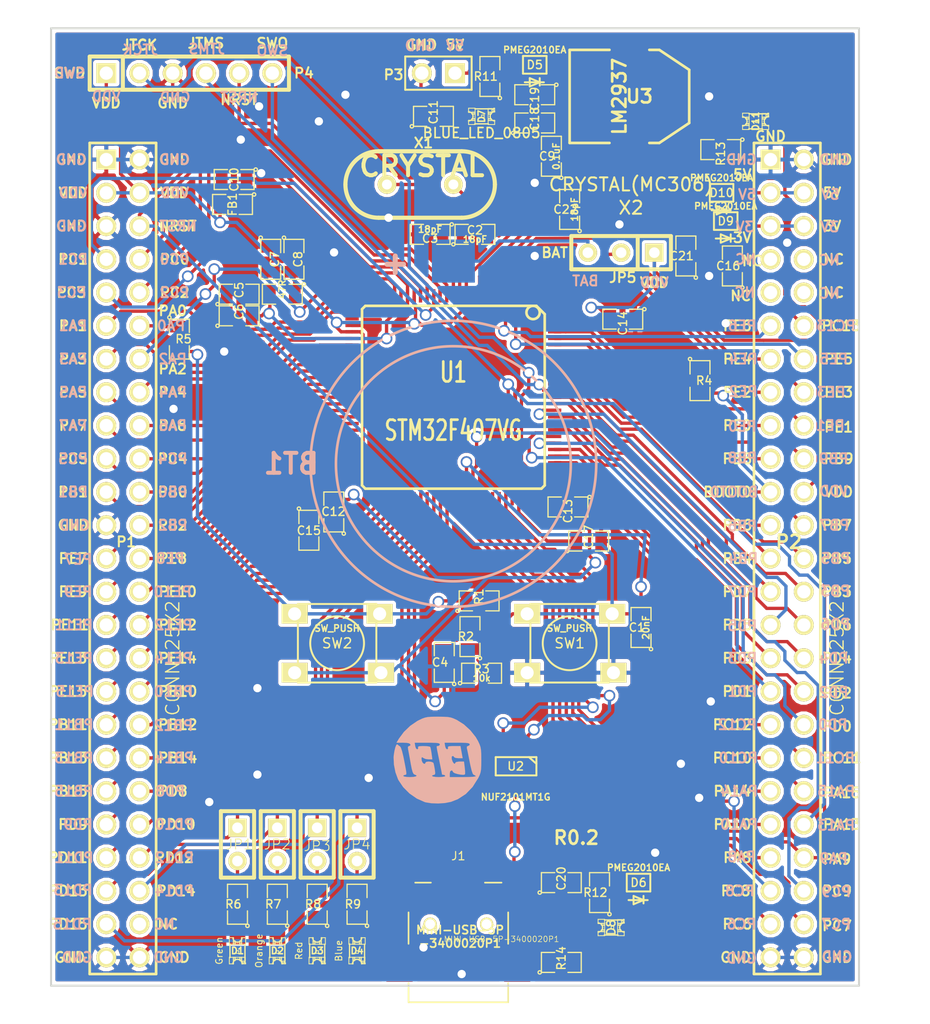
<source format=kicad_pcb>
(kicad_pcb (version 3) (host pcbnew "(2013-07-07 BZR 4022)-stable")
  (title_block (rev R0.2) (comment 2 Art_Electro) (comment 3 Art_Electro) (comment 4 Art_Electro))
  (layers (15 F.Cu signal) (0 B.Cu signal) (18 B.Paste user) (19 F.Paste user) (20 B.SilkS user) (21 F.SilkS user) (22 B.Mask user) (23 F.Mask user) (28 Edge.Cuts user))
  (net 0 "")
  (net 1 /3V)
  (net 2 /5V)
  (net 3 /5Vi)
  (net 4 /BOOT0)
  (net 5 /D+)
  (net 6 /D-)
  (net 7 /NRST)
  (net 8 /PA0)
  (net 9 /PA1)
  (net 10 /PA10)
  (net 11 /PA11)
  (net 12 /PA12)
  (net 13 /PA13)
  (net 14 /PA14)
  (net 15 /PA15)
  (net 16 /PA2)
  (net 17 /PA3)
  (net 18 /PA4)
  (net 19 /PA5)
  (net 20 /PA6)
  (net 21 /PA7)
  (net 22 /PA8)
  (net 23 /PB0)
  (net 24 /PB1)
  (net 25 /PB10)
  (net 26 /PB11)
  (net 27 /PB12)
  (net 28 /PB13)
  (net 29 /PB14)
  (net 30 /PB15)
  (net 31 /PB2)
  (net 32 /PB3)
  (net 33 /PB4)
  (net 34 /PB5)
  (net 35 /PB6)
  (net 36 /PB7)
  (net 37 /PB8)
  (net 38 /PB9)
  (net 39 /PC0)
  (net 40 /PC1)
  (net 41 /PC10)
  (net 42 /PC11)
  (net 43 /PC12)
  (net 44 /PC13)
  (net 45 /PC2)
  (net 46 /PC3)
  (net 47 /PC4)
  (net 48 /PC5)
  (net 49 /PC6)
  (net 50 /PC7)
  (net 51 /PC8)
  (net 52 /PC9)
  (net 53 /PD0)
  (net 54 /PD1)
  (net 55 /PD10)
  (net 56 /PD11)
  (net 57 /PD12)
  (net 58 /PD13)
  (net 59 /PD14)
  (net 60 /PD15)
  (net 61 /PD2)
  (net 62 /PD3)
  (net 63 /PD4)
  (net 64 /PD5)
  (net 65 /PD6)
  (net 66 /PD7)
  (net 67 /PD8)
  (net 68 /PD9)
  (net 69 /PE0)
  (net 70 /PE1)
  (net 71 /PE10)
  (net 72 /PE11)
  (net 73 /PE12)
  (net 74 /PE13)
  (net 75 /PE14)
  (net 76 /PE15)
  (net 77 /PE2)
  (net 78 /PE3)
  (net 79 /PE4)
  (net 80 /PE5)
  (net 81 /PE6)
  (net 82 /PE7)
  (net 83 /PE8)
  (net 84 /PE9)
  (net 85 /VDD)
  (net 86 /Vbus)
  (net 87 GND)
  (net 88 N-00000115)
  (net 89 N-00000116)
  (net 90 N-00000117)
  (net 91 N-00000118)
  (net 92 N-00000119)
  (net 93 N-0000043)
  (net 94 N-0000044)
  (net 95 N-0000045)
  (net 96 N-0000046)
  (net 97 N-0000047)
  (net 98 N-0000049)
  (net 99 N-0000050)
  (net 100 N-0000051)
  (net 101 N-0000054)
  (net 102 N-0000055)
  (net 103 N-0000056)
  (net 104 N-0000062)
  (net 105 N-0000063)
  (net 106 N-0000064)
  (net 107 N-0000065)
  (net 108 N-0000066)
  (net 109 N-0000069)
  (net 110 N-0000075)
  (net 111 N-0000080)
  (net 112 N-0000081)
  (module BATT_CR2032_MPD (layer B.Cu) (at 117.983 116.713 90)
    (fp_text reference BT1 (at 0 -12.4 360) (layer B.SilkS) (effects (font (size 1.524 1.524) (thickness 0.3048)) (justify mirror)))
    (fp_text value BATTERY_CR2032 hide)
    (pad 1 smd rect (at 15.485 0 90) (size 3.29 3.29) (layers B.Cu B.Paste B.Mask) (net 94 N-0000044))
    (pad 2 smd rect (at -15.485 0 90) (size 3.29 3.29) (layers B.Cu B.Paste B.Mask) (net 87 GND))
  )
  (module SM0805 (layer F.Cu) (at 132.334 129.2225 90)
    (fp_text reference C1 (at 0 -0.3175 180) (layer F.SilkS) (effects (font (size 0.635 0.635) (thickness 0.10922))))
    (fp_text value 20nF (at 0 0.381 90) (layer F.SilkS) (effects (font (size 0.50038 0.50038) (thickness 0.10922))))
    (pad 1 smd rect (at -0.9525 0 90) (size 0.889 1.397) (layers F.Cu F.Paste F.Mask) (net 87 GND))
    (pad 2 smd rect (at 0.9525 0 90) (size 0.889 1.397) (layers F.Cu F.Paste F.Mask) (net 7 /NRST))
  )
  (module SM0805 (layer F.Cu) (at 119.634 99.187)
    (fp_text reference C2 (at 0 -0.3175) (layer F.SilkS) (effects (font (size 0.635 0.635) (thickness 0.10922))))
    (fp_text value 18pF (at 0 0.381) (layer F.SilkS) (effects (font (size 0.50038 0.50038) (thickness 0.10922))))
    (pad 1 smd rect (at -0.9525 0) (size 0.889 1.397) (layers F.Cu F.Paste F.Mask) (net 90 N-00000117))
    (pad 2 smd rect (at 0.9525 0) (size 0.889 1.397) (layers F.Cu F.Paste F.Mask) (net 87 GND))
  )
  (module SM0805 (layer F.Cu) (at 116.205 99.187 180)
    (fp_text reference C3 (at 0 -0.3175 360) (layer F.SilkS) (effects (font (size 0.635 0.635) (thickness 0.10922))))
    (fp_text value 18pF (at 0 0.381 180) (layer F.SilkS) (effects (font (size 0.50038 0.50038) (thickness 0.10922))))
    (pad 1 smd rect (at -0.9525 0 180) (size 0.889 1.397) (layers F.Cu F.Paste F.Mask) (net 88 N-00000115))
    (pad 2 smd rect (at 0.9525 0 180) (size 0.889 1.397) (layers F.Cu F.Paste F.Mask) (net 87 GND))
  )
  (module SM0805 (layer F.Cu) (at 117.2845 131.8895 90)
    (fp_text reference C4 (at 0 -0.3175 360) (layer F.SilkS) (effects (font (size 0.635 0.635) (thickness 0.10922))))
    (fp_text value 2u2F hide)
    (pad 1 smd rect (at -0.9525 0 90) (size 0.889 1.397) (layers F.Cu F.Paste F.Mask) (net 85 /VDD))
    (pad 2 smd rect (at 0.9525 0 90) (size 0.889 1.397) (layers F.Cu F.Paste F.Mask) (net 96 N-0000046))
  )
  (module SM0805 (layer F.Cu) (at 101.6 103.759)
    (fp_text reference C5 (at 0 -0.3175 90) (layer F.SilkS) (effects (font (size 0.635 0.635) (thickness 0.10922))))
    (fp_text value 0.01uF hide)
    (pad 1 smd rect (at -0.9525 0) (size 0.889 1.397) (layers F.Cu F.Paste F.Mask) (net 87 GND))
    (pad 2 smd rect (at 0.9525 0) (size 0.889 1.397) (layers F.Cu F.Paste F.Mask) (net 110 N-0000075))
  )
  (module SM0805 (layer F.Cu) (at 101.6 105.41)
    (fp_text reference C6 (at 0 -0.3175 90) (layer F.SilkS) (effects (font (size 0.635 0.635) (thickness 0.10922))))
    (fp_text value 1uF hide)
    (pad 1 smd rect (at -0.9525 0) (size 0.889 1.397) (layers F.Cu F.Paste F.Mask) (net 87 GND))
    (pad 2 smd rect (at 0.9525 0) (size 0.889 1.397) (layers F.Cu F.Paste F.Mask) (net 110 N-0000075))
  )
  (module SM0805 (layer F.Cu) (at 104.013 101.092 270)
    (fp_text reference C7 (at 0 -0.3175 270) (layer F.SilkS) (effects (font (size 0.635 0.635) (thickness 0.10922))))
    (fp_text value 1uF hide)
    (pad 1 smd rect (at -0.9525 0 270) (size 0.889 1.397) (layers F.Cu F.Paste F.Mask) (net 87 GND))
    (pad 2 smd rect (at 0.9525 0 270) (size 0.889 1.397) (layers F.Cu F.Paste F.Mask) (net 92 N-00000119))
  )
  (module SM0805 (layer F.Cu) (at 105.791 101.092 270)
    (fp_text reference C8 (at 0 -0.3175 270) (layer F.SilkS) (effects (font (size 0.635 0.635) (thickness 0.10922))))
    (fp_text value 0.01uF hide)
    (pad 1 smd rect (at -0.9525 0 270) (size 0.889 1.397) (layers F.Cu F.Paste F.Mask) (net 87 GND))
    (pad 2 smd rect (at 0.9525 0 270) (size 0.889 1.397) (layers F.Cu F.Paste F.Mask) (net 92 N-00000119))
  )
  (module SM0805 (layer F.Cu) (at 125.476 93.218 90)
    (fp_text reference C9 (at 0 -0.3175 360) (layer F.SilkS) (effects (font (size 0.635 0.635) (thickness 0.10922))))
    (fp_text value 0.1uF (at 0 0.381 90) (layer F.SilkS) (effects (font (size 0.50038 0.50038) (thickness 0.10922))))
    (pad 1 smd rect (at -0.9525 0 90) (size 0.889 1.397) (layers F.Cu F.Paste F.Mask) (net 87 GND))
    (pad 2 smd rect (at 0.9525 0 90) (size 0.889 1.397) (layers F.Cu F.Paste F.Mask) (net 85 /VDD))
  )
  (module SM0805 (layer F.Cu) (at 101.219 94.996 180)
    (fp_text reference C10 (at 0 0 270) (layer F.SilkS) (effects (font (size 0.635 0.635) (thickness 0.10922))))
    (fp_text value 0.1uF hide)
    (pad 1 smd rect (at -0.9525 0 180) (size 0.889 1.397) (layers F.Cu F.Paste F.Mask) (net 87 GND))
    (pad 2 smd rect (at 0.9525 0 180) (size 0.889 1.397) (layers F.Cu F.Paste F.Mask) (net 85 /VDD))
  )
  (module SM0805 (layer F.Cu) (at 116.459 90.17)
    (fp_text reference C11 (at 0 -0.3175 90) (layer F.SilkS) (effects (font (size 0.635 0.635) (thickness 0.10922))))
    (fp_text value 0.1uF hide)
    (pad 1 smd rect (at -0.9525 0) (size 0.889 1.397) (layers F.Cu F.Paste F.Mask) (net 87 GND))
    (pad 2 smd rect (at 0.9525 0) (size 0.889 1.397) (layers F.Cu F.Paste F.Mask) (net 85 /VDD))
  )
  (module SM0805 (layer F.Cu) (at 108.839 120.396 90)
    (fp_text reference C12 (at 0.0254 -0.0254 360) (layer F.SilkS) (effects (font (size 0.635 0.635) (thickness 0.10922))))
    (fp_text value 0.1uF hide)
    (pad 1 smd rect (at -0.9525 0 90) (size 0.889 1.397) (layers F.Cu F.Paste F.Mask) (net 87 GND))
    (pad 2 smd rect (at 0.9525 0 90) (size 0.889 1.397) (layers F.Cu F.Paste F.Mask) (net 85 /VDD))
  )
  (module SM0805 (layer F.Cu) (at 126.746 120.015 180)
    (fp_text reference C13 (at 0 -0.3175 270) (layer F.SilkS) (effects (font (size 0.635 0.635) (thickness 0.10922))))
    (fp_text value 0.1uF hide)
    (pad 1 smd rect (at -0.9525 0 180) (size 0.889 1.397) (layers F.Cu F.Paste F.Mask) (net 87 GND))
    (pad 2 smd rect (at 0.9525 0 180) (size 0.889 1.397) (layers F.Cu F.Paste F.Mask) (net 85 /VDD))
  )
  (module SM0805 (layer F.Cu) (at 130.937 105.664 180)
    (fp_text reference C14 (at 0 -0.3175 270) (layer F.SilkS) (effects (font (size 0.635 0.635) (thickness 0.10922))))
    (fp_text value 0.1uF hide)
    (pad 1 smd rect (at -0.9525 0 180) (size 0.889 1.397) (layers F.Cu F.Paste F.Mask) (net 87 GND))
    (pad 2 smd rect (at 0.9525 0 180) (size 0.889 1.397) (layers F.Cu F.Paste F.Mask) (net 85 /VDD))
  )
  (module SM0805 (layer F.Cu) (at 106.934 121.793 270)
    (fp_text reference C15 (at 0.0254 0 360) (layer F.SilkS) (effects (font (size 0.635 0.635) (thickness 0.10922))))
    (fp_text value 2u2F hide)
    (pad 1 smd rect (at -0.9525 0 270) (size 0.889 1.397) (layers F.Cu F.Paste F.Mask) (net 91 N-00000118))
    (pad 2 smd rect (at 0.9525 0 270) (size 0.889 1.397) (layers F.Cu F.Paste F.Mask) (net 87 GND))
  )
  (module SM0805 (layer F.Cu) (at 139.319 101.6 90)
    (fp_text reference C16 (at 0 -0.3175 360) (layer F.SilkS) (effects (font (size 0.635 0.635) (thickness 0.10922))))
    (fp_text value 1uF hide)
    (pad 1 smd rect (at -0.9525 0 90) (size 0.889 1.397) (layers F.Cu F.Paste F.Mask) (net 87 GND))
    (pad 2 smd rect (at 0.9525 0 90) (size 0.889 1.397) (layers F.Cu F.Paste F.Mask) (net 85 /VDD))
  )
  (module SM0805 (layer F.Cu) (at 128.3335 122.6185)
    (fp_text reference C17 (at 0 -0.3175 90) (layer F.SilkS) (effects (font (size 0.635 0.635) (thickness 0.10922))))
    (fp_text value 2u2F hide)
    (pad 1 smd rect (at -0.9525 0) (size 0.889 1.397) (layers F.Cu F.Paste F.Mask) (net 89 N-00000116))
    (pad 2 smd rect (at 0.9525 0) (size 0.889 1.397) (layers F.Cu F.Paste F.Mask) (net 87 GND))
  )
  (module SM0805 (layer F.Cu) (at 124.206 90.678)
    (fp_text reference C18 (at 0 -0.3175 90) (layer F.SilkS) (effects (font (size 0.635 0.635) (thickness 0.10922))))
    (fp_text value 0.1uF hide)
    (pad 1 smd rect (at -0.9525 0) (size 0.889 1.397) (layers F.Cu F.Paste F.Mask) (net 87 GND))
    (pad 2 smd rect (at 0.9525 0) (size 0.889 1.397) (layers F.Cu F.Paste F.Mask) (net 3 /5Vi))
  )
  (module SM0805 (layer F.Cu) (at 124.206 88.519 180)
    (fp_text reference C19 (at 0 -0.3175 270) (layer F.SilkS) (effects (font (size 0.635 0.635) (thickness 0.10922))))
    (fp_text value 4.7uF hide)
    (pad 1 smd rect (at -0.9525 0 180) (size 0.889 1.397) (layers F.Cu F.Paste F.Mask) (net 3 /5Vi))
    (pad 2 smd rect (at 0.9525 0 180) (size 0.889 1.397) (layers F.Cu F.Paste F.Mask) (net 87 GND))
  )
  (module LED-0805_A (layer F.Cu) (at 101.473 153.924 270)
    (fp_text reference D1 (at 0 0 360) (layer F.SilkS) (effects (font (size 0.50038 0.50038) (thickness 0.1143))))
    (fp_text value BLUE_LED_0805 hide)
    (pad 1 smd rect (at -1.04902 0 270) (size 1.19888 1.19888) (layers F.Cu F.Paste F.Mask) (net 104 N-0000062))
    (pad 2 smd rect (at 1.04902 0 270) (size 1.19888 1.19888) (layers F.Cu F.Paste F.Mask) (net 87 GND))
  )
  (module LED-0805_A (layer F.Cu) (at 104.521 153.924 270)
    (fp_text reference D2 (at 0 0 360) (layer F.SilkS) (effects (font (size 0.50038 0.50038) (thickness 0.1143))))
    (fp_text value BLUE_LED_0805 hide)
    (pad 1 smd rect (at -1.04902 0 270) (size 1.19888 1.19888) (layers F.Cu F.Paste F.Mask) (net 105 N-0000063))
    (pad 2 smd rect (at 1.04902 0 270) (size 1.19888 1.19888) (layers F.Cu F.Paste F.Mask) (net 87 GND))
  )
  (module LED-0805_A (layer F.Cu) (at 107.569 153.924 270)
    (fp_text reference D3 (at 0 0 360) (layer F.SilkS) (effects (font (size 0.50038 0.50038) (thickness 0.1143))))
    (fp_text value BLUE_LED_0805 hide)
    (pad 1 smd rect (at -1.04902 0 270) (size 1.19888 1.19888) (layers F.Cu F.Paste F.Mask) (net 106 N-0000064))
    (pad 2 smd rect (at 1.04902 0 270) (size 1.19888 1.19888) (layers F.Cu F.Paste F.Mask) (net 87 GND))
  )
  (module LED-0805_A (layer F.Cu) (at 110.617 153.924 270)
    (fp_text reference D4 (at 0 0 360) (layer F.SilkS) (effects (font (size 0.50038 0.50038) (thickness 0.1143))))
    (fp_text value BLUE_LED_0805 hide)
    (pad 1 smd rect (at -1.04902 0 270) (size 1.19888 1.19888) (layers F.Cu F.Paste F.Mask) (net 107 N-0000065))
    (pad 2 smd rect (at 1.04902 0 270) (size 1.19888 1.19888) (layers F.Cu F.Paste F.Mask) (net 87 GND))
  )
  (module LED-0805_A (layer F.Cu) (at 120.142 90.17)
    (fp_text reference D7 (at 0 0 90) (layer F.SilkS) (effects (font (size 0.50038 0.50038) (thickness 0.1143))))
    (fp_text value BLUE_LED_0805 (at 0 1.27) (layer F.SilkS) (effects (font (size 0.762 0.762) (thickness 0.127))))
    (pad 1 smd rect (at -1.04902 0) (size 1.19888 1.19888) (layers F.Cu F.Paste F.Mask) (net 101 N-0000054))
    (pad 2 smd rect (at 1.04902 0) (size 1.19888 1.19888) (layers F.Cu F.Paste F.Mask) (net 87 GND))
  )
  (module LED-0805_A (layer F.Cu) (at 130.048 152.146)
    (fp_text reference D8 (at 0 0 90) (layer F.SilkS) (effects (font (size 0.635 0.635) (thickness 0.10922))))
    (fp_text value BLUE_LED_0805 hide)
    (pad 1 smd rect (at -1.04902 0) (size 1.19888 1.19888) (layers F.Cu F.Paste F.Mask) (net 103 N-0000056))
    (pad 2 smd rect (at 1.04902 0) (size 1.19888 1.19888) (layers F.Cu F.Paste F.Mask) (net 87 GND))
  )
  (module LED-0805_A (layer F.Cu) (at 141.097 90.551)
    (fp_text reference D11 (at 0 0 90) (layer F.SilkS) (effects (font (size 0.50038 0.50038) (thickness 0.1143))))
    (fp_text value BLUE_LED_0805 hide)
    (pad 1 smd rect (at -1.04902 0) (size 1.19888 1.19888) (layers F.Cu F.Paste F.Mask) (net 108 N-0000066))
    (pad 2 smd rect (at 1.04902 0) (size 1.19888 1.19888) (layers F.Cu F.Paste F.Mask) (net 87 GND))
  )
  (module SM0805 (layer F.Cu) (at 101.092 96.901 180)
    (fp_text reference FB1 (at 0 0 270) (layer F.SilkS) (effects (font (size 0.635 0.635) (thickness 0.10922))))
    (fp_text value FILTER hide)
    (pad 1 smd rect (at -0.9525 0 180) (size 0.889 1.397) (layers F.Cu F.Paste F.Mask) (net 92 N-00000119))
    (pad 2 smd rect (at 0.9525 0 180) (size 0.889 1.397) (layers F.Cu F.Paste F.Mask) (net 85 /VDD))
  )
  (module JUMPER-2 (layer F.Cu) (at 101.473 145.796 270)
    (fp_text reference JP1 (at 0 -0.127 360) (layer F.SilkS) (effects (font (size 0.762 0.762) (thickness 0.0762))))
    (fp_text value JUMPER hide)
    (pad 1 thru_hole rect (at -1.27 0 270) (size 1.397 1.397) (drill 0.8128) (layers *.Cu *.Mask F.SilkS) (net 57 /PD12))
    (pad 2 thru_hole circle (at 1.27 0 270) (size 1.397 1.397) (drill 0.8128) (layers *.Cu *.Mask F.SilkS) (net 95 N-0000045))
  )
  (module JUMPER-2 (layer F.Cu) (at 104.521 145.796 270)
    (fp_text reference JP2 (at 0 0 360) (layer F.SilkS) (effects (font (size 0.762 0.762) (thickness 0.0762))))
    (fp_text value JUMPER hide)
    (pad 1 thru_hole rect (at -1.27 0 270) (size 1.397 1.397) (drill 0.8128) (layers *.Cu *.Mask F.SilkS) (net 58 /PD13))
    (pad 2 thru_hole circle (at 1.27 0 270) (size 1.397 1.397) (drill 0.8128) (layers *.Cu *.Mask F.SilkS) (net 98 N-0000049))
  )
  (module JUMPER-2 (layer F.Cu) (at 107.569 145.796 270)
    (fp_text reference JP3 (at 0.127 0 360) (layer F.SilkS) (effects (font (size 0.762 0.762) (thickness 0.0762))))
    (fp_text value JUMPER hide)
    (pad 1 thru_hole rect (at -1.27 0 270) (size 1.397 1.397) (drill 0.8128) (layers *.Cu *.Mask F.SilkS) (net 59 /PD14))
    (pad 2 thru_hole circle (at 1.27 0 270) (size 1.397 1.397) (drill 0.8128) (layers *.Cu *.Mask F.SilkS) (net 99 N-0000050))
  )
  (module JUMPER-2 (layer F.Cu) (at 110.617 145.796 270)
    (fp_text reference JP4 (at 0 0 360) (layer F.SilkS) (effects (font (size 0.762 0.762) (thickness 0.0762))))
    (fp_text value JUMPER hide)
    (pad 1 thru_hole rect (at -1.27 0 270) (size 1.397 1.397) (drill 0.8128) (layers *.Cu *.Mask F.SilkS) (net 60 /PD15))
    (pad 2 thru_hole circle (at 1.27 0 270) (size 1.397 1.397) (drill 0.8128) (layers *.Cu *.Mask F.SilkS) (net 100 N-0000051))
  )
  (module SIL-3 (layer F.Cu) (at 130.81 100.584 180)
    (fp_text reference JP5 (at -0.127 -1.905 180) (layer F.SilkS) (effects (font (size 0.762 0.762) (thickness 0.1524))))
    (fp_text value JUMPER3 hide)
    (pad 1 thru_hole rect (at -2.54 0 180) (size 1.397 1.397) (drill 0.8128) (layers *.Cu *.Mask F.SilkS) (net 85 /VDD))
    (pad 2 thru_hole circle (at 0 0 180) (size 1.397 1.397) (drill 0.8128) (layers *.Cu *.Mask F.SilkS) (net 93 N-0000043))
    (pad 3 thru_hole circle (at 2.54 0 180) (size 1.397 1.397) (drill 0.8128) (layers *.Cu *.Mask F.SilkS) (net 94 N-0000044))
  )
  (module PIN_ARRAY_25x2_A (layer F.Cu) (at 92.71 123.952 270)
    (fp_text reference P1 (at -1.27 -0.254 360) (layer F.SilkS) (effects (font (size 0.762 0.762) (thickness 0.1524))))
    (fp_text value CONN_25X2 (at 7.62 -3.81 270) (layer F.SilkS) (effects (font (size 1.016 1.016) (thickness 0.1016))))
    (pad 1 thru_hole rect (at -30.48 1.27 270) (size 1.524 1.524) (drill 1.016) (layers *.Cu *.Mask F.SilkS) (net 87 GND))
    (pad 2 thru_hole circle (at -30.48 -1.27 270) (size 1.524 1.524) (drill 1.016) (layers *.Cu *.Mask F.SilkS) (net 87 GND))
    (pad 3 thru_hole circle (at -27.94 1.27 270) (size 1.524 1.524) (drill 1.016) (layers *.Cu *.Mask F.SilkS) (net 85 /VDD))
    (pad 4 thru_hole circle (at -27.94 -1.27 270) (size 1.524 1.524) (drill 1.016) (layers *.Cu *.Mask F.SilkS) (net 85 /VDD))
    (pad 5 thru_hole circle (at -25.4 1.27 270) (size 1.524 1.524) (drill 1.016) (layers *.Cu *.Mask F.SilkS) (net 87 GND))
    (pad 6 thru_hole circle (at -25.4 -1.27 270) (size 1.524 1.524) (drill 1.016) (layers *.Cu *.Mask F.SilkS) (net 7 /NRST))
    (pad 7 thru_hole circle (at -22.86 1.27 270) (size 1.524 1.524) (drill 1.016) (layers *.Cu *.Mask F.SilkS) (net 40 /PC1))
    (pad 8 thru_hole circle (at -22.86 -1.27 270) (size 1.524 1.524) (drill 1.016) (layers *.Cu *.Mask F.SilkS) (net 39 /PC0))
    (pad 9 thru_hole circle (at -20.32 1.27 270) (size 1.524 1.524) (drill 1.016) (layers *.Cu *.Mask F.SilkS) (net 46 /PC3))
    (pad 10 thru_hole circle (at -20.32 -1.27 270) (size 1.524 1.524) (drill 1.016) (layers *.Cu *.Mask F.SilkS) (net 45 /PC2))
    (pad 11 thru_hole circle (at -17.78 1.27 270) (size 1.524 1.524) (drill 1.016) (layers *.Cu *.Mask F.SilkS) (net 9 /PA1))
    (pad 12 thru_hole circle (at -17.78 -1.27 270) (size 1.524 1.524) (drill 1.016) (layers *.Cu *.Mask F.SilkS) (net 8 /PA0))
    (pad 13 thru_hole circle (at -15.24 1.27 270) (size 1.524 1.524) (drill 1.016) (layers *.Cu *.Mask F.SilkS) (net 17 /PA3))
    (pad 14 thru_hole circle (at -15.24 -1.27 270) (size 1.524 1.524) (drill 1.016) (layers *.Cu *.Mask F.SilkS) (net 16 /PA2))
    (pad 15 thru_hole circle (at -12.7 1.27 270) (size 1.524 1.524) (drill 1.016) (layers *.Cu *.Mask F.SilkS) (net 19 /PA5))
    (pad 16 thru_hole circle (at -12.7 -1.27 270) (size 1.524 1.524) (drill 1.016) (layers *.Cu *.Mask F.SilkS) (net 18 /PA4))
    (pad 17 thru_hole circle (at -10.16 1.27 270) (size 1.524 1.524) (drill 1.016) (layers *.Cu *.Mask F.SilkS) (net 21 /PA7))
    (pad 18 thru_hole circle (at -10.16 -1.27 270) (size 1.524 1.524) (drill 1.016) (layers *.Cu *.Mask F.SilkS) (net 20 /PA6))
    (pad 19 thru_hole circle (at -7.62 1.27 270) (size 1.524 1.524) (drill 1.016) (layers *.Cu *.Mask F.SilkS) (net 48 /PC5))
    (pad 20 thru_hole circle (at -7.62 -1.27 270) (size 1.524 1.524) (drill 1.016) (layers *.Cu *.Mask F.SilkS) (net 47 /PC4))
    (pad 21 thru_hole circle (at -5.08 1.27 270) (size 1.524 1.524) (drill 1.016) (layers *.Cu *.Mask F.SilkS) (net 24 /PB1))
    (pad 22 thru_hole circle (at -5.08 -1.27 270) (size 1.524 1.524) (drill 1.016) (layers *.Cu *.Mask F.SilkS) (net 23 /PB0))
    (pad 23 thru_hole circle (at -2.54 1.27 270) (size 1.524 1.524) (drill 1.016) (layers *.Cu *.Mask F.SilkS) (net 87 GND))
    (pad 24 thru_hole circle (at -2.54 -1.27 270) (size 1.524 1.524) (drill 1.016) (layers *.Cu *.Mask F.SilkS) (net 31 /PB2))
    (pad 25 thru_hole circle (at 0 1.27 270) (size 1.524 1.524) (drill 1.016) (layers *.Cu *.Mask F.SilkS) (net 82 /PE7))
    (pad 26 thru_hole circle (at 0 -1.27 270) (size 1.524 1.524) (drill 1.016) (layers *.Cu *.Mask F.SilkS) (net 83 /PE8))
    (pad 27 thru_hole circle (at 2.54 1.27 270) (size 1.524 1.524) (drill 1.016) (layers *.Cu *.Mask F.SilkS) (net 84 /PE9))
    (pad 28 thru_hole circle (at 2.54 -1.27 270) (size 1.524 1.524) (drill 1.016) (layers *.Cu *.Mask F.SilkS) (net 71 /PE10))
    (pad 29 thru_hole circle (at 5.08 1.27 270) (size 1.524 1.524) (drill 1.016) (layers *.Cu *.Mask F.SilkS) (net 72 /PE11))
    (pad 30 thru_hole circle (at 5.08 -1.27 270) (size 1.524 1.524) (drill 1.016) (layers *.Cu *.Mask F.SilkS) (net 73 /PE12))
    (pad 31 thru_hole circle (at 7.62 1.27 270) (size 1.524 1.524) (drill 1.016) (layers *.Cu *.Mask F.SilkS) (net 74 /PE13))
    (pad 32 thru_hole circle (at 7.62 -1.27 270) (size 1.524 1.524) (drill 1.016) (layers *.Cu *.Mask F.SilkS) (net 75 /PE14))
    (pad 33 thru_hole circle (at 10.16 1.27 270) (size 1.524 1.524) (drill 1.016) (layers *.Cu *.Mask F.SilkS) (net 76 /PE15))
    (pad 34 thru_hole circle (at 10.16 -1.27 270) (size 1.524 1.524) (drill 1.016) (layers *.Cu *.Mask F.SilkS) (net 25 /PB10))
    (pad 35 thru_hole circle (at 12.7 1.27 270) (size 1.524 1.524) (drill 1.016) (layers *.Cu *.Mask F.SilkS) (net 26 /PB11))
    (pad 36 thru_hole circle (at 12.7 -1.27 270) (size 1.524 1.524) (drill 1.016) (layers *.Cu *.Mask F.SilkS) (net 27 /PB12))
    (pad 37 thru_hole circle (at 15.24 1.27 270) (size 1.524 1.524) (drill 1.016) (layers *.Cu *.Mask F.SilkS) (net 28 /PB13))
    (pad 38 thru_hole circle (at 15.24 -1.27 270) (size 1.524 1.524) (drill 1.016) (layers *.Cu *.Mask F.SilkS) (net 29 /PB14))
    (pad 39 thru_hole circle (at 17.78 1.27 270) (size 1.524 1.524) (drill 1.016) (layers *.Cu *.Mask F.SilkS) (net 30 /PB15))
    (pad 40 thru_hole circle (at 17.78 -1.27 270) (size 1.524 1.524) (drill 1.016) (layers *.Cu *.Mask F.SilkS) (net 67 /PD8))
    (pad 41 thru_hole circle (at 20.32 1.27 270) (size 1.524 1.524) (drill 1.016) (layers *.Cu *.Mask F.SilkS) (net 68 /PD9))
    (pad 42 thru_hole circle (at 20.32 -1.27 270) (size 1.524 1.524) (drill 1.016) (layers *.Cu *.Mask F.SilkS) (net 55 /PD10))
    (pad 43 thru_hole circle (at 22.86 1.27 270) (size 1.524 1.524) (drill 1.016) (layers *.Cu *.Mask F.SilkS) (net 56 /PD11))
    (pad 44 thru_hole circle (at 22.86 -1.27 270) (size 1.524 1.524) (drill 1.016) (layers *.Cu *.Mask F.SilkS) (net 57 /PD12))
    (pad 45 thru_hole circle (at 25.4 1.27 270) (size 1.524 1.524) (drill 1.016) (layers *.Cu *.Mask F.SilkS) (net 58 /PD13))
    (pad 46 thru_hole circle (at 25.4 -1.27 270) (size 1.524 1.524) (drill 1.016) (layers *.Cu *.Mask F.SilkS) (net 59 /PD14))
    (pad 47 thru_hole circle (at 27.94 1.27 270) (size 1.524 1.524) (drill 1.016) (layers *.Cu *.Mask F.SilkS) (net 60 /PD15))
    (pad 48 thru_hole circle (at 27.94 -1.27 270) (size 1.524 1.524) (drill 1.016) (layers *.Cu *.Mask F.SilkS))
    (pad 49 thru_hole circle (at 30.48 1.27 270) (size 1.524 1.524) (drill 1.016) (layers *.Cu *.Mask F.SilkS) (net 87 GND))
    (pad 50 thru_hole circle (at 30.48 -1.27 270) (size 1.524 1.524) (drill 1.016) (layers *.Cu *.Mask F.SilkS) (net 87 GND))
  )
  (module PIN_ARRAY_25x2_A (layer F.Cu) (at 143.51 123.952 270)
    (fp_text reference P2 (at -1.27 -0.127 360) (layer F.SilkS) (effects (font (size 1.016 1.016) (thickness 0.2032))))
    (fp_text value CONN_25X2 (at 7.62 -3.81 270) (layer F.SilkS) (effects (font (size 1.016 1.016) (thickness 0.1016))))
    (pad 1 thru_hole rect (at -30.48 1.27 270) (size 1.524 1.524) (drill 1.016) (layers *.Cu *.Mask F.SilkS) (net 87 GND))
    (pad 2 thru_hole circle (at -30.48 -1.27 270) (size 1.524 1.524) (drill 1.016) (layers *.Cu *.Mask F.SilkS) (net 87 GND))
    (pad 3 thru_hole circle (at -27.94 1.27 270) (size 1.524 1.524) (drill 1.016) (layers *.Cu *.Mask F.SilkS) (net 2 /5V))
    (pad 4 thru_hole circle (at -27.94 -1.27 270) (size 1.524 1.524) (drill 1.016) (layers *.Cu *.Mask F.SilkS) (net 2 /5V))
    (pad 5 thru_hole circle (at -25.4 1.27 270) (size 1.524 1.524) (drill 1.016) (layers *.Cu *.Mask F.SilkS) (net 1 /3V))
    (pad 6 thru_hole circle (at -25.4 -1.27 270) (size 1.524 1.524) (drill 1.016) (layers *.Cu *.Mask F.SilkS) (net 1 /3V))
    (pad 7 thru_hole circle (at -22.86 1.27 270) (size 1.524 1.524) (drill 1.016) (layers *.Cu *.Mask F.SilkS))
    (pad 8 thru_hole circle (at -22.86 -1.27 270) (size 1.524 1.524) (drill 1.016) (layers *.Cu *.Mask F.SilkS))
    (pad 9 thru_hole circle (at -20.32 1.27 270) (size 1.524 1.524) (drill 1.016) (layers *.Cu *.Mask F.SilkS))
    (pad 10 thru_hole circle (at -20.32 -1.27 270) (size 1.524 1.524) (drill 1.016) (layers *.Cu *.Mask F.SilkS))
    (pad 11 thru_hole circle (at -17.78 1.27 270) (size 1.524 1.524) (drill 1.016) (layers *.Cu *.Mask F.SilkS) (net 81 /PE6))
    (pad 12 thru_hole circle (at -17.78 -1.27 270) (size 1.524 1.524) (drill 1.016) (layers *.Cu *.Mask F.SilkS) (net 44 /PC13))
    (pad 13 thru_hole circle (at -15.24 1.27 270) (size 1.524 1.524) (drill 1.016) (layers *.Cu *.Mask F.SilkS) (net 79 /PE4))
    (pad 14 thru_hole circle (at -15.24 -1.27 270) (size 1.524 1.524) (drill 1.016) (layers *.Cu *.Mask F.SilkS) (net 80 /PE5))
    (pad 15 thru_hole circle (at -12.7 1.27 270) (size 1.524 1.524) (drill 1.016) (layers *.Cu *.Mask F.SilkS) (net 77 /PE2))
    (pad 16 thru_hole circle (at -12.7 -1.27 270) (size 1.524 1.524) (drill 1.016) (layers *.Cu *.Mask F.SilkS) (net 78 /PE3))
    (pad 17 thru_hole circle (at -10.16 1.27 270) (size 1.524 1.524) (drill 1.016) (layers *.Cu *.Mask F.SilkS) (net 69 /PE0))
    (pad 18 thru_hole circle (at -10.16 -1.27 270) (size 1.524 1.524) (drill 1.016) (layers *.Cu *.Mask F.SilkS) (net 70 /PE1))
    (pad 19 thru_hole circle (at -7.62 1.27 270) (size 1.524 1.524) (drill 1.016) (layers *.Cu *.Mask F.SilkS) (net 37 /PB8))
    (pad 20 thru_hole circle (at -7.62 -1.27 270) (size 1.524 1.524) (drill 1.016) (layers *.Cu *.Mask F.SilkS) (net 38 /PB9))
    (pad 21 thru_hole circle (at -5.08 1.27 270) (size 1.524 1.524) (drill 1.016) (layers *.Cu *.Mask F.SilkS) (net 4 /BOOT0))
    (pad 22 thru_hole circle (at -5.08 -1.27 270) (size 1.524 1.524) (drill 1.016) (layers *.Cu *.Mask F.SilkS) (net 85 /VDD))
    (pad 23 thru_hole circle (at -2.54 1.27 270) (size 1.524 1.524) (drill 1.016) (layers *.Cu *.Mask F.SilkS) (net 35 /PB6))
    (pad 24 thru_hole circle (at -2.54 -1.27 270) (size 1.524 1.524) (drill 1.016) (layers *.Cu *.Mask F.SilkS) (net 36 /PB7))
    (pad 25 thru_hole circle (at 0 1.27 270) (size 1.524 1.524) (drill 1.016) (layers *.Cu *.Mask F.SilkS) (net 33 /PB4))
    (pad 26 thru_hole circle (at 0 -1.27 270) (size 1.524 1.524) (drill 1.016) (layers *.Cu *.Mask F.SilkS) (net 34 /PB5))
    (pad 27 thru_hole circle (at 2.54 1.27 270) (size 1.524 1.524) (drill 1.016) (layers *.Cu *.Mask F.SilkS) (net 66 /PD7))
    (pad 28 thru_hole circle (at 2.54 -1.27 270) (size 1.524 1.524) (drill 1.016) (layers *.Cu *.Mask F.SilkS) (net 32 /PB3))
    (pad 29 thru_hole circle (at 5.08 1.27 270) (size 1.524 1.524) (drill 1.016) (layers *.Cu *.Mask F.SilkS) (net 64 /PD5))
    (pad 30 thru_hole circle (at 5.08 -1.27 270) (size 1.524 1.524) (drill 1.016) (layers *.Cu *.Mask F.SilkS) (net 65 /PD6))
    (pad 31 thru_hole circle (at 7.62 1.27 270) (size 1.524 1.524) (drill 1.016) (layers *.Cu *.Mask F.SilkS) (net 62 /PD3))
    (pad 32 thru_hole circle (at 7.62 -1.27 270) (size 1.524 1.524) (drill 1.016) (layers *.Cu *.Mask F.SilkS) (net 63 /PD4))
    (pad 33 thru_hole circle (at 10.16 1.27 270) (size 1.524 1.524) (drill 1.016) (layers *.Cu *.Mask F.SilkS) (net 54 /PD1))
    (pad 34 thru_hole circle (at 10.16 -1.27 270) (size 1.524 1.524) (drill 1.016) (layers *.Cu *.Mask F.SilkS) (net 61 /PD2))
    (pad 35 thru_hole circle (at 12.7 1.27 270) (size 1.524 1.524) (drill 1.016) (layers *.Cu *.Mask F.SilkS) (net 43 /PC12))
    (pad 36 thru_hole circle (at 12.7 -1.27 270) (size 1.524 1.524) (drill 1.016) (layers *.Cu *.Mask F.SilkS) (net 53 /PD0))
    (pad 37 thru_hole circle (at 15.24 1.27 270) (size 1.524 1.524) (drill 1.016) (layers *.Cu *.Mask F.SilkS) (net 41 /PC10))
    (pad 38 thru_hole circle (at 15.24 -1.27 270) (size 1.524 1.524) (drill 1.016) (layers *.Cu *.Mask F.SilkS) (net 42 /PC11))
    (pad 39 thru_hole circle (at 17.78 1.27 270) (size 1.524 1.524) (drill 1.016) (layers *.Cu *.Mask F.SilkS) (net 14 /PA14))
    (pad 40 thru_hole circle (at 17.78 -1.27 270) (size 1.524 1.524) (drill 1.016) (layers *.Cu *.Mask F.SilkS) (net 15 /PA15))
    (pad 41 thru_hole circle (at 20.32 1.27 270) (size 1.524 1.524) (drill 1.016) (layers *.Cu *.Mask F.SilkS) (net 10 /PA10))
    (pad 42 thru_hole circle (at 20.32 -1.27 270) (size 1.524 1.524) (drill 1.016) (layers *.Cu *.Mask F.SilkS) (net 13 /PA13))
    (pad 43 thru_hole circle (at 22.86 1.27 270) (size 1.524 1.524) (drill 1.016) (layers *.Cu *.Mask F.SilkS) (net 22 /PA8))
    (pad 44 thru_hole circle (at 22.86 -1.27 270) (size 1.524 1.524) (drill 1.016) (layers *.Cu *.Mask F.SilkS) (net 3 /5Vi))
    (pad 45 thru_hole circle (at 25.4 1.27 270) (size 1.524 1.524) (drill 1.016) (layers *.Cu *.Mask F.SilkS) (net 51 /PC8))
    (pad 46 thru_hole circle (at 25.4 -1.27 270) (size 1.524 1.524) (drill 1.016) (layers *.Cu *.Mask F.SilkS) (net 52 /PC9))
    (pad 47 thru_hole circle (at 27.94 1.27 270) (size 1.524 1.524) (drill 1.016) (layers *.Cu *.Mask F.SilkS) (net 49 /PC6))
    (pad 48 thru_hole circle (at 27.94 -1.27 270) (size 1.524 1.524) (drill 1.016) (layers *.Cu *.Mask F.SilkS) (net 50 /PC7))
    (pad 49 thru_hole circle (at 30.48 1.27 270) (size 1.524 1.524) (drill 1.016) (layers *.Cu *.Mask F.SilkS) (net 87 GND))
    (pad 50 thru_hole circle (at 30.48 -1.27 270) (size 1.524 1.524) (drill 1.016) (layers *.Cu *.Mask F.SilkS) (net 87 GND))
  )
  (module PIN_ARRAY_2_A (layer F.Cu) (at 116.84 86.868 180)
    (fp_text reference P3 (at 3.429 -0.127 360) (layer F.SilkS) (effects (font (size 0.762 0.762) (thickness 0.1524))))
    (fp_text value CONN_2 hide)
    (pad 1 thru_hole rect (at -1.27 0 180) (size 1.524 1.524) (drill 1.016) (layers *.Cu *.Mask F.SilkS) (net 102 N-0000055))
    (pad 2 thru_hole circle (at 1.27 0 180) (size 1.524 1.524) (drill 1.016) (layers *.Cu *.Mask F.SilkS) (net 87 GND))
  )
  (module PIN_ARRAY-6X1 (layer F.Cu) (at 97.79 86.868)
    (fp_text reference P4 (at 8.763 0) (layer F.SilkS) (effects (font (size 0.762 0.762) (thickness 0.1524))))
    (fp_text value CONN_6 hide)
    (pad 1 thru_hole rect (at -6.35 0) (size 1.524 1.524) (drill 1.016) (layers *.Cu *.Mask F.SilkS) (net 85 /VDD))
    (pad 2 thru_hole circle (at -3.81 0) (size 1.524 1.524) (drill 1.016) (layers *.Cu *.Mask F.SilkS) (net 14 /PA14))
    (pad 3 thru_hole circle (at -1.27 0) (size 1.524 1.524) (drill 1.016) (layers *.Cu *.Mask F.SilkS) (net 87 GND))
    (pad 4 thru_hole circle (at 1.27 0) (size 1.524 1.524) (drill 1.016) (layers *.Cu *.Mask F.SilkS) (net 13 /PA13))
    (pad 5 thru_hole circle (at 3.81 0) (size 1.524 1.524) (drill 1.016) (layers *.Cu *.Mask F.SilkS) (net 7 /NRST))
    (pad 6 thru_hole circle (at 6.35 0) (size 1.524 1.524) (drill 1.016) (layers *.Cu *.Mask F.SilkS) (net 32 /PB3))
  )
  (module SM0805 (layer F.Cu) (at 119.9515 127.1905)
    (fp_text reference R1 (at 0 -0.3175 90) (layer F.SilkS) (effects (font (size 0.635 0.635) (thickness 0.10922))))
    (fp_text value 10k hide)
    (pad 1 smd rect (at -0.9525 0) (size 0.889 1.397) (layers F.Cu F.Paste F.Mask) (net 97 N-0000047))
    (pad 2 smd rect (at 0.9525 0) (size 0.889 1.397) (layers F.Cu F.Paste F.Mask) (net 87 GND))
  )
  (module SM0805 (layer F.Cu) (at 119.253 129.921 90)
    (fp_text reference R2 (at 0 -0.3175 360) (layer F.SilkS) (effects (font (size 0.635 0.635) (thickness 0.10922))))
    (fp_text value 100R hide)
    (pad 1 smd rect (at -0.9525 0 90) (size 0.889 1.397) (layers F.Cu F.Paste F.Mask) (net 96 N-0000046))
    (pad 2 smd rect (at 0.9525 0 90) (size 0.889 1.397) (layers F.Cu F.Paste F.Mask) (net 97 N-0000047))
  )
  (module SM0805 (layer F.Cu) (at 120.142 132.715)
    (fp_text reference R3 (at 0 -0.3175) (layer F.SilkS) (effects (font (size 0.635 0.635) (thickness 0.10922))))
    (fp_text value 10k (at 0 0.381) (layer F.SilkS) (effects (font (size 0.50038 0.50038) (thickness 0.10922))))
    (pad 1 smd rect (at -0.9525 0) (size 0.889 1.397) (layers F.Cu F.Paste F.Mask) (net 85 /VDD))
    (pad 2 smd rect (at 0.9525 0) (size 0.889 1.397) (layers F.Cu F.Paste F.Mask) (net 7 /NRST))
  )
  (module SM0805 (layer F.Cu) (at 136.8425 110.363 270)
    (fp_text reference R4 (at 0 -0.3175 360) (layer F.SilkS) (effects (font (size 0.635 0.635) (thickness 0.10922))))
    (fp_text value 10k hide)
    (pad 1 smd rect (at -0.9525 0 270) (size 0.889 1.397) (layers F.Cu F.Paste F.Mask) (net 87 GND))
    (pad 2 smd rect (at 0.9525 0 270) (size 0.889 1.397) (layers F.Cu F.Paste F.Mask) (net 4 /BOOT0))
  )
  (module SM0805 (layer F.Cu) (at 97.028 107.188 270)
    (fp_text reference R5 (at 0 -0.3175 360) (layer F.SilkS) (effects (font (size 0.635 0.635) (thickness 0.10922))))
    (fp_text value 330R hide)
    (pad 1 smd rect (at -0.9525 0 270) (size 0.889 1.397) (layers F.Cu F.Paste F.Mask) (net 8 /PA0))
    (pad 2 smd rect (at 0.9525 0 270) (size 0.889 1.397) (layers F.Cu F.Paste F.Mask) (net 97 N-0000047))
  )
  (module SM0805 (layer F.Cu) (at 101.473 150.368 90)
    (fp_text reference R6 (at 0 -0.3175 360) (layer F.SilkS) (effects (font (size 0.635 0.635) (thickness 0.10922))))
    (fp_text value 680R hide)
    (pad 1 smd rect (at -0.9525 0 90) (size 0.889 1.397) (layers F.Cu F.Paste F.Mask) (net 104 N-0000062))
    (pad 2 smd rect (at 0.9525 0 90) (size 0.889 1.397) (layers F.Cu F.Paste F.Mask) (net 95 N-0000045))
  )
  (module SM0805 (layer F.Cu) (at 104.521 150.368 90)
    (fp_text reference R7 (at 0 -0.3175 360) (layer F.SilkS) (effects (font (size 0.635 0.635) (thickness 0.10922))))
    (fp_text value 680R hide)
    (pad 1 smd rect (at -0.9525 0 90) (size 0.889 1.397) (layers F.Cu F.Paste F.Mask) (net 105 N-0000063))
    (pad 2 smd rect (at 0.9525 0 90) (size 0.889 1.397) (layers F.Cu F.Paste F.Mask) (net 98 N-0000049))
  )
  (module SM0805 (layer F.Cu) (at 107.569 150.368 90)
    (fp_text reference R8 (at 0 -0.3175 360) (layer F.SilkS) (effects (font (size 0.635 0.635) (thickness 0.10922))))
    (fp_text value 680R hide)
    (pad 1 smd rect (at -0.9525 0 90) (size 0.889 1.397) (layers F.Cu F.Paste F.Mask) (net 106 N-0000064))
    (pad 2 smd rect (at 0.9525 0 90) (size 0.889 1.397) (layers F.Cu F.Paste F.Mask) (net 99 N-0000050))
  )
  (module SM0805 (layer F.Cu) (at 110.617 150.368 90)
    (fp_text reference R9 (at 0 -0.3175 360) (layer F.SilkS) (effects (font (size 0.635 0.635) (thickness 0.10922))))
    (fp_text value 680R hide)
    (pad 1 smd rect (at -0.9525 0 90) (size 0.889 1.397) (layers F.Cu F.Paste F.Mask) (net 107 N-0000065))
    (pad 2 smd rect (at 0.9525 0 90) (size 0.889 1.397) (layers F.Cu F.Paste F.Mask) (net 100 N-0000051))
  )
  (module SM0805 (layer F.Cu) (at 104.902 103.759 180)
    (fp_text reference R10 hide)
    (fp_text value 47R (at 0 0.381 270) (layer F.SilkS) (effects (font (size 0.50038 0.50038) (thickness 0.10922))))
    (pad 1 smd rect (at -0.9525 0 180) (size 0.889 1.397) (layers F.Cu F.Paste F.Mask) (net 92 N-00000119))
    (pad 2 smd rect (at 0.9525 0 180) (size 0.889 1.397) (layers F.Cu F.Paste F.Mask) (net 110 N-0000075))
  )
  (module SM0805 (layer F.Cu) (at 120.777 87.122 90)
    (fp_text reference R11 (at 0 -0.3175 360) (layer F.SilkS) (effects (font (size 0.635 0.635) (thickness 0.10922))))
    (fp_text value 1k hide)
    (pad 1 smd rect (at -0.9525 0 90) (size 0.889 1.397) (layers F.Cu F.Paste F.Mask) (net 101 N-0000054))
    (pad 2 smd rect (at 0.9525 0 90) (size 0.889 1.397) (layers F.Cu F.Paste F.Mask) (net 102 N-0000055))
  )
  (module SM0805 (layer F.Cu) (at 129.159 149.479 90)
    (fp_text reference R12 (at 0 -0.3175 360) (layer F.SilkS) (effects (font (size 0.635 0.635) (thickness 0.10922))))
    (fp_text value 1k hide)
    (pad 1 smd rect (at -0.9525 0 90) (size 0.889 1.397) (layers F.Cu F.Paste F.Mask) (net 103 N-0000056))
    (pad 2 smd rect (at 0.9525 0 90) (size 0.889 1.397) (layers F.Cu F.Paste F.Mask) (net 86 /Vbus))
  )
  (module SM0805 (layer F.Cu) (at 138.43 92.71 180)
    (fp_text reference R13 (at 0 -0.3175 270) (layer F.SilkS) (effects (font (size 0.635 0.635) (thickness 0.10922))))
    (fp_text value 1k hide)
    (pad 1 smd rect (at -0.9525 0 180) (size 0.889 1.397) (layers F.Cu F.Paste F.Mask) (net 108 N-0000066))
    (pad 2 smd rect (at 0.9525 0 180) (size 0.889 1.397) (layers F.Cu F.Paste F.Mask) (net 85 /VDD))
  )
  (module TQFP_100 (layer F.Cu) (at 117.983 111.633)
    (fp_text reference U1 (at 0 -1.905) (layer F.SilkS) (effects (font (size 1.524 1.016) (thickness 0.2032))))
    (fp_text value STM32F407VG (at 0 2.54) (layer F.SilkS) (effects (font (size 1.524 1.016) (thickness 0.2032))))
    (pad 100 smd rect (at 7.747 -5.9944) (size 1.016 0.254) (layers F.Cu F.Paste F.Mask) (net 85 /VDD))
    (pad 76 smd rect (at 7.747 5.9944) (size 1.016 0.254) (layers F.Cu F.Paste F.Mask) (net 14 /PA14))
    (pad 77 smd rect (at 7.747 5.4864) (size 1.016 0.254) (layers F.Cu F.Paste F.Mask) (net 15 /PA15))
    (pad 78 smd rect (at 7.747 5.0038) (size 1.016 0.254) (layers F.Cu F.Paste F.Mask) (net 41 /PC10))
    (pad 79 smd rect (at 7.747 4.4958) (size 1.016 0.254) (layers F.Cu F.Paste F.Mask) (net 42 /PC11))
    (pad 80 smd rect (at 7.747 3.9878) (size 1.016 0.254) (layers F.Cu F.Paste F.Mask) (net 43 /PC12))
    (pad 81 smd rect (at 7.747 3.5052) (size 1.016 0.254) (layers F.Cu F.Paste F.Mask) (net 53 /PD0))
    (pad 82 smd rect (at 7.747 2.9972) (size 1.016 0.254) (layers F.Cu F.Paste F.Mask) (net 54 /PD1))
    (pad 83 smd rect (at 7.747 2.4892) (size 1.016 0.254) (layers F.Cu F.Paste F.Mask) (net 61 /PD2))
    (pad 84 smd rect (at 7.747 2.0066) (size 1.016 0.254) (layers F.Cu F.Paste F.Mask) (net 62 /PD3))
    (pad 85 smd rect (at 7.747 1.4986) (size 1.016 0.254) (layers F.Cu F.Paste F.Mask) (net 63 /PD4))
    (pad 86 smd rect (at 7.747 0.9906) (size 1.016 0.254) (layers F.Cu F.Paste F.Mask) (net 64 /PD5))
    (pad 87 smd rect (at 7.747 0.4826) (size 1.016 0.254) (layers F.Cu F.Paste F.Mask) (net 65 /PD6))
    (pad 88 smd rect (at 7.747 0) (size 1.016 0.254) (layers F.Cu F.Paste F.Mask) (net 66 /PD7))
    (pad 89 smd rect (at 7.747 -0.508) (size 1.016 0.254) (layers F.Cu F.Paste F.Mask) (net 32 /PB3))
    (pad 90 smd rect (at 7.747 -1.016) (size 1.016 0.254) (layers F.Cu F.Paste F.Mask) (net 33 /PB4))
    (pad 91 smd rect (at 7.747 -1.4986) (size 1.016 0.254) (layers F.Cu F.Paste F.Mask) (net 34 /PB5))
    (pad 92 smd rect (at 7.747 -2.0066) (size 1.016 0.254) (layers F.Cu F.Paste F.Mask) (net 35 /PB6))
    (pad 93 smd rect (at 7.747 -2.5146) (size 1.016 0.254) (layers F.Cu F.Paste F.Mask) (net 36 /PB7))
    (pad 94 smd rect (at 7.747 -2.9972) (size 1.016 0.254) (layers F.Cu F.Paste F.Mask) (net 4 /BOOT0))
    (pad 95 smd rect (at 7.747 -3.5052) (size 1.016 0.254) (layers F.Cu F.Paste F.Mask) (net 37 /PB8))
    (pad 96 smd rect (at 7.747 -4.0132) (size 1.016 0.254) (layers F.Cu F.Paste F.Mask) (net 38 /PB9))
    (pad 97 smd rect (at 7.747 -4.4958) (size 1.016 0.254) (layers F.Cu F.Paste F.Mask) (net 69 /PE0))
    (pad 98 smd rect (at 7.747 -5.0038) (size 1.016 0.254) (layers F.Cu F.Paste F.Mask) (net 70 /PE1))
    (pad 99 smd rect (at 7.747 -5.5118) (size 1.016 0.254) (layers F.Cu F.Paste F.Mask) (net 87 GND))
    (pad 75 smd rect (at 5.9944 7.747) (size 0.254 1.016) (layers F.Cu F.Paste F.Mask) (net 85 /VDD))
    (pad 51 smd rect (at -5.9944 7.747) (size 0.254 1.016) (layers F.Cu F.Paste F.Mask) (net 27 /PB12))
    (pad 52 smd rect (at -5.4864 7.747) (size 0.254 1.016) (layers F.Cu F.Paste F.Mask) (net 28 /PB13))
    (pad 53 smd rect (at -5.0038 7.747) (size 0.254 1.016) (layers F.Cu F.Paste F.Mask) (net 29 /PB14))
    (pad 54 smd rect (at -4.4958 7.747) (size 0.254 1.016) (layers F.Cu F.Paste F.Mask) (net 30 /PB15))
    (pad 55 smd rect (at -3.9878 7.747) (size 0.254 1.016) (layers F.Cu F.Paste F.Mask) (net 67 /PD8))
    (pad 56 smd rect (at -3.5052 7.747) (size 0.254 1.016) (layers F.Cu F.Paste F.Mask) (net 68 /PD9))
    (pad 57 smd rect (at -2.9972 7.747) (size 0.254 1.016) (layers F.Cu F.Paste F.Mask) (net 55 /PD10))
    (pad 58 smd rect (at -2.4892 7.747) (size 0.254 1.016) (layers F.Cu F.Paste F.Mask) (net 56 /PD11))
    (pad 59 smd rect (at -2.0066 7.747) (size 0.254 1.016) (layers F.Cu F.Paste F.Mask) (net 57 /PD12))
    (pad 60 smd rect (at -1.4986 7.747) (size 0.254 1.016) (layers F.Cu F.Paste F.Mask) (net 58 /PD13))
    (pad 61 smd rect (at -0.9906 7.747) (size 0.254 1.016) (layers F.Cu F.Paste F.Mask) (net 59 /PD14))
    (pad 62 smd rect (at -0.4826 7.747) (size 0.254 1.016) (layers F.Cu F.Paste F.Mask) (net 60 /PD15))
    (pad 63 smd rect (at 0 7.747) (size 0.254 1.016) (layers F.Cu F.Paste F.Mask) (net 49 /PC6))
    (pad 64 smd rect (at 0.508 7.747) (size 0.254 1.016) (layers F.Cu F.Paste F.Mask) (net 50 /PC7))
    (pad 65 smd rect (at 1.016 7.747) (size 0.254 1.016) (layers F.Cu F.Paste F.Mask) (net 51 /PC8))
    (pad 66 smd rect (at 1.4986 7.747) (size 0.254 1.016) (layers F.Cu F.Paste F.Mask) (net 52 /PC9))
    (pad 67 smd rect (at 2.0066 7.747) (size 0.254 1.016) (layers F.Cu F.Paste F.Mask) (net 22 /PA8))
    (pad 68 smd rect (at 2.5146 7.747) (size 0.254 1.016) (layers F.Cu F.Paste F.Mask) (net 3 /5Vi))
    (pad 69 smd rect (at 2.9972 7.747) (size 0.254 1.016) (layers F.Cu F.Paste F.Mask) (net 10 /PA10))
    (pad 70 smd rect (at 3.5052 7.747) (size 0.254 1.016) (layers F.Cu F.Paste F.Mask) (net 11 /PA11))
    (pad 71 smd rect (at 4.0132 7.747) (size 0.254 1.016) (layers F.Cu F.Paste F.Mask) (net 12 /PA12))
    (pad 72 smd rect (at 4.4958 7.747) (size 0.254 1.016) (layers F.Cu F.Paste F.Mask) (net 13 /PA13))
    (pad 73 smd rect (at 5.0038 7.747) (size 0.254 1.016) (layers F.Cu F.Paste F.Mask) (net 89 N-00000116))
    (pad 74 smd rect (at 5.5118 7.747) (size 0.254 1.016) (layers F.Cu F.Paste F.Mask) (net 87 GND))
    (pad 1 smd rect (at 5.9944 -7.747) (size 0.254 1.016) (layers F.Cu F.Paste F.Mask) (net 77 /PE2))
    (pad 2 smd rect (at 5.4864 -7.747) (size 0.254 1.016) (layers F.Cu F.Paste F.Mask) (net 78 /PE3))
    (pad 3 smd rect (at 5.0038 -7.747) (size 0.254 1.016) (layers F.Cu F.Paste F.Mask) (net 79 /PE4))
    (pad 4 smd rect (at 4.4958 -7.747) (size 0.254 1.016) (layers F.Cu F.Paste F.Mask) (net 80 /PE5))
    (pad 5 smd rect (at 3.9878 -7.747) (size 0.254 1.016) (layers F.Cu F.Paste F.Mask) (net 81 /PE6))
    (pad 6 smd rect (at 3.5052 -7.747) (size 0.254 1.016) (layers F.Cu F.Paste F.Mask) (net 93 N-0000043))
    (pad 7 smd rect (at 2.9972 -7.747) (size 0.254 1.016) (layers F.Cu F.Paste F.Mask) (net 44 /PC13))
    (pad 8 smd rect (at 2.4892 -7.747) (size 0.254 1.016) (layers F.Cu F.Paste F.Mask) (net 111 N-0000080))
    (pad 9 smd rect (at 2.0066 -7.747) (size 0.254 1.016) (layers F.Cu F.Paste F.Mask) (net 112 N-0000081))
    (pad 10 smd rect (at 1.4986 -7.747) (size 0.254 1.016) (layers F.Cu F.Paste F.Mask) (net 87 GND))
    (pad 11 smd rect (at 0.9906 -7.747) (size 0.254 1.016) (layers F.Cu F.Paste F.Mask) (net 85 /VDD))
    (pad 12 smd rect (at 0.4826 -7.747) (size 0.254 1.016) (layers F.Cu F.Paste F.Mask) (net 90 N-00000117))
    (pad 13 smd rect (at 0 -7.747) (size 0.254 1.016) (layers F.Cu F.Paste F.Mask) (net 88 N-00000115))
    (pad 14 smd rect (at -0.508 -7.747) (size 0.254 1.016) (layers F.Cu F.Paste F.Mask) (net 7 /NRST))
    (pad 15 smd rect (at -1.016 -7.747) (size 0.254 1.016) (layers F.Cu F.Paste F.Mask) (net 39 /PC0))
    (pad 16 smd rect (at -1.4986 -7.747) (size 0.254 1.016) (layers F.Cu F.Paste F.Mask) (net 40 /PC1))
    (pad 17 smd rect (at -2.0066 -7.747) (size 0.254 1.016) (layers F.Cu F.Paste F.Mask) (net 45 /PC2))
    (pad 18 smd rect (at -2.5146 -7.747) (size 0.254 1.016) (layers F.Cu F.Paste F.Mask) (net 46 /PC3))
    (pad 19 smd rect (at -2.9972 -7.747) (size 0.254 1.016) (layers F.Cu F.Paste F.Mask) (net 85 /VDD))
    (pad 20 smd rect (at -3.5052 -7.747) (size 0.254 1.016) (layers F.Cu F.Paste F.Mask) (net 87 GND))
    (pad 21 smd rect (at -4.0132 -7.747) (size 0.254 1.016) (layers F.Cu F.Paste F.Mask) (net 110 N-0000075))
    (pad 22 smd rect (at -4.4958 -7.747) (size 0.254 1.016) (layers F.Cu F.Paste F.Mask) (net 92 N-00000119))
    (pad 23 smd rect (at -5.0038 -7.747) (size 0.254 1.016) (layers F.Cu F.Paste F.Mask) (net 8 /PA0))
    (pad 24 smd rect (at -5.5118 -7.747) (size 0.254 1.016) (layers F.Cu F.Paste F.Mask) (net 9 /PA1))
    (pad 25 smd rect (at -5.9944 -7.747) (size 0.254 1.016) (layers F.Cu F.Paste F.Mask) (net 16 /PA2))
    (pad 26 smd rect (at -7.747 -5.9944) (size 1.016 0.254) (layers F.Cu F.Paste F.Mask) (net 17 /PA3))
    (pad 27 smd rect (at -7.747 -5.4864) (size 1.016 0.254) (layers F.Cu F.Paste F.Mask) (net 87 GND))
    (pad 28 smd rect (at -7.747 -5.0038) (size 1.016 0.254) (layers F.Cu F.Paste F.Mask) (net 85 /VDD))
    (pad 29 smd rect (at -7.747 -4.4958) (size 1.016 0.254) (layers F.Cu F.Paste F.Mask) (net 18 /PA4))
    (pad 30 smd rect (at -7.747 -3.9878) (size 1.016 0.254) (layers F.Cu F.Paste F.Mask) (net 19 /PA5))
    (pad 31 smd rect (at -7.747 -3.5052) (size 1.016 0.254) (layers F.Cu F.Paste F.Mask) (net 20 /PA6))
    (pad 32 smd rect (at -7.747 -2.9972) (size 1.016 0.254) (layers F.Cu F.Paste F.Mask) (net 21 /PA7))
    (pad 33 smd rect (at -7.747 -2.4892) (size 1.016 0.254) (layers F.Cu F.Paste F.Mask) (net 47 /PC4))
    (pad 34 smd rect (at -7.747 -2.0066) (size 1.016 0.254) (layers F.Cu F.Paste F.Mask) (net 48 /PC5))
    (pad 35 smd rect (at -7.747 -1.4986) (size 1.016 0.254) (layers F.Cu F.Paste F.Mask) (net 23 /PB0))
    (pad 36 smd rect (at -7.747 -0.9906) (size 1.016 0.254) (layers F.Cu F.Paste F.Mask) (net 24 /PB1))
    (pad 37 smd rect (at -7.747 -0.4826) (size 1.016 0.254) (layers F.Cu F.Paste F.Mask) (net 31 /PB2))
    (pad 38 smd rect (at -7.747 0) (size 1.016 0.254) (layers F.Cu F.Paste F.Mask) (net 82 /PE7))
    (pad 39 smd rect (at -7.747 0.508) (size 1.016 0.254) (layers F.Cu F.Paste F.Mask) (net 83 /PE8))
    (pad 40 smd rect (at -7.747 1.016) (size 1.016 0.254) (layers F.Cu F.Paste F.Mask) (net 84 /PE9))
    (pad 41 smd rect (at -7.747 1.4986) (size 1.016 0.254) (layers F.Cu F.Paste F.Mask) (net 71 /PE10))
    (pad 42 smd rect (at -7.747 2.0066) (size 1.016 0.254) (layers F.Cu F.Paste F.Mask) (net 72 /PE11))
    (pad 43 smd rect (at -7.747 2.5146) (size 1.016 0.254) (layers F.Cu F.Paste F.Mask) (net 73 /PE12))
    (pad 44 smd rect (at -7.747 2.9972) (size 1.016 0.254) (layers F.Cu F.Paste F.Mask) (net 74 /PE13))
    (pad 45 smd rect (at -7.747 3.5052) (size 1.016 0.254) (layers F.Cu F.Paste F.Mask) (net 75 /PE14))
    (pad 46 smd rect (at -7.747 4.0132) (size 1.016 0.254) (layers F.Cu F.Paste F.Mask) (net 76 /PE15))
    (pad 47 smd rect (at -7.747 4.4958) (size 1.016 0.254) (layers F.Cu F.Paste F.Mask) (net 25 /PB10))
    (pad 48 smd rect (at -7.747 5.0038) (size 1.016 0.254) (layers F.Cu F.Paste F.Mask) (net 26 /PB11))
    (pad 49 smd rect (at -7.747 5.5118) (size 1.016 0.254) (layers F.Cu F.Paste F.Mask) (net 91 N-00000118))
    (pad 50 smd rect (at -7.747 5.9944) (size 1.016 0.254) (layers F.Cu F.Paste F.Mask) (net 85 /VDD))
  )
  (module SOT223 (layer F.Cu) (at 131.445 88.646 270)
    (fp_text reference U3 (at 0 -0.762 360) (layer F.SilkS) (effects (font (size 1.016 1.016) (thickness 0.2032))))
    (fp_text value LM2937 (at 0 0.762 270) (layer F.SilkS) (effects (font (size 1.016 1.016) (thickness 0.2032))))
    (pad 4 smd rect (at 0 -3.302 270) (size 3.6576 2.032) (layers F.Cu F.Paste F.Mask) (net 87 GND))
    (pad 2 smd rect (at 0 3.302 270) (size 1.016 2.032) (layers F.Cu F.Paste F.Mask) (net 87 GND))
    (pad 3 smd rect (at 2.286 3.302 270) (size 1.016 2.032) (layers F.Cu F.Paste F.Mask) (net 85 /VDD))
    (pad 1 smd rect (at -2.286 3.302 270) (size 1.016 2.032) (layers F.Cu F.Paste F.Mask) (net 3 /5Vi))
  )
  (module HC-49V (layer F.Cu) (at 115.443 95.377)
    (fp_text reference X1 (at 0.254 -3.175) (layer F.SilkS) (effects (font (size 0.762 0.762) (thickness 0.1524))))
    (fp_text value CRYSTAL (at 0.127 -1.397) (layer F.SilkS) (effects (font (size 1.524 1.524) (thickness 0.3048))))
    (pad 1 thru_hole circle (at -2.54 0) (size 1.4224 1.4224) (drill 0.762) (layers *.Cu *.Mask F.SilkS) (net 88 N-00000115))
    (pad 2 thru_hole circle (at 2.54 0) (size 1.4224 1.4224) (drill 0.762) (layers *.Cu *.Mask F.SilkS) (net 90 N-00000117))
  )
  (module SM0805 (layer F.Cu) (at 126.238 148.717)
    (fp_text reference C20 (at 0 -0.3175 90) (layer F.SilkS) (effects (font (size 0.635 0.635) (thickness 0.10922))))
    (fp_text value 0.1uF hide)
    (pad 1 smd rect (at -0.9525 0) (size 0.889 1.397) (layers F.Cu F.Paste F.Mask) (net 109 N-0000069))
    (pad 2 smd rect (at 0.9525 0) (size 0.889 1.397) (layers F.Cu F.Paste F.Mask) (net 87 GND))
  )
  (module SM0805 (layer F.Cu) (at 126.238 154.813)
    (fp_text reference R14 (at 0 -0.3175 90) (layer F.SilkS) (effects (font (size 0.635 0.635) (thickness 0.10922))))
    (fp_text value 100k hide)
    (pad 1 smd rect (at -0.9525 0) (size 0.889 1.397) (layers F.Cu F.Paste F.Mask) (net 109 N-0000069))
    (pad 2 smd rect (at 0.9525 0) (size 0.889 1.397) (layers F.Cu F.Paste F.Mask) (net 87 GND))
  )
  (module SM0805 (layer F.Cu) (at 135.763 100.838 90)
    (fp_text reference C21 (at 0 -0.3175 360) (layer F.SilkS) (effects (font (size 0.635 0.635) (thickness 0.10922))))
    (fp_text value 18pF hide)
    (pad 1 smd rect (at -0.9525 0 90) (size 0.889 1.397) (layers F.Cu F.Paste F.Mask) (net 87 GND))
    (pad 2 smd rect (at 0.9525 0 90) (size 0.889 1.397) (layers F.Cu F.Paste F.Mask) (net 111 N-0000080))
  )
  (module SM0805 (layer F.Cu) (at 126.873 97.282 90)
    (fp_text reference C22 (at 0 -0.3175 360) (layer F.SilkS) (effects (font (size 0.635 0.635) (thickness 0.10922))))
    (fp_text value 18pF (at 0 0.381 90) (layer F.SilkS) (effects (font (size 0.50038 0.50038) (thickness 0.10922))))
    (pad 1 smd rect (at -0.9525 0 90) (size 0.889 1.397) (layers F.Cu F.Paste F.Mask) (net 87 GND))
    (pad 2 smd rect (at 0.9525 0 90) (size 0.889 1.397) (layers F.Cu F.Paste F.Mask) (net 112 N-0000081))
  )
  (module MC-306 (layer F.Cu) (at 131.572 95.377)
    (fp_text reference X2 (at 0 1.778) (layer F.SilkS))
    (fp_text value "CRYSTAL(MC306)" (at 0 0) (layer F.SilkS))
    (pad 1 smd rect (at -2.75 1.6) (size 1.3 1.9) (layers F.Cu F.Paste F.Mask) (net 111 N-0000080))
    (pad 2 smd rect (at 2.75 1.6) (size 1.3 1.9) (layers F.Cu F.Paste F.Mask))
    (pad 3 smd rect (at 2.75 -1.6) (size 1.3 1.9) (layers F.Cu F.Paste F.Mask))
    (pad 4 smd rect (at -2.75 -1.6) (size 1.3 1.9) (layers F.Cu F.Paste F.Mask) (net 112 N-0000081))
  )
  (module MINI-USB-5P-3400020P1 (layer F.Cu) (at 118.364 153.289)
    (fp_text reference J1 (at 0 -6.604) (layer F.SilkS) (effects (font (size 0.635 0.635) (thickness 0.0889))))
    (fp_text value MINI-USB-5P-3400020P1 (at 3.302 -0.254) (layer F.SilkS) (effects (font (size 0.4318 0.4318) (thickness 0.0508))))
    (pad 1 smd rect (at -1.6 -4.191) (size 0.508 2.54) (layers F.Cu F.Paste F.Mask) (net 86 /Vbus))
    (pad 2 smd rect (at -0.8 -4.191) (size 0.508 2.54) (layers F.Cu F.Paste F.Mask) (net 6 /D-))
    (pad 3 smd rect (at 0 -4.191) (size 0.508 2.54) (layers F.Cu F.Paste F.Mask) (net 5 /D+))
    (pad 4 smd rect (at 0.8 -4.191) (size 0.508 2.54) (layers F.Cu F.Paste F.Mask))
    (pad 5 smd rect (at 1.6 -4.191) (size 0.508 2.54) (layers F.Cu F.Paste F.Mask) (net 87 GND))
    (pad 6 smd rect (at -4.5 1.603 90) (size 2.794 2) (layers F.Cu F.Paste F.Mask) (net 109 N-0000069))
    (pad 6 smd rect (at 4.5 1.603 90) (size 2.794 2) (layers F.Cu F.Paste F.Mask) (net 109 N-0000069))
    (pad 6 smd rect (at -4.5 -3.897 90) (size 2.794 2) (layers F.Cu F.Paste F.Mask) (net 109 N-0000069))
    (pad 6 smd rect (at 4.5 -3.897 90) (size 2.794 2) (layers F.Cu F.Paste F.Mask) (net 109 N-0000069))
    (pad "" thru_hole circle (at -2.159 -1.397 90) (size 1.016 1.016) (drill 0.762) (layers *.Cu *.Mask F.SilkS))
    (pad "" thru_hole circle (at 2.159 -1.397 90) (size 1.016 1.016) (drill 0.762) (layers *.Cu *.Mask F.SilkS))
  )
  (module SOD-323 (layer F.Cu) (at 124.206 86.233)
    (fp_text reference D5 (at 0 0) (layer F.SilkS) (effects (font (size 0.635 0.635) (thickness 0.10922))))
    (fp_text value PMEG2010EA (at 0 -1.143) (layer F.SilkS) (effects (font (size 0.50038 0.50038) (thickness 0.10922))))
    (pad 1 smd rect (at -1.15 0) (size 0.5 0.4) (layers F.Cu F.Paste F.Mask) (net 102 N-0000055))
    (pad 2 smd rect (at 1.15 0) (size 0.5 0.4) (layers F.Cu F.Paste F.Mask) (net 3 /5Vi))
  )
  (module SOD-323 (layer F.Cu) (at 132.1435 148.717)
    (fp_text reference D6 (at 0 0) (layer F.SilkS) (effects (font (size 0.635 0.635) (thickness 0.10922))))
    (fp_text value PMEG2010EA (at 0 -1.143) (layer F.SilkS) (effects (font (size 0.50038 0.50038) (thickness 0.10922))))
    (pad 1 smd rect (at -1.15 0) (size 0.5 0.4) (layers F.Cu F.Paste F.Mask) (net 86 /Vbus))
    (pad 2 smd rect (at 1.15 0) (size 0.5 0.4) (layers F.Cu F.Paste F.Mask) (net 3 /5Vi))
  )
  (module SOD-323 (layer F.Cu) (at 138.811 98.171)
    (fp_text reference D9 (at 0 0) (layer F.SilkS) (effects (font (size 0.635 0.635) (thickness 0.10922))))
    (fp_text value PMEG2010EA (at 0 -1.143) (layer F.SilkS) (effects (font (size 0.50038 0.50038) (thickness 0.10922))))
    (pad 1 smd rect (at -1.15 0) (size 0.5 0.4) (layers F.Cu F.Paste F.Mask) (net 85 /VDD))
    (pad 2 smd rect (at 1.15 0) (size 0.5 0.4) (layers F.Cu F.Paste F.Mask) (net 1 /3V))
  )
  (module SOD-323 (layer F.Cu) (at 138.4935 96.012)
    (fp_text reference D10 (at 0 0) (layer F.SilkS) (effects (font (size 0.635 0.635) (thickness 0.10922))))
    (fp_text value PMEG2010EA (at 0 -1.143) (layer F.SilkS) (effects (font (size 0.50038 0.50038) (thickness 0.10922))))
    (pad 1 smd rect (at -1.15 0) (size 0.5 0.4) (layers F.Cu F.Paste F.Mask) (net 3 /5Vi))
    (pad 2 smd rect (at 1.15 0) (size 0.5 0.4) (layers F.Cu F.Paste F.Mask) (net 2 /5V))
  )
  (module SOT-457 (layer F.Cu) (at 122.7455 139.827 180)
    (fp_text reference U2 (at 0 0 180) (layer F.SilkS) (effects (font (size 0.635 0.635) (thickness 0.10922))))
    (fp_text value NUF2101MT1G (at 0 -2.3495 180) (layer F.SilkS) (effects (font (size 0.50038 0.50038) (thickness 0.10922))))
    (pad 1 smd rect (at -0.95 1.2 180) (size 0.7 1) (layers F.Cu F.Paste F.Mask) (net 12 /PA12))
    (pad 2 smd rect (at 0 1.2 180) (size 0.7 1) (layers F.Cu F.Paste F.Mask) (net 87 GND))
    (pad 3 smd rect (at 0.95 1.2 180) (size 0.7 1) (layers F.Cu F.Paste F.Mask) (net 11 /PA11))
    (pad 4 smd rect (at 0.95 -1.2 180) (size 0.7 1) (layers F.Cu F.Paste F.Mask) (net 6 /D-))
    (pad 5 smd rect (at 0 -1.2 180) (size 0.7 1) (layers F.Cu F.Paste F.Mask) (net 86 /Vbus))
    (pad 6 smd rect (at -0.95 -1.2 180) (size 0.7 1) (layers F.Cu F.Paste F.Mask) (net 5 /D+))
  )
  (module TL-1105 (layer F.Cu) (at 126.873 130.429)
    (fp_text reference SW1 (at 0 0) (layer F.SilkS) (effects (font (size 0.762 0.762) (thickness 0.10922))))
    (fp_text value SW_PUSH (at 0 -1.143) (layer F.SilkS) (effects (font (size 0.50038 0.50038) (thickness 0.10922))))
    (pad 1 thru_hole rect (at -3.25 -2.25) (size 2 1.5) (drill 1) (layers *.Cu *.Mask F.SilkS) (net 7 /NRST))
    (pad 1 thru_hole rect (at 3.25 -2.25) (size 2 1.5) (drill 1) (layers *.Cu *.Mask F.SilkS) (net 7 /NRST))
    (pad 2 thru_hole rect (at 3.35 2.25) (size 2 1.5) (drill 1) (layers *.Cu *.Mask F.SilkS) (net 87 GND))
    (pad 2 thru_hole rect (at -3.25 2.25) (size 2 1.5) (drill 1) (layers *.Cu *.Mask F.SilkS) (net 87 GND))
  )
  (module TL-1105 (layer F.Cu) (at 109.093 130.429)
    (fp_text reference SW2 (at 0 0) (layer F.SilkS) (effects (font (size 0.762 0.762) (thickness 0.10922))))
    (fp_text value SW_PUSH (at 0 -1.143) (layer F.SilkS) (effects (font (size 0.50038 0.50038) (thickness 0.10922))))
    (pad 1 thru_hole rect (at -3.25 -2.25) (size 2 1.5) (drill 1) (layers *.Cu *.Mask F.SilkS) (net 97 N-0000047))
    (pad 1 thru_hole rect (at 3.25 -2.25) (size 2 1.5) (drill 1) (layers *.Cu *.Mask F.SilkS) (net 97 N-0000047))
    (pad 2 thru_hole rect (at 3.35 2.25) (size 2 1.5) (drill 1) (layers *.Cu *.Mask F.SilkS) (net 85 /VDD))
    (pad 2 thru_hole rect (at -3.25 2.25) (size 2 1.5) (drill 1) (layers *.Cu *.Mask F.SilkS) (net 85 /VDD))
  )
  (module LOGO_F (layer B.Cu) (at 116.7765 139.3825)
    (fp_text reference G1 hide)
    (fp_text value LOGO hide)
  )
  (gr_text R0.2 (at 127.381 145.288) (layer F.SilkS) (effects (font (size 1.016 1.016) (thickness 0.2032))))
  (gr_text "MINI-USB-5P\n-3400020P1" (at 118.491 152.8445) (layer F.SilkS) (effects (font (size 0.635 0.635) (thickness 0.127))))
  (gr_text GND (at 96.7105 88.7095) (layer B.SilkS) (effects (font (size 0.762 0.762) (thickness 0.1524)) (justify mirror)))
  (gr_text VDD (at 91.44 88.646) (layer B.SilkS) (effects (font (size 0.762 0.762) (thickness 0.1524)) (justify mirror)))
  (gr_text NRST (at 101.6 88.7095) (layer B.SilkS) (effects (font (size 0.762 0.762) (thickness 0.1524)) (justify mirror)))
  (gr_text SWD (at 88.646 86.868) (layer B.SilkS) (effects (font (size 0.762 0.762) (thickness 0.1524)) (justify mirror)))
  (gr_text JTMS (at 99.1235 85.0265) (layer B.SilkS) (effects (font (size 0.762 0.762) (thickness 0.1524)) (justify mirror)))
  (gr_text SWO (at 104.14 85.1535) (layer B.SilkS) (effects (font (size 0.762 0.762) (thickness 0.1524)) (justify mirror)))
  (gr_text JTCK (at 94.0435 85.09) (layer B.SilkS) (effects (font (size 0.762 0.762) (thickness 0.1524)) (justify mirror)))
  (gr_text GND (at 115.443 84.7725) (layer B.SilkS) (effects (font (size 0.762 0.762) (thickness 0.1524)) (justify mirror)))
  (gr_text 5V (at 118.11 84.7725) (layer B.SilkS) (effects (font (size 0.762 0.762) (thickness 0.1524)) (justify mirror)))
  (gr_text BAT (at 128.0795 102.743) (layer B.SilkS) (effects (font (size 0.762 0.762) (thickness 0.1524)) (justify mirror)))
  (gr_text VDD (at 133.35 102.87) (layer B.SilkS) (effects (font (size 0.762 0.762) (thickness 0.1524)) (justify mirror)))
  (gr_text GND (at 96.2025 154.432) (layer B.SilkS) (effects (font (size 0.762 0.762) (thickness 0.1524)) (justify mirror)))
  (gr_text NC (at 95.885 151.892) (layer B.SilkS) (effects (font (size 0.762 0.762) (thickness 0.1524)) (justify mirror)))
  (gr_text PD14 (at 96.647 149.352) (layer B.SilkS) (effects (font (size 0.762 0.762) (thickness 0.1524)) (justify mirror)))
  (gr_text PD12 (at 96.647 146.812) (layer B.SilkS) (effects (font (size 0.762 0.762) (thickness 0.1524)) (justify mirror)))
  (gr_text PD10 (at 96.647 144.272) (layer B.SilkS) (effects (font (size 0.762 0.762) (thickness 0.1524)) (justify mirror)))
  (gr_text PD8 (at 96.3295 141.732) (layer B.SilkS) (effects (font (size 0.762 0.762) (thickness 0.1524)) (justify mirror)))
  (gr_text PB14 (at 96.647 139.192) (layer B.SilkS) (effects (font (size 0.762 0.762) (thickness 0.1524)) (justify mirror)))
  (gr_text PB12 (at 96.5835 136.7155) (layer B.SilkS) (effects (font (size 0.762 0.762) (thickness 0.1524)) (justify mirror)))
  (gr_text PB10 (at 96.5835 134.112) (layer B.SilkS) (effects (font (size 0.762 0.762) (thickness 0.1524)) (justify mirror)))
  (gr_text PE14 (at 96.5835 131.572) (layer B.SilkS) (effects (font (size 0.762 0.762) (thickness 0.1524)) (justify mirror)))
  (gr_text PE12 (at 96.5835 129.032) (layer B.SilkS) (effects (font (size 0.762 0.762) (thickness 0.1524)) (justify mirror)))
  (gr_text PE10 (at 96.52 126.492) (layer B.SilkS) (effects (font (size 0.762 0.762) (thickness 0.1524)) (justify mirror)))
  (gr_text PE8 (at 96.3295 123.952) (layer B.SilkS) (effects (font (size 0.762 0.762) (thickness 0.1524)) (justify mirror)))
  (gr_text GND (at 89.027 121.412) (layer B.SilkS) (effects (font (size 0.762 0.762) (thickness 0.1524)) (justify mirror)))
  (gr_text PD15 (at 88.8365 151.892) (layer B.SilkS) (effects (font (size 0.762 0.762) (thickness 0.1524)) (justify mirror)))
  (gr_text PD13 (at 88.9 149.2885) (layer B.SilkS) (effects (font (size 0.762 0.762) (thickness 0.1524)) (justify mirror)))
  (gr_text PD11 (at 88.9635 146.812) (layer B.SilkS) (effects (font (size 0.762 0.762) (thickness 0.1524)) (justify mirror)))
  (gr_text PD9 (at 89.281 144.272) (layer B.SilkS) (effects (font (size 0.762 0.762) (thickness 0.1524)) (justify mirror)))
  (gr_text PB15 (at 88.9635 141.732) (layer B.SilkS) (effects (font (size 0.762 0.762) (thickness 0.1524)) (justify mirror)))
  (gr_text PB13 (at 88.9635 139.192) (layer B.SilkS) (effects (font (size 0.762 0.762) (thickness 0.1524)) (justify mirror)))
  (gr_text PB11 (at 88.9635 136.652) (layer B.SilkS) (effects (font (size 0.762 0.762) (thickness 0.1524)) (justify mirror)))
  (gr_text PE15 (at 89.027 134.112) (layer B.SilkS) (effects (font (size 0.762 0.762) (thickness 0.1524)) (justify mirror)))
  (gr_text PE13 (at 88.9635 131.572) (layer B.SilkS) (effects (font (size 0.762 0.762) (thickness 0.1524)) (justify mirror)))
  (gr_text PE11 (at 88.9635 129.032) (layer B.SilkS) (effects (font (size 0.762 0.762) (thickness 0.1524)) (justify mirror)))
  (gr_text PE9 (at 89.281 126.492) (layer B.SilkS) (effects (font (size 0.762 0.762) (thickness 0.1524)) (justify mirror)))
  (gr_text PE7 (at 89.281 124.0155) (layer B.SilkS) (effects (font (size 0.762 0.762) (thickness 0.1524)) (justify mirror)))
  (gr_text GND (at 89.2175 154.432) (layer B.SilkS) (effects (font (size 0.762 0.762) (thickness 0.1524)) (justify mirror)))
  (gr_text NC (at 146.7485 103.6955) (layer B.SilkS) (effects (font (size 0.762 0.762) (thickness 0.1524)) (justify mirror)))
  (gr_text NC (at 140.2715 103.632) (layer B.SilkS) (effects (font (size 0.762 0.762) (thickness 0.1524)) (justify mirror)))
  (gr_text NC (at 140.335 101.092) (layer B.SilkS) (effects (font (size 0.762 0.762) (thickness 0.1524)) (justify mirror)))
  (gr_text 3V (at 140.2715 98.6155) (layer B.SilkS) (effects (font (size 0.762 0.762) (thickness 0.1524)) (justify mirror)))
  (gr_text 5V (at 140.462 96.139) (layer B.SilkS) (effects (font (size 0.762 0.762) (thickness 0.1524)) (justify mirror)))
  (gr_text GND (at 140.0175 93.472) (layer B.SilkS) (effects (font (size 0.762 0.762) (thickness 0.1524)) (justify mirror)))
  (gr_text GND (at 147.1295 93.472) (layer B.SilkS) (effects (font (size 0.762 0.762) (thickness 0.1524)) (justify mirror)))
  (gr_text PE6 (at 140.081 106.172) (layer B.SilkS) (effects (font (size 0.762 0.762) (thickness 0.1524)) (justify mirror)))
  (gr_text PE4 (at 140.1445 108.712) (layer B.SilkS) (effects (font (size 0.762 0.762) (thickness 0.1524)) (justify mirror)))
  (gr_text PE2 (at 140.1445 111.1885) (layer B.SilkS) (effects (font (size 0.762 0.762) (thickness 0.1524)) (justify mirror)))
  (gr_text PE0 (at 140.081 113.8555) (layer B.SilkS) (effects (font (size 0.762 0.762) (thickness 0.1524)) (justify mirror)))
  (gr_text PB8 (at 140.081 116.2685) (layer B.SilkS) (effects (font (size 0.762 0.762) (thickness 0.1524)) (justify mirror)))
  (gr_text BOOT0 (at 139.446 118.872) (layer B.SilkS) (effects (font (size 0.762 0.762) (thickness 0.1524)) (justify mirror)))
  (gr_text PB6 (at 140.081 121.4755) (layer B.SilkS) (effects (font (size 0.762 0.762) (thickness 0.1524)) (justify mirror)))
  (gr_text PB4 (at 140.1445 123.952) (layer B.SilkS) (effects (font (size 0.762 0.762) (thickness 0.1524)) (justify mirror)))
  (gr_text PD7 (at 140.081 126.492) (layer B.SilkS) (effects (font (size 0.762 0.762) (thickness 0.1524)) (justify mirror)))
  (gr_text PD5 (at 140.081 129.0955) (layer B.SilkS) (effects (font (size 0.762 0.762) (thickness 0.1524)) (justify mirror)))
  (gr_text PD3 (at 140.081 131.572) (layer B.SilkS) (effects (font (size 0.762 0.762) (thickness 0.1524)) (justify mirror)))
  (gr_text PD1 (at 140.081 134.112) (layer B.SilkS) (effects (font (size 0.762 0.762) (thickness 0.1524)) (justify mirror)))
  (gr_text PC12 (at 139.7 136.652) (layer B.SilkS) (effects (font (size 0.762 0.762) (thickness 0.1524)) (justify mirror)))
  (gr_text PC10 (at 139.7635 139.192) (layer B.SilkS) (effects (font (size 0.762 0.762) (thickness 0.1524)) (justify mirror)))
  (gr_text PA14 (at 139.827 141.732) (layer B.SilkS) (effects (font (size 0.762 0.762) (thickness 0.1524)) (justify mirror)))
  (gr_text PA10 (at 139.827 144.272) (layer B.SilkS) (effects (font (size 0.762 0.762) (thickness 0.1524)) (justify mirror)))
  (gr_text PA8 (at 140.0175 146.7485) (layer B.SilkS) (effects (font (size 0.762 0.762) (thickness 0.1524)) (justify mirror)))
  (gr_text PC8 (at 139.8905 149.352) (layer B.SilkS) (effects (font (size 0.762 0.762) (thickness 0.1524)) (justify mirror)))
  (gr_text PC6 (at 140.0175 151.892) (layer B.SilkS) (effects (font (size 0.762 0.762) (thickness 0.1524)) (justify mirror)))
  (gr_text GND (at 140.0175 154.4955) (layer B.SilkS) (effects (font (size 0.762 0.762) (thickness 0.1524)) (justify mirror)))
  (gr_text GND (at 147.32 154.3685) (layer B.SilkS) (effects (font (size 0.762 0.762) (thickness 0.1524)) (justify mirror)))
  (gr_text 5V (at 146.812 96.139) (layer B.SilkS) (effects (font (size 0.762 0.762) (thickness 0.1524)) (justify mirror)))
  (gr_text 3V (at 146.7485 98.6155) (layer B.SilkS) (effects (font (size 0.762 0.762) (thickness 0.1524)) (justify mirror)))
  (gr_text NC (at 146.7485 101.1555) (layer B.SilkS) (effects (font (size 0.762 0.762) (thickness 0.1524)) (justify mirror)))
  (gr_text PC13 (at 147.2565 106.172) (layer B.SilkS) (effects (font (size 0.762 0.762) (thickness 0.1524)) (justify mirror)))
  (gr_text PE5 (at 147.066 108.712) (layer B.SilkS) (effects (font (size 0.762 0.762) (thickness 0.1524)) (justify mirror)))
  (gr_text PE3 (at 146.8755 111.252) (layer B.SilkS) (effects (font (size 0.762 0.762) (thickness 0.1524)) (justify mirror)))
  (gr_text PE1 (at 146.812 113.792) (layer B.SilkS) (effects (font (size 0.762 0.762) (thickness 0.1524)) (justify mirror)))
  (gr_text PB9 (at 147.066 116.332) (layer B.SilkS) (effects (font (size 0.762 0.762) (thickness 0.1524)) (justify mirror)))
  (gr_text VDD (at 147.066 118.8085) (layer B.SilkS) (effects (font (size 0.762 0.762) (thickness 0.1524)) (justify mirror)))
  (gr_text PB7 (at 147.1295 121.412) (layer B.SilkS) (effects (font (size 0.762 0.762) (thickness 0.1524)) (justify mirror)))
  (gr_text PB5 (at 147.193 123.952) (layer B.SilkS) (effects (font (size 0.762 0.762) (thickness 0.1524)) (justify mirror)))
  (gr_text PB3 (at 147.193 126.4285) (layer B.SilkS) (effects (font (size 0.762 0.762) (thickness 0.1524)) (justify mirror)))
  (gr_text PD6 (at 147.193 128.9685) (layer B.SilkS) (effects (font (size 0.762 0.762) (thickness 0.1524)) (justify mirror)))
  (gr_text PD4 (at 147.066 131.572) (layer B.SilkS) (effects (font (size 0.762 0.762) (thickness 0.1524)) (justify mirror)))
  (gr_text PD2 (at 147.066 134.1755) (layer B.SilkS) (effects (font (size 0.762 0.762) (thickness 0.1524)) (justify mirror)))
  (gr_text PD0 (at 147.0025 136.652) (layer B.SilkS) (effects (font (size 0.762 0.762) (thickness 0.1524)) (justify mirror)))
  (gr_text PC11 (at 147.193 139.192) (layer B.SilkS) (effects (font (size 0.762 0.762) (thickness 0.1524)) (justify mirror)))
  (gr_text PA15 (at 147.2565 141.732) (layer B.SilkS) (effects (font (size 0.762 0.762) (thickness 0.1524)) (justify mirror)))
  (gr_text PA13 (at 147.2565 144.3355) (layer B.SilkS) (effects (font (size 0.762 0.762) (thickness 0.1524)) (justify mirror)))
  (gr_text PA9 (at 147.066 146.8755) (layer B.SilkS) (effects (font (size 0.762 0.762) (thickness 0.1524)) (justify mirror)))
  (gr_text PC9 (at 147.2565 149.4155) (layer B.SilkS) (effects (font (size 0.762 0.762) (thickness 0.1524)) (justify mirror)))
  (gr_text PC7 (at 147.2565 151.892) (layer B.SilkS) (effects (font (size 0.762 0.762) (thickness 0.1524)) (justify mirror)))
  (gr_text NRST (at 96.9264 98.552) (layer B.SilkS) (effects (font (size 0.762 0.762) (thickness 0.1524)) (justify mirror)))
  (gr_text PC0 (at 96.6724 101.092) (layer F.SilkS) (effects (font (size 0.762 0.762) (thickness 0.1524))))
  (gr_text PC2 (at 96.6724 103.632) (layer F.SilkS) (effects (font (size 0.762 0.762) (thickness 0.1524))))
  (gr_text PA0 (at 96.393 106.172) (layer B.SilkS) (effects (font (size 0.762 0.762) (thickness 0.1524)) (justify mirror)))
  (gr_text PA2 (at 96.52 109.474) (layer F.SilkS) (effects (font (size 0.762 0.762) (thickness 0.1524))))
  (gr_text PB2 (at 96.52 121.412) (layer F.SilkS) (effects (font (size 0.762 0.762) (thickness 0.1524))))
  (gr_text PB1 (at 88.9 118.872) (layer F.SilkS) (effects (font (size 0.762 0.762) (thickness 0.1524))))
  (gr_text PB0 (at 96.52 118.872) (layer B.SilkS) (effects (font (size 0.762 0.762) (thickness 0.1524)) (justify mirror)))
  (gr_text PC4 (at 96.52 116.332) (layer B.SilkS) (effects (font (size 0.762 0.762) (thickness 0.1524)) (justify mirror)))
  (gr_text PA6 (at 96.52 113.792) (layer B.SilkS) (effects (font (size 0.762 0.762) (thickness 0.1524)) (justify mirror)))
  (gr_text PA4 (at 96.52 111.252) (layer B.SilkS) (effects (font (size 0.762 0.762) (thickness 0.1524)) (justify mirror)))
  (gr_text PC5 (at 88.9 116.332) (layer B.SilkS) (effects (font (size 0.762 0.762) (thickness 0.1524)) (justify mirror)))
  (gr_text PA7 (at 88.9 113.792) (layer B.SilkS) (effects (font (size 0.762 0.762) (thickness 0.1524)) (justify mirror)))
  (gr_text PA5 (at 88.9 111.252) (layer B.SilkS) (effects (font (size 0.762 0.762) (thickness 0.1524)) (justify mirror)))
  (gr_text PA3 (at 88.9 108.712) (layer B.SilkS) (effects (font (size 0.762 0.762) (thickness 0.1524)) (justify mirror)))
  (gr_text PA1 (at 88.9 106.172) (layer B.SilkS) (effects (font (size 0.762 0.762) (thickness 0.1524)) (justify mirror)))
  (gr_text PC3 (at 88.7984 103.632) (layer B.SilkS) (effects (font (size 0.762 0.762) (thickness 0.1524)) (justify mirror)))
  (gr_text PC1 (at 88.9 101.092) (layer B.SilkS) (effects (font (size 0.762 0.762) (thickness 0.1524)) (justify mirror)))
  (gr_text GND (at 88.7984 98.552) (layer B.SilkS) (effects (font (size 0.762 0.762) (thickness 0.1524)) (justify mirror)))
  (gr_text VDD (at 96.6724 96.012) (layer B.SilkS) (effects (font (size 0.762 0.762) (thickness 0.1524)) (justify mirror)))
  (gr_text GND (at 96.6724 93.472) (layer B.SilkS) (effects (font (size 0.762 0.762) (thickness 0.1524)) (justify mirror)))
  (gr_text VDD (at 88.9 96.012) (layer B.SilkS) (effects (font (size 0.762 0.762) (thickness 0.1524)) (justify mirror)))
  (gr_text GND (at 88.7476 93.472) (layer B.SilkS) (effects (font (size 0.762 0.762) (thickness 0.1524)) (justify mirror)))
  (gr_text JTMS (at 99.06 84.582) (layer F.SilkS) (effects (font (size 0.762 0.762) (thickness 0.1524))))
  (gr_text JTCK (at 93.98 84.7344) (layer F.SilkS) (effects (font (size 0.762 0.762) (thickness 0.1524))))
  (gr_text VDD (at 91.44 89.154) (layer F.SilkS) (effects (font (size 0.762 0.762) (thickness 0.1524))))
  (gr_text SWD (at 88.646 86.868) (layer F.SilkS) (effects (font (size 0.762 0.762) (thickness 0.1524))))
  (gr_text VDD (at 133.35 102.87) (layer F.SilkS) (effects (font (size 0.762 0.762) (thickness 0.1524))))
  (gr_text BAT (at 125.73 100.584) (layer F.SilkS) (effects (font (size 0.762 0.762) (thickness 0.1524))))
  (gr_text SWO (at 104.14 84.582) (layer F.SilkS) (effects (font (size 0.762 0.762) (thickness 0.1524))))
  (gr_text NRST (at 101.6 88.9) (layer F.SilkS) (effects (font (size 0.762 0.762) (thickness 0.1524))))
  (gr_text JTMS (at 99.06 84.582) (layer F.SilkS) (effects (font (size 0.762 0.762) (thickness 0.1524))))
  (gr_text JTCK (at 93.98 84.709) (layer F.SilkS) (effects (font (size 0.762 0.762) (thickness 0.1524))))
  (gr_text VDD (at 91.44 89.154) (layer F.SilkS) (effects (font (size 0.762 0.762) (thickness 0.1524))))
  (gr_text SWD (at 88.646 86.868) (layer F.SilkS) (effects (font (size 0.762 0.762) (thickness 0.1524))))
  (gr_text GND (at 96.52 89.154) (layer F.SilkS) (effects (font (size 0.762 0.762) (thickness 0.1524))))
  (gr_text Blue (at 109.22 153.924 90) (layer F.SilkS) (effects (font (size 0.50038 0.50038) (thickness 0.0762))))
  (gr_text Red (at 106.172 153.924 90) (layer F.SilkS) (effects (font (size 0.50038 0.50038) (thickness 0.0762))))
  (gr_text Orange (at 103.124 153.924 90) (layer F.SilkS) (effects (font (size 0.50038 0.50038) (thickness 0.0762))))
  (gr_text Green (at 100.076 153.924 90) (layer F.SilkS) (effects (font (size 0.50038 0.50038) (thickness 0.0762))))
  (gr_text PC3 (at 88.773 103.632) (layer F.SilkS) (effects (font (size 0.762 0.762) (thickness 0.1524))))
  (gr_text GND (at 88.773 93.472) (layer F.SilkS) (effects (font (size 0.762 0.762) (thickness 0.1524))))
  (gr_text PC1 (at 88.9 101.092) (layer F.SilkS) (effects (font (size 0.762 0.762) (thickness 0.1524))))
  (gr_text PA1 (at 88.9 106.172) (layer F.SilkS) (effects (font (size 0.762 0.762) (thickness 0.1524))))
  (gr_text PA3 (at 88.9 108.712) (layer F.SilkS) (effects (font (size 0.762 0.762) (thickness 0.1524))))
  (gr_text PA5 (at 88.9 111.252) (layer F.SilkS) (effects (font (size 0.762 0.762) (thickness 0.1524))))
  (gr_text PA7 (at 88.9 113.792) (layer F.SilkS) (effects (font (size 0.762 0.762) (thickness 0.1524))))
  (gr_text PC5 (at 88.9 116.332) (layer F.SilkS) (effects (font (size 0.762 0.762) (thickness 0.1524))))
  (gr_text PB1 (at 88.9 118.872) (layer B.SilkS) (effects (font (size 0.762 0.762) (thickness 0.1524)) (justify mirror)))
  (gr_text GND (at 88.9 121.412) (layer F.SilkS) (effects (font (size 0.762 0.762) (thickness 0.1524))))
  (gr_text PE7 (at 88.9 123.952) (layer F.SilkS) (effects (font (size 0.762 0.762) (thickness 0.1524))))
  (gr_text PE9 (at 88.9 126.492) (layer F.SilkS) (effects (font (size 0.762 0.762) (thickness 0.1524))))
  (gr_text PE11 (at 88.646 129.032) (layer F.SilkS) (effects (font (size 0.762 0.762) (thickness 0.1524))))
  (gr_text PE13 (at 88.519 131.572) (layer F.SilkS) (effects (font (size 0.762 0.762) (thickness 0.1524))))
  (gr_text PE15 (at 88.519 134.112) (layer F.SilkS) (effects (font (size 0.762 0.762) (thickness 0.1524))))
  (gr_text PB11 (at 88.519 136.652) (layer F.SilkS) (effects (font (size 0.762 0.762) (thickness 0.1524))))
  (gr_text PB13 (at 88.519 139.192) (layer F.SilkS) (effects (font (size 0.762 0.762) (thickness 0.1524))))
  (gr_text PB15 (at 88.519 141.732) (layer F.SilkS) (effects (font (size 0.762 0.762) (thickness 0.1524))))
  (gr_text PD9 (at 88.9 144.272) (layer F.SilkS) (effects (font (size 0.762 0.762) (thickness 0.1524))))
  (gr_text PD11 (at 88.519 146.812) (layer F.SilkS) (effects (font (size 0.762 0.762) (thickness 0.1524))))
  (gr_text PD13 (at 88.519 149.352) (layer F.SilkS) (effects (font (size 0.762 0.762) (thickness 0.1524))))
  (gr_text PD15 (at 88.519 151.892) (layer F.SilkS) (effects (font (size 0.762 0.762) (thickness 0.1524))))
  (gr_text GND (at 88.646 154.432) (layer F.SilkS) (effects (font (size 0.762 0.762) (thickness 0.1524))))
  (gr_text VDD (at 88.9 96.012) (layer F.SilkS) (effects (font (size 0.762 0.762) (thickness 0.1524))))
  (gr_text GND (at 88.773 98.552) (layer F.SilkS) (effects (font (size 0.762 0.762) (thickness 0.1524))))
  (gr_text GND (at 96.647 93.472) (layer F.SilkS) (effects (font (size 0.762 0.762) (thickness 0.1524))))
  (gr_text VDD (at 96.647 96.012) (layer F.SilkS) (effects (font (size 0.762 0.762) (thickness 0.1524))))
  (gr_text NRST (at 96.901 98.552) (layer F.SilkS) (effects (font (size 0.762 0.762) (thickness 0.1524))))
  (gr_text PC0 (at 96.647 101.092) (layer B.SilkS) (effects (font (size 0.762 0.762) (thickness 0.1524)) (justify mirror)))
  (gr_text PC2 (at 96.647 103.632) (layer B.SilkS) (effects (font (size 0.762 0.762) (thickness 0.1524)) (justify mirror)))
  (gr_text PA0 (at 96.52 105.029) (layer F.SilkS) (effects (font (size 0.762 0.762) (thickness 0.1524))))
  (gr_text PA2 (at 96.52 108.712) (layer B.SilkS) (effects (font (size 0.762 0.762) (thickness 0.1524)) (justify mirror)))
  (gr_text PA4 (at 96.52 111.252) (layer F.SilkS) (effects (font (size 0.762 0.762) (thickness 0.1524))))
  (gr_text PA6 (at 96.52 113.792) (layer F.SilkS) (effects (font (size 0.762 0.762) (thickness 0.1524))))
  (gr_text PC4 (at 96.52 116.332) (layer F.SilkS) (effects (font (size 0.762 0.762) (thickness 0.1524))))
  (gr_text PB0 (at 96.52 118.872) (layer F.SilkS) (effects (font (size 0.762 0.762) (thickness 0.1524))))
  (gr_text PB2 (at 96.52 121.412) (layer B.SilkS) (effects (font (size 0.762 0.762) (thickness 0.1524)) (justify mirror)))
  (gr_text PE8 (at 96.52 123.952) (layer F.SilkS) (effects (font (size 0.762 0.762) (thickness 0.1524))))
  (gr_text PE10 (at 96.901 126.492) (layer F.SilkS) (effects (font (size 0.762 0.762) (thickness 0.1524))))
  (gr_text PE12 (at 96.901 129.032) (layer F.SilkS) (effects (font (size 0.762 0.762) (thickness 0.1524))))
  (gr_text PE14 (at 96.901 131.572) (layer F.SilkS) (effects (font (size 0.762 0.762) (thickness 0.1524))))
  (gr_text PB10 (at 96.901 134.112) (layer F.SilkS) (effects (font (size 0.762 0.762) (thickness 0.1524))))
  (gr_text PB12 (at 96.901 136.652) (layer F.SilkS) (effects (font (size 0.762 0.762) (thickness 0.1524))))
  (gr_text PB14 (at 96.901 139.192) (layer F.SilkS) (effects (font (size 0.762 0.762) (thickness 0.1524))))
  (gr_text PD8 (at 96.52 141.732) (layer F.SilkS) (effects (font (size 0.762 0.762) (thickness 0.1524))))
  (gr_text PD10 (at 96.774 144.272) (layer F.SilkS) (effects (font (size 0.762 0.762) (thickness 0.1524))))
  (gr_text PD12 (at 96.647 146.812) (layer F.SilkS) (effects (font (size 0.762 0.762) (thickness 0.1524))))
  (gr_text PD14 (at 96.774 149.352) (layer F.SilkS) (effects (font (size 0.762 0.762) (thickness 0.1524))))
  (gr_text NC (at 96.139 151.892) (layer F.SilkS) (effects (font (size 0.762 0.762) (thickness 0.1524))))
  (gr_text GND (at 96.647 154.432) (layer F.SilkS) (effects (font (size 0.762 0.762) (thickness 0.1524))))
  (gr_text 3V (at 140.081 99.441) (layer F.SilkS) (effects (font (size 0.762 0.762) (thickness 0.1524))))
  (gr_text 5V (at 140.081 94.615) (layer F.SilkS) (effects (font (size 0.762 0.762) (thickness 0.1524))))
  (gr_text GND (at 147.32 154.432) (layer F.SilkS) (effects (font (size 0.762 0.762) (thickness 0.1524))))
  (gr_text GND (at 139.573 154.432) (layer F.SilkS) (effects (font (size 0.762 0.762) (thickness 0.1524))))
  (gr_text PC7 (at 147.32 152.019) (layer F.SilkS) (effects (font (size 0.762 0.762) (thickness 0.1524))))
  (gr_text PC6 (at 139.7 151.892) (layer F.SilkS) (effects (font (size 0.762 0.762) (thickness 0.1524))))
  (gr_text PC8 (at 139.573 149.352) (layer F.SilkS) (effects (font (size 0.762 0.762) (thickness 0.1524))))
  (gr_text PC9 (at 147.32 149.352) (layer F.SilkS) (effects (font (size 0.762 0.762) (thickness 0.1524))))
  (gr_text PA9 (at 147.32 146.939) (layer F.SilkS) (effects (font (size 0.762 0.762) (thickness 0.1524))))
  (gr_text PA8 (at 139.7 146.812) (layer F.SilkS) (effects (font (size 0.762 0.762) (thickness 0.1524))))
  (gr_text PA13 (at 147.701 144.272) (layer F.SilkS) (effects (font (size 0.762 0.762) (thickness 0.1524))))
  (gr_text PA10 (at 139.319 144.272) (layer F.SilkS) (effects (font (size 0.762 0.762) (thickness 0.1524))))
  (gr_text PA15 (at 147.701 141.859) (layer F.SilkS) (effects (font (size 0.762 0.762) (thickness 0.1524))))
  (gr_text PA14 (at 139.319 141.732) (layer F.SilkS) (effects (font (size 0.762 0.762) (thickness 0.1524))))
  (gr_text PC11 (at 147.701 139.192) (layer F.SilkS) (effects (font (size 0.762 0.762) (thickness 0.1524))))
  (gr_text PC10 (at 139.319 139.192) (layer F.SilkS) (effects (font (size 0.762 0.762) (thickness 0.1524))))
  (gr_text PC12 (at 139.319 136.652) (layer F.SilkS) (effects (font (size 0.762 0.762) (thickness 0.1524))))
  (gr_text PD1 (at 139.7 134.112) (layer F.SilkS) (effects (font (size 0.762 0.762) (thickness 0.1524))))
  (gr_text PD3 (at 139.7 131.572) (layer F.SilkS) (effects (font (size 0.762 0.762) (thickness 0.1524))))
  (gr_text PD0 (at 147.32 136.779) (layer F.SilkS) (effects (font (size 0.762 0.762) (thickness 0.1524))))
  (gr_text PD2 (at 147.32 134.239) (layer F.SilkS) (effects (font (size 0.762 0.762) (thickness 0.1524))))
  (gr_text PD4 (at 147.32 131.572) (layer F.SilkS) (effects (font (size 0.762 0.762) (thickness 0.1524))))
  (gr_text PD6 (at 147.32 129.032) (layer F.SilkS) (effects (font (size 0.762 0.762) (thickness 0.1524))))
  (gr_text PB3 (at 147.32 126.492) (layer F.SilkS) (effects (font (size 0.762 0.762) (thickness 0.1524))))
  (gr_text PD5 (at 139.7 129.032) (layer F.SilkS) (effects (font (size 0.762 0.762) (thickness 0.1524))))
  (gr_text PD7 (at 139.7 126.492) (layer F.SilkS) (effects (font (size 0.762 0.762) (thickness 0.1524))))
  (gr_text PB4 (at 139.7 123.952) (layer F.SilkS) (effects (font (size 0.762 0.762) (thickness 0.1524))))
  (gr_text PB5 (at 147.32 123.952) (layer F.SilkS) (effects (font (size 0.762 0.762) (thickness 0.1524))))
  (gr_text PB6 (at 139.7 121.412) (layer F.SilkS) (effects (font (size 0.762 0.762) (thickness 0.1524))))
  (gr_text PB7 (at 147.32 121.412) (layer F.SilkS) (effects (font (size 0.762 0.762) (thickness 0.1524))))
  (gr_text BOOT0 (at 138.938 118.872) (layer F.SilkS) (effects (font (size 0.762 0.762) (thickness 0.1524))))
  (gr_text VDD (at 147.447 118.872) (layer F.SilkS) (effects (font (size 0.762 0.762) (thickness 0.1524))))
  (gr_text PB8 (at 139.7 116.332) (layer F.SilkS) (effects (font (size 0.762 0.762) (thickness 0.1524))))
  (gr_text PB9 (at 147.447 116.332) (layer F.SilkS) (effects (font (size 0.762 0.762) (thickness 0.1524))))
  (gr_text PE0 (at 139.7 113.792) (layer F.SilkS) (effects (font (size 0.762 0.762) (thickness 0.1524))))
  (gr_text PE1 (at 147.447 113.919) (layer F.SilkS) (effects (font (size 0.762 0.762) (thickness 0.1524))))
  (gr_text PE3 (at 147.447 111.252) (layer F.SilkS) (effects (font (size 0.762 0.762) (thickness 0.1524))))
  (gr_text PE5 (at 147.447 108.712) (layer F.SilkS) (effects (font (size 0.762 0.762) (thickness 0.1524))))
  (gr_text PE2 (at 139.7 111.252) (layer F.SilkS) (effects (font (size 0.762 0.762) (thickness 0.1524))))
  (gr_text PE4 (at 139.7 108.712) (layer F.SilkS) (effects (font (size 0.762 0.762) (thickness 0.1524))))
  (gr_text PE6 (at 139.7 106.172) (layer F.SilkS) (effects (font (size 0.762 0.762) (thickness 0.1524))))
  (gr_text PC13 (at 147.6375 106.172) (layer F.SilkS) (effects (font (size 0.762 0.762) (thickness 0.1524))))
  (gr_text NC (at 140.843 101.219) (layer F.SilkS) (effects (font (size 0.762 0.762) (thickness 0.1524))))
  (gr_text GND (at 142.24 91.694) (layer F.SilkS) (effects (font (size 0.762 0.762) (thickness 0.1524))))
  (gr_text NC (at 139.954 103.886) (layer F.SilkS) (effects (font (size 0.762 0.762) (thickness 0.1524))))
  (gr_text NC (at 147.066 103.632) (layer F.SilkS) (effects (font (size 0.762 0.762) (thickness 0.1524))))
  (gr_text NC (at 147.066 101.092) (layer F.SilkS) (effects (font (size 0.762 0.762) (thickness 0.1524))))
  (gr_text 5V (at 118.11 84.709) (layer F.SilkS) (effects (font (size 0.762 0.762) (thickness 0.1524))))
  (gr_text GND (at 115.57 84.709) (layer F.SilkS) (effects (font (size 0.762 0.762) (thickness 0.1524))))
  (gr_text 3V (at 146.939 98.552) (layer F.SilkS) (effects (font (size 0.762 0.762) (thickness 0.1524))))
  (gr_text 5V (at 146.939 96.012) (layer F.SilkS) (effects (font (size 0.762 0.762) (thickness 0.1524))))
  (gr_text GND (at 147.32 93.472) (layer F.SilkS) (effects (font (size 0.762 0.762) (thickness 0.1524))))
  (gr_line (start 149.003 83.439) (end 149.003 156.591) (angle 90) (layer Edge.Cuts) (width 0.15))
  (gr_line (start 87.217 83.439) (end 87.217 156.591) (angle 90) (layer Edge.Cuts) (width 0.15))
  (gr_line (start 149.003 83.439) (end 87.217 83.439) (angle 90) (layer Edge.Cuts) (width 0.15))
  (gr_line (start 87.217 156.591) (end 149.003 156.591) (angle 90) (layer Edge.Cuts) (width 0.15))
  (segment (start 140.7925 98.552) (end 140.342 98.552) (width 0.254) (layer F.Cu) (net 1))
  (segment (start 142.24 98.552) (end 140.7925 98.552) (width 0.254) (layer F.Cu) (net 1))
  (segment (start 140.342 98.552) (end 139.961 98.171) (width 0.254) (layer F.Cu) (net 1))
  (segment (start 144.78 98.552) (end 142.24 98.552) (width 0.254) (layer B.Cu) (net 1))
  (segment (start 144.78 96.012) (end 142.24 96.012) (width 0.254) (layer B.Cu) (net 2))
  (segment (start 142.24 96.012) (end 139.5095 96.012) (width 0.254) (layer F.Cu) (net 2))
  (segment (start 144.78 146.812) (end 146.3257 146.812) (width 0.254) (layer F.Cu) (net 3))
  (segment (start 146.3257 146.812) (end 146.3657 146.772) (width 0.254) (layer F.Cu) (net 3))
  (segment (start 142.621 153.0355) (end 145.351 153.0355) (width 0.254) (layer F.Cu) (net 3))
  (segment (start 145.351 153.0355) (end 146.3657 152.0208) (width 0.254) (layer F.Cu) (net 3))
  (segment (start 146.3657 152.0208) (end 146.3657 146.772) (width 0.254) (layer F.Cu) (net 3))
  (segment (start 143.3326 96.1686) (end 143.3326 94.9095) (width 0.254) (layer F.Cu) (net 3))
  (segment (start 146.3657 98.5775) (end 146.3657 146.772) (width 0.254) (layer F.Cu) (net 3))
  (segment (start 145.0702 97.282) (end 146.3657 98.5775) (width 0.254) (layer F.Cu) (net 3))
  (segment (start 144.446 97.282) (end 145.0702 97.282) (width 0.254) (layer F.Cu) (net 3))
  (segment (start 143.3326 96.1686) (end 144.446 97.282) (width 0.254) (layer F.Cu) (net 3))
  (segment (start 138.9976 94.9095) (end 138.5095 94.9095) (width 0.254) (layer F.Cu) (net 3))
  (segment (start 138.5095 94.9095) (end 137.407 96.012) (width 0.254) (layer F.Cu) (net 3))
  (segment (start 143.3326 94.9095) (end 138.9976 94.9095) (width 0.254) (layer F.Cu) (net 3))
  (segment (start 125.1585 86.233) (end 125.546 86.233) (width 0.254) (layer F.Cu) (net 3))
  (segment (start 125.546 86.233) (end 125.9335 86.233) (width 0.254) (layer F.Cu) (net 3))
  (segment (start 125.1585 86.6205) (end 125.1585 88.519) (width 0.254) (layer F.Cu) (net 3))
  (segment (start 125.546 86.233) (end 125.1585 86.6205) (width 0.254) (layer F.Cu) (net 3))
  (segment (start 125.1585 88.519) (end 125.1585 90.678) (width 0.254) (layer F.Cu) (net 3))
  (segment (start 126.0605 86.36) (end 128.143 86.36) (width 0.254) (layer F.Cu) (net 3))
  (segment (start 125.9335 86.233) (end 126.0605 86.36) (width 0.254) (layer F.Cu) (net 3))
  (segment (start 143.3326 90.0448) (end 143.3326 94.9095) (width 0.254) (layer F.Cu) (net 3))
  (segment (start 128.143 86.36) (end 139.6478 86.36) (width 0.254) (layer F.Cu) (net 3))
  (segment (start 139.6478 86.36) (end 143.3326 90.0448) (width 0.254) (layer F.Cu) (net 3))
  (segment (start 137.1721 148.717) (end 133.1595 148.717) (width 0.254) (layer F.Cu) (net 3))
  (segment (start 141.4906 153.0355) (end 137.1721 148.717) (width 0.254) (layer F.Cu) (net 3))
  (segment (start 142.6762 153.0355) (end 142.621 153.0355) (width 0.254) (layer F.Cu) (net 3))
  (segment (start 142.621 153.0355) (end 141.4906 153.0355) (width 0.254) (layer F.Cu) (net 3))
  (segment (start 144.78 146.812) (end 144.78 146.7485) (width 0.254) (layer F.Cu) (net 3))
  (segment (start 120.522998 119.38) (end 120.4976 119.38) (width 0.254) (layer F.Cu) (net 3))
  (segment (start 120.522998 120.903998) (end 120.522998 119.38) (width 0.254) (layer F.Cu) (net 3))
  (segment (start 124.333 124.714) (end 120.522998 120.903998) (width 0.254) (layer F.Cu) (net 3))
  (segment (start 125.146918 124.714) (end 124.333 124.714) (width 0.254) (layer F.Cu) (net 3))
  (segment (start 127.114298 126.68138) (end 125.146918 124.714) (width 0.254) (layer F.Cu) (net 3))
  (segment (start 127.114298 135.750298) (end 127.114298 126.68138) (width 0.254) (layer F.Cu) (net 3))
  (segment (start 136.144 144.78) (end 127.114298 135.750298) (width 0.254) (layer F.Cu) (net 3))
  (segment (start 140.462 144.78) (end 136.144 144.78) (width 0.254) (layer F.Cu) (net 3))
  (segment (start 141.2875 145.6055) (end 140.462 144.78) (width 0.254) (layer F.Cu) (net 3))
  (segment (start 143.637 145.6055) (end 141.2875 145.6055) (width 0.254) (layer F.Cu) (net 3))
  (segment (start 144.78 146.7485) (end 143.637 145.6055) (width 0.254) (layer F.Cu) (net 3))
  (segment (start 136.8425 111.3155) (end 138.43 111.3155) (width 0.254) (layer F.Cu) (net 4))
  (segment (start 140.081 116.713) (end 142.24 118.872) (width 0.254) (layer B.Cu) (net 4))
  (segment (start 140.081 112.9665) (end 140.081 116.713) (width 0.254) (layer B.Cu) (net 4))
  (segment (start 138.6205 111.506) (end 140.081 112.9665) (width 0.254) (layer B.Cu) (net 4))
  (via (at 138.6205 111.506) (size 0.889) (layers F.Cu B.Cu) (net 4))
  (segment (start 138.43 111.3155) (end 138.6205 111.506) (width 0.254) (layer F.Cu) (net 4))
  (segment (start 127.9386 108.6358) (end 125.73 108.6358) (width 0.254) (layer F.Cu) (net 4))
  (segment (start 131.3821 112.0793) (end 127.9386 108.6358) (width 0.254) (layer F.Cu) (net 4))
  (segment (start 133.1298 112.0793) (end 131.3821 112.0793) (width 0.254) (layer F.Cu) (net 4))
  (segment (start 139.9225 118.872) (end 133.1298 112.0793) (width 0.254) (layer F.Cu) (net 4))
  (segment (start 142.24 118.872) (end 139.9225 118.872) (width 0.254) (layer F.Cu) (net 4))
  (segment (start 123.6955 141.154) (end 123.6955 143.2585) (width 0.254) (layer F.Cu) (net 5))
  (segment (start 118.364 145.3515) (end 118.364 149.098) (width 0.254) (layer F.Cu) (net 5))
  (segment (start 119.9515 143.764) (end 118.364 145.3515) (width 0.254) (layer F.Cu) (net 5))
  (segment (start 123.19 143.764) (end 119.9515 143.764) (width 0.254) (layer F.Cu) (net 5))
  (segment (start 123.6955 143.2585) (end 123.19 143.764) (width 0.254) (layer F.Cu) (net 5))
  (segment (start 117.564 149.098) (end 117.564 145.3855) (width 0.254) (layer F.Cu) (net 6))
  (segment (start 117.564 145.3855) (end 121.7955 141.154) (width 0.254) (layer F.Cu) (net 6))
  (segment (start 130.123 128.179) (end 130.123 123.646) (width 0.254) (layer B.Cu) (net 7))
  (segment (start 95.25 98.552) (end 93.98 98.552) (width 0.254) (layer B.Cu) (net 7))
  (segment (start 119.5705 122.8725) (end 95.25 98.552) (width 0.254) (layer B.Cu) (net 7))
  (segment (start 129.3495 122.8725) (end 119.5705 122.8725) (width 0.254) (layer B.Cu) (net 7))
  (segment (start 130.123 123.646) (end 129.3495 122.8725) (width 0.254) (layer B.Cu) (net 7))
  (segment (start 130.123 128.179) (end 132.243 128.179) (width 0.254) (layer F.Cu) (net 7))
  (segment (start 132.243 128.179) (end 132.334 128.27) (width 0.254) (layer F.Cu) (net 7))
  (segment (start 121.0945 132.715) (end 121.0945 129.6035) (width 0.254) (layer F.Cu) (net 7))
  (segment (start 122.519 128.179) (end 123.623 128.179) (width 0.254) (layer F.Cu) (net 7))
  (segment (start 121.0945 129.6035) (end 122.519 128.179) (width 0.254) (layer F.Cu) (net 7))
  (segment (start 123.623 128.179) (end 130.123 128.179) (width 0.254) (layer B.Cu) (net 7))
  (segment (start 117.475 103.886) (end 117.475 103.0475) (width 0.254) (layer F.Cu) (net 7))
  (segment (start 101.6 86.868) (end 101.6 90.7089) (width 0.254) (layer F.Cu) (net 7))
  (segment (start 93.98 97.6848) (end 93.98 98.552) (width 0.254) (layer F.Cu) (net 7))
  (segment (start 101.6 90.7089) (end 100.9559 90.7089) (width 0.254) (layer F.Cu) (net 7))
  (segment (start 100.9559 90.7089) (end 93.98 97.6848) (width 0.254) (layer F.Cu) (net 7))
  (segment (start 104.0885 90.7089) (end 101.6 90.7089) (width 0.254) (layer F.Cu) (net 7))
  (segment (start 113.682 100.3024) (end 104.0885 90.7089) (width 0.254) (layer F.Cu) (net 7))
  (segment (start 114.7299 100.3024) (end 113.682 100.3024) (width 0.254) (layer F.Cu) (net 7))
  (segment (start 117.475 103.0475) (end 114.7299 100.3024) (width 0.254) (layer F.Cu) (net 7))
  (segment (start 95.9355 106.172) (end 95.999 106.2355) (width 0.254) (layer F.Cu) (net 8))
  (segment (start 93.98 106.172) (end 95.9355 106.172) (width 0.254) (layer F.Cu) (net 8))
  (segment (start 96.5135 106.2355) (end 95.999 106.2355) (width 0.254) (layer F.Cu) (net 8))
  (segment (start 96.5135 106.2355) (end 97.028 106.2355) (width 0.254) (layer F.Cu) (net 8))
  (segment (start 97.028 106.2355) (end 98.057 106.2355) (width 0.254) (layer F.Cu) (net 8))
  (segment (start 98.718 106.8965) (end 98.057 106.2355) (width 0.254) (layer F.Cu) (net 8))
  (segment (start 104.0128 106.8965) (end 98.718 106.8965) (width 0.254) (layer F.Cu) (net 8))
  (segment (start 104.561 106.3483) (end 104.0128 106.8965) (width 0.254) (layer F.Cu) (net 8))
  (segment (start 106.799 106.3483) (end 104.561 106.3483) (width 0.254) (layer F.Cu) (net 8))
  (segment (start 108.4818 104.6655) (end 106.799 106.3483) (width 0.254) (layer F.Cu) (net 8))
  (segment (start 110.6642 104.6655) (end 108.4818 104.6655) (width 0.254) (layer F.Cu) (net 8))
  (segment (start 111.1834 105.1847) (end 110.6642 104.6655) (width 0.254) (layer F.Cu) (net 8))
  (segment (start 112.7147 105.1847) (end 111.1834 105.1847) (width 0.254) (layer F.Cu) (net 8))
  (segment (start 112.9792 104.9202) (end 112.7147 105.1847) (width 0.254) (layer F.Cu) (net 8))
  (segment (start 112.9792 103.886) (end 112.9792 104.9202) (width 0.254) (layer F.Cu) (net 8))
  (segment (start 112.4712 103.886) (end 112.4712 104.7245) (width 0.254) (layer F.Cu) (net 9))
  (segment (start 92.5552 105.0568) (end 91.44 106.172) (width 0.254) (layer F.Cu) (net 9))
  (segment (start 97.7959 105.0568) (end 92.5552 105.0568) (width 0.254) (layer F.Cu) (net 9))
  (segment (start 99.1781 106.439) (end 97.7959 105.0568) (width 0.254) (layer F.Cu) (net 9))
  (segment (start 103.8233 106.439) (end 99.1781 106.439) (width 0.254) (layer F.Cu) (net 9))
  (segment (start 104.3715 105.8908) (end 103.8233 106.439) (width 0.254) (layer F.Cu) (net 9))
  (segment (start 106.6095 105.8908) (end 104.3715 105.8908) (width 0.254) (layer F.Cu) (net 9))
  (segment (start 108.2923 104.208) (end 106.6095 105.8908) (width 0.254) (layer F.Cu) (net 9))
  (segment (start 111.2083 104.208) (end 108.2923 104.208) (width 0.254) (layer F.Cu) (net 9))
  (segment (start 111.7248 104.7245) (end 111.2083 104.208) (width 0.254) (layer F.Cu) (net 9))
  (segment (start 112.4712 104.7245) (end 111.7248 104.7245) (width 0.254) (layer F.Cu) (net 9))
  (segment (start 120.9802 119.38) (end 120.9802 120.6627) (width 0.254) (layer F.Cu) (net 10))
  (segment (start 136.3345 144.272) (end 142.24 144.272) (width 0.254) (layer F.Cu) (net 10))
  (segment (start 127.5715 135.509) (end 136.3345 144.272) (width 0.254) (layer F.Cu) (net 10))
  (segment (start 127.5715 126.123702) (end 127.5715 135.509) (width 0.254) (layer F.Cu) (net 10))
  (segment (start 127.114298 125.6665) (end 127.5715 126.123702) (width 0.254) (layer F.Cu) (net 10))
  (segment (start 126.746 125.6665) (end 127.114298 125.6665) (width 0.254) (layer F.Cu) (net 10))
  (segment (start 125.291291 124.211791) (end 126.746 125.6665) (width 0.254) (layer F.Cu) (net 10))
  (segment (start 124.529291 124.211791) (end 125.291291 124.211791) (width 0.254) (layer F.Cu) (net 10))
  (segment (start 120.9802 120.6627) (end 124.529291 124.211791) (width 0.254) (layer F.Cu) (net 10))
  (segment (start 142.0883 144.272) (end 142.24 144.272) (width 0.254) (layer F.Cu) (net 10))
  (segment (start 128.0795 134.112) (end 128.0795 134.747) (width 0.254) (layer F.Cu) (net 11))
  (segment (start 121.4882 120.356782) (end 124.866959 123.735541) (width 0.254) (layer F.Cu) (net 11))
  (segment (start 124.866959 123.735541) (end 125.513541 123.735541) (width 0.254) (layer F.Cu) (net 11))
  (segment (start 125.513541 123.735541) (end 126.9365 125.1585) (width 0.254) (layer F.Cu) (net 11))
  (segment (start 126.9365 125.1585) (end 127.749298 125.1585) (width 0.254) (layer F.Cu) (net 11))
  (segment (start 127.749298 125.1585) (end 128.0795 125.488702) (width 0.254) (layer F.Cu) (net 11))
  (segment (start 128.0795 125.488702) (end 128.0795 134.112) (width 0.254) (layer F.Cu) (net 11))
  (segment (start 121.4882 119.38) (end 121.4882 120.356782) (width 0.254) (layer F.Cu) (net 11))
  (segment (start 121.7955 136.5275) (end 121.7955 138.754) (width 0.254) (layer F.Cu) (net 11))
  (segment (start 121.793 136.525) (end 121.7955 136.5275) (width 0.254) (layer F.Cu) (net 11))
  (via (at 121.793 136.525) (size 0.889) (layers F.Cu B.Cu) (net 11))
  (segment (start 123.3805 136.525) (end 121.793 136.525) (width 0.254) (layer B.Cu) (net 11))
  (segment (start 124.587 135.3185) (end 123.3805 136.525) (width 0.254) (layer B.Cu) (net 11))
  (segment (start 128.651 135.3185) (end 124.587 135.3185) (width 0.254) (layer B.Cu) (net 11))
  (via (at 128.651 135.3185) (size 0.889) (layers F.Cu B.Cu) (net 11))
  (segment (start 128.0795 134.747) (end 128.651 135.3185) (width 0.254) (layer F.Cu) (net 11))
  (segment (start 123.6955 138.754) (end 123.6955 137.48) (width 0.254) (layer F.Cu) (net 12))
  (segment (start 121.9962 120.2182) (end 125.0315 123.2535) (width 0.254) (layer F.Cu) (net 12))
  (segment (start 125.0315 123.2535) (end 125.73 123.2535) (width 0.254) (layer F.Cu) (net 12))
  (segment (start 125.73 123.2535) (end 127.127 124.6505) (width 0.254) (layer F.Cu) (net 12))
  (segment (start 127.127 124.6505) (end 127.889 124.6505) (width 0.254) (layer F.Cu) (net 12))
  (segment (start 127.889 124.6505) (end 128.651 125.4125) (width 0.254) (layer F.Cu) (net 12))
  (segment (start 128.651 125.4125) (end 128.651 133.9215) (width 0.254) (layer F.Cu) (net 12))
  (segment (start 128.651 133.9215) (end 129.159 134.4295) (width 0.254) (layer F.Cu) (net 12))
  (segment (start 129.159 134.4295) (end 129.921 134.4295) (width 0.254) (layer F.Cu) (net 12))
  (via (at 129.921 134.4295) (size 0.889) (layers F.Cu B.Cu) (net 12))
  (segment (start 121.9962 120.2182) (end 121.9962 119.38) (width 0.254) (layer F.Cu) (net 12))
  (segment (start 129.921 135.5725) (end 129.921 134.4295) (width 0.254) (layer B.Cu) (net 12))
  (segment (start 129.2225 136.271) (end 129.921 135.5725) (width 0.254) (layer B.Cu) (net 12))
  (segment (start 128.2065 136.271) (end 129.2225 136.271) (width 0.254) (layer B.Cu) (net 12))
  (segment (start 127.889 135.9535) (end 128.2065 136.271) (width 0.254) (layer B.Cu) (net 12))
  (segment (start 125.222 135.9535) (end 127.889 135.9535) (width 0.254) (layer B.Cu) (net 12))
  (segment (start 124.1425 137.033) (end 125.222 135.9535) (width 0.254) (layer B.Cu) (net 12))
  (via (at 124.1425 137.033) (size 0.889) (layers F.Cu B.Cu) (net 12))
  (segment (start 123.6955 137.48) (end 124.1425 137.033) (width 0.254) (layer F.Cu) (net 12))
  (via (at 122.1774 110.6387) (size 0.889) (layers F.Cu B.Cu) (net 13))
  (segment (start 122.1774 117.0789) (end 122.1774 110.6387) (width 0.254) (layer F.Cu) (net 13))
  (segment (start 122.4788 117.3803) (end 122.1774 117.0789) (width 0.254) (layer F.Cu) (net 13))
  (segment (start 122.4788 119.38) (end 122.4788 117.3803) (width 0.254) (layer F.Cu) (net 13))
  (segment (start 123.6525 112.1138) (end 122.1774 110.6387) (width 0.254) (layer B.Cu) (net 13))
  (segment (start 130.2215 112.1138) (end 123.6525 112.1138) (width 0.254) (layer B.Cu) (net 13))
  (segment (start 140.9671 122.8594) (end 130.2215 112.1138) (width 0.254) (layer B.Cu) (net 13))
  (segment (start 142.7514 122.8594) (end 140.9671 122.8594) (width 0.254) (layer B.Cu) (net 13))
  (segment (start 143.6874 123.7954) (end 142.7514 122.8594) (width 0.254) (layer B.Cu) (net 13))
  (segment (start 143.6874 124.4634) (end 143.6874 123.7954) (width 0.254) (layer B.Cu) (net 13))
  (segment (start 144.446 125.222) (end 143.6874 124.4634) (width 0.254) (layer B.Cu) (net 13))
  (segment (start 145.0702 125.222) (end 144.446 125.222) (width 0.254) (layer B.Cu) (net 13))
  (segment (start 146.3414 126.4932) (end 145.0702 125.222) (width 0.254) (layer B.Cu) (net 13))
  (segment (start 146.3414 142.7106) (end 146.3414 126.4932) (width 0.254) (layer B.Cu) (net 13))
  (segment (start 144.78 144.272) (end 146.3414 142.7106) (width 0.254) (layer B.Cu) (net 13))
  (segment (start 122.1774 110.5608) (end 122.1774 110.6387) (width 0.254) (layer B.Cu) (net 13))
  (segment (start 99.06 87.4434) (end 122.1774 110.5608) (width 0.254) (layer B.Cu) (net 13))
  (segment (start 99.06 86.868) (end 99.06 87.4434) (width 0.254) (layer B.Cu) (net 13))
  (segment (start 142.24 141.732) (end 139.6365 141.732) (width 0.254) (layer F.Cu) (net 14))
  (segment (start 127.077336 117.6274) (end 125.73 117.6274) (width 0.254) (layer F.Cu) (net 14))
  (segment (start 134.239 124.789064) (end 127.077336 117.6274) (width 0.254) (layer F.Cu) (net 14))
  (segment (start 134.239 136.3345) (end 134.239 124.789064) (width 0.254) (layer F.Cu) (net 14))
  (segment (start 139.6365 141.732) (end 134.239 136.3345) (width 0.254) (layer F.Cu) (net 14))
  (via (at 123.7467 109.7575) (size 0.889) (layers F.Cu B.Cu) (net 14))
  (segment (start 121.0438 107.0546) (end 123.7467 109.7575) (width 0.254) (layer B.Cu) (net 14))
  (segment (start 119.9652 107.0546) (end 121.0438 107.0546) (width 0.254) (layer B.Cu) (net 14))
  (segment (start 114.6072 101.6966) (end 119.9652 107.0546) (width 0.254) (layer B.Cu) (net 14))
  (segment (start 114.6072 95.1438) (end 114.6072 101.6966) (width 0.254) (layer B.Cu) (net 14))
  (segment (start 105.2354 85.772) (end 114.6072 95.1438) (width 0.254) (layer B.Cu) (net 14))
  (segment (start 98.5769 85.772) (end 105.2354 85.772) (width 0.254) (layer B.Cu) (net 14))
  (segment (start 97.79 86.5589) (end 98.5769 85.772) (width 0.254) (layer B.Cu) (net 14))
  (segment (start 97.79 87.147) (end 97.79 86.5589) (width 0.254) (layer B.Cu) (net 14))
  (segment (start 96.9764 87.9606) (end 97.79 87.147) (width 0.254) (layer B.Cu) (net 14))
  (segment (start 95.0726 87.9606) (end 96.9764 87.9606) (width 0.254) (layer B.Cu) (net 14))
  (segment (start 93.98 86.868) (end 95.0726 87.9606) (width 0.254) (layer B.Cu) (net 14))
  (segment (start 124.2488 117.6274) (end 125.73 117.6274) (width 0.254) (layer F.Cu) (net 14))
  (segment (start 123.1876 116.5662) (end 124.2488 117.6274) (width 0.254) (layer F.Cu) (net 14))
  (segment (start 123.1876 111.5442) (end 123.1876 116.5662) (width 0.254) (layer F.Cu) (net 14))
  (segment (start 123.7467 110.9851) (end 123.1876 111.5442) (width 0.254) (layer F.Cu) (net 14))
  (segment (start 123.7467 109.7575) (end 123.7467 110.9851) (width 0.254) (layer F.Cu) (net 14))
  (segment (start 125.73 117.1194) (end 127.215918 117.1194) (width 0.254) (layer F.Cu) (net 15))
  (segment (start 143.4465 140.3985) (end 144.78 141.732) (width 0.254) (layer F.Cu) (net 15))
  (segment (start 139.065 140.3985) (end 143.4465 140.3985) (width 0.254) (layer F.Cu) (net 15))
  (segment (start 134.696202 136.029702) (end 139.065 140.3985) (width 0.254) (layer F.Cu) (net 15))
  (segment (start 134.696202 124.599684) (end 134.696202 136.029702) (width 0.254) (layer F.Cu) (net 15))
  (segment (start 127.215918 117.1194) (end 134.696202 124.599684) (width 0.254) (layer F.Cu) (net 15))
  (via (at 106.2323 105.1157) (size 0.889) (layers F.Cu B.Cu) (net 16))
  (via (at 99.6957 101.8441) (size 0.889) (layers F.Cu B.Cu) (net 16))
  (via (at 99.0226 103.7464) (size 0.889) (layers F.Cu B.Cu) (net 16))
  (segment (start 99.6957 103.0733) (end 99.0226 103.7464) (width 0.254) (layer F.Cu) (net 16))
  (segment (start 99.6957 101.8441) (end 99.6957 103.0733) (width 0.254) (layer F.Cu) (net 16))
  (segment (start 94.057 108.712) (end 93.98 108.712) (width 0.254) (layer B.Cu) (net 16))
  (segment (start 99.0226 103.7464) (end 94.057 108.712) (width 0.254) (layer B.Cu) (net 16))
  (segment (start 111.9886 103.886) (end 111.9886 103.0475) (width 0.254) (layer F.Cu) (net 16))
  (segment (start 102.9607 101.8441) (end 106.2323 105.1157) (width 0.254) (layer B.Cu) (net 16))
  (segment (start 99.6957 101.8441) (end 102.9607 101.8441) (width 0.254) (layer B.Cu) (net 16))
  (segment (start 108.3005 103.0475) (end 106.2323 105.1157) (width 0.254) (layer F.Cu) (net 16))
  (segment (start 111.9886 103.0475) (end 108.3005 103.0475) (width 0.254) (layer F.Cu) (net 16))
  (segment (start 100.457 109.1946) (end 102.3617 109.1946) (width 0.254) (layer F.Cu) (net 17))
  (segment (start 109.7222 105.1248) (end 110.236 105.6386) (width 0.254) (layer F.Cu) (net 17))
  (segment (start 109.7222 105.1248) (end 108.6992 105.1248) (width 0.254) (layer F.Cu) (net 17))
  (segment (start 108.6992 105.1248) (end 107.0182 106.8058) (width 0.254) (layer F.Cu) (net 17))
  (segment (start 107.0182 106.8058) (end 104.7505 106.8058) (width 0.254) (layer F.Cu) (net 17))
  (segment (start 104.7505 106.8058) (end 103.05 108.5063) (width 0.254) (layer F.Cu) (net 17))
  (segment (start 102.3617 109.1946) (end 103.05 108.5063) (width 0.254) (layer F.Cu) (net 17))
  (segment (start 92.5513 107.6007) (end 91.44 108.712) (width 0.254) (layer F.Cu) (net 17))
  (segment (start 94.4799 107.6007) (end 92.5513 107.6007) (width 0.254) (layer F.Cu) (net 17))
  (segment (start 96.0738 109.1946) (end 94.4799 107.6007) (width 0.254) (layer F.Cu) (net 17))
  (segment (start 100.5214 109.1946) (end 100.457 109.1946) (width 0.254) (layer F.Cu) (net 17))
  (segment (start 100.457 109.1946) (end 96.0738 109.1946) (width 0.254) (layer F.Cu) (net 17))
  (segment (start 104.94 107.2633) (end 104.94 107.263718) (width 0.254) (layer F.Cu) (net 18))
  (segment (start 110.236 107.1372) (end 107.4556 107.1372) (width 0.254) (layer F.Cu) (net 18))
  (segment (start 107.4556 107.1372) (end 107.3295 107.2633) (width 0.254) (layer F.Cu) (net 18))
  (segment (start 107.3295 107.2633) (end 104.94 107.2633) (width 0.254) (layer F.Cu) (net 18))
  (segment (start 95.504 109.728) (end 93.98 111.252) (width 0.254) (layer F.Cu) (net 18))
  (segment (start 102.475718 109.728) (end 95.504 109.728) (width 0.254) (layer F.Cu) (net 18))
  (segment (start 104.94 107.263718) (end 102.475718 109.728) (width 0.254) (layer F.Cu) (net 18))
  (segment (start 105.156 107.7208) (end 105.1295 107.7208) (width 0.254) (layer F.Cu) (net 19))
  (segment (start 105.1295 107.7208) (end 102.6143 110.236) (width 0.254) (layer F.Cu) (net 19))
  (segment (start 92.71 112.522) (end 91.44 111.252) (width 0.254) (layer F.Cu) (net 19))
  (segment (start 94.488 112.522) (end 92.71 112.522) (width 0.254) (layer F.Cu) (net 19))
  (segment (start 95.25 111.76) (end 94.488 112.522) (width 0.254) (layer F.Cu) (net 19))
  (segment (start 95.25 111.125) (end 95.25 111.76) (width 0.254) (layer F.Cu) (net 19))
  (segment (start 96.139 110.236) (end 95.25 111.125) (width 0.254) (layer F.Cu) (net 19))
  (segment (start 102.6143 110.236) (end 96.139 110.236) (width 0.254) (layer F.Cu) (net 19))
  (segment (start 107.6775 107.7208) (end 105.156 107.7208) (width 0.254) (layer F.Cu) (net 19))
  (segment (start 107.7531 107.6452) (end 107.6775 107.7208) (width 0.254) (layer F.Cu) (net 19))
  (segment (start 110.236 107.6452) (end 107.7531 107.6452) (width 0.254) (layer F.Cu) (net 19))
  (segment (start 110.236 108.1278) (end 109.3975 108.1278) (width 0.254) (layer F.Cu) (net 20))
  (segment (start 100.1429 113.792) (end 93.98 113.792) (width 0.254) (layer F.Cu) (net 20))
  (segment (start 105.7566 108.1783) (end 100.1429 113.792) (width 0.254) (layer F.Cu) (net 20))
  (segment (start 109.347 108.1783) (end 105.7566 108.1783) (width 0.254) (layer F.Cu) (net 20))
  (segment (start 109.3975 108.1278) (end 109.347 108.1783) (width 0.254) (layer F.Cu) (net 20))
  (segment (start 92.5512 114.9032) (end 91.44 113.792) (width 0.254) (layer F.Cu) (net 21))
  (segment (start 99.7326 114.9032) (end 92.5512 114.9032) (width 0.254) (layer F.Cu) (net 21))
  (segment (start 105.9999 108.6359) (end 99.7326 114.9032) (width 0.254) (layer F.Cu) (net 21))
  (segment (start 109.3975 108.6359) (end 105.9999 108.6359) (width 0.254) (layer F.Cu) (net 21))
  (segment (start 109.3975 108.6358) (end 109.3975 108.6359) (width 0.254) (layer F.Cu) (net 21))
  (segment (start 110.236 108.6358) (end 109.3975 108.6358) (width 0.254) (layer F.Cu) (net 21))
  (segment (start 119.9896 119.38) (end 119.9896 121.0691) (width 0.254) (layer F.Cu) (net 22))
  (segment (start 141.097 146.812) (end 142.24 146.812) (width 0.254) (layer F.Cu) (net 22))
  (segment (start 139.6365 145.3515) (end 141.097 146.812) (width 0.254) (layer F.Cu) (net 22))
  (segment (start 136.017 145.3515) (end 139.6365 145.3515) (width 0.254) (layer F.Cu) (net 22))
  (segment (start 126.619 135.9535) (end 136.017 145.3515) (width 0.254) (layer F.Cu) (net 22))
  (segment (start 126.619 126.873) (end 126.619 135.9535) (width 0.254) (layer F.Cu) (net 22))
  (segment (start 124.968 125.222) (end 126.619 126.873) (width 0.254) (layer F.Cu) (net 22))
  (segment (start 124.1425 125.222) (end 124.968 125.222) (width 0.254) (layer F.Cu) (net 22))
  (segment (start 119.9896 121.0691) (end 124.1425 125.222) (width 0.254) (layer F.Cu) (net 22))
  (segment (start 106.766 110.1344) (end 110.236 110.1344) (width 0.254) (layer F.Cu) (net 23))
  (segment (start 98.0284 118.872) (end 106.766 110.1344) (width 0.254) (layer F.Cu) (net 23))
  (segment (start 93.98 118.872) (end 98.0284 118.872) (width 0.254) (layer F.Cu) (net 23))
  (segment (start 106.9051 110.6424) (end 110.236 110.6424) (width 0.254) (layer F.Cu) (net 24))
  (segment (start 97.5643 119.9832) (end 106.9051 110.6424) (width 0.254) (layer F.Cu) (net 24))
  (segment (start 92.5512 119.9832) (end 97.5643 119.9832) (width 0.254) (layer F.Cu) (net 24))
  (segment (start 91.44 118.872) (end 92.5512 119.9832) (width 0.254) (layer F.Cu) (net 24))
  (segment (start 108.9325 116.1288) (end 109.3975 116.1288) (width 0.254) (layer F.Cu) (net 25))
  (segment (start 97.8333 127.228) (end 108.9325 116.1288) (width 0.254) (layer F.Cu) (net 25))
  (segment (start 97.8333 130.2587) (end 97.8333 127.228) (width 0.254) (layer F.Cu) (net 25))
  (segment (start 93.98 134.112) (end 97.8333 130.2587) (width 0.254) (layer F.Cu) (net 25))
  (segment (start 110.236 116.1288) (end 109.3975 116.1288) (width 0.254) (layer F.Cu) (net 25))
  (segment (start 110.236 116.6368) (end 109.071082 116.6368) (width 0.254) (layer F.Cu) (net 26))
  (segment (start 92.71 135.382) (end 91.44 136.652) (width 0.254) (layer F.Cu) (net 26))
  (segment (start 94.615 135.382) (end 92.71 135.382) (width 0.254) (layer F.Cu) (net 26))
  (segment (start 95.377 134.62) (end 94.615 135.382) (width 0.254) (layer F.Cu) (net 26))
  (segment (start 95.377 133.361582) (end 95.377 134.62) (width 0.254) (layer F.Cu) (net 26))
  (segment (start 98.290502 130.44808) (end 95.377 133.361582) (width 0.254) (layer F.Cu) (net 26))
  (segment (start 98.290502 127.41738) (end 98.290502 130.44808) (width 0.254) (layer F.Cu) (net 26))
  (segment (start 109.071082 116.6368) (end 98.290502 127.41738) (width 0.254) (layer F.Cu) (net 26))
  (segment (start 111.9886 119.38) (end 111.9886 120.0404) (width 0.254) (layer F.Cu) (net 27))
  (segment (start 94.869 136.652) (end 93.98 136.652) (width 0.254) (layer F.Cu) (net 27))
  (segment (start 96.012 135.509) (end 94.869 136.652) (width 0.254) (layer F.Cu) (net 27))
  (segment (start 96.012 133.477) (end 96.012 135.509) (width 0.254) (layer F.Cu) (net 27))
  (segment (start 98.747704 130.741296) (end 96.012 133.477) (width 0.254) (layer F.Cu) (net 27))
  (segment (start 98.747704 127.60676) (end 98.747704 130.741296) (width 0.254) (layer F.Cu) (net 27))
  (segment (start 102.318732 124.035732) (end 98.747704 127.60676) (width 0.254) (layer F.Cu) (net 27))
  (segment (start 107.993268 124.035732) (end 102.318732 124.035732) (width 0.254) (layer F.Cu) (net 27))
  (segment (start 111.9886 120.0404) (end 107.993268 124.035732) (width 0.254) (layer F.Cu) (net 27))
  (segment (start 112.4966 119.38) (end 112.4966 120.2944) (width 0.254) (layer F.Cu) (net 28))
  (segment (start 92.71 137.922) (end 91.44 139.192) (width 0.254) (layer F.Cu) (net 28))
  (segment (start 95.377 137.922) (end 92.71 137.922) (width 0.254) (layer F.Cu) (net 28))
  (segment (start 96.52 136.779) (end 95.377 137.922) (width 0.254) (layer F.Cu) (net 28))
  (segment (start 96.52 133.858) (end 96.52 136.779) (width 0.254) (layer F.Cu) (net 28))
  (segment (start 99.314 131.064) (end 96.52 133.858) (width 0.254) (layer F.Cu) (net 28))
  (segment (start 99.314 127.762) (end 99.314 131.064) (width 0.254) (layer F.Cu) (net 28))
  (segment (start 102.526477 124.549523) (end 99.314 127.762) (width 0.254) (layer F.Cu) (net 28))
  (segment (start 108.241477 124.549523) (end 102.526477 124.549523) (width 0.254) (layer F.Cu) (net 28))
  (segment (start 112.4966 120.2944) (end 108.241477 124.549523) (width 0.254) (layer F.Cu) (net 28))
  (segment (start 112.9792 119.38) (end 112.9792 120.5738) (width 0.254) (layer F.Cu) (net 29))
  (segment (start 94.996 139.192) (end 93.98 139.192) (width 0.254) (layer F.Cu) (net 29))
  (segment (start 99.822 134.366) (end 94.996 139.192) (width 0.254) (layer F.Cu) (net 29))
  (segment (start 99.822 128.016) (end 99.822 134.366) (width 0.254) (layer F.Cu) (net 29))
  (segment (start 102.743 125.095) (end 99.822 128.016) (width 0.254) (layer F.Cu) (net 29))
  (segment (start 108.458 125.095) (end 102.743 125.095) (width 0.254) (layer F.Cu) (net 29))
  (segment (start 112.9792 120.5738) (end 108.458 125.095) (width 0.254) (layer F.Cu) (net 29))
  (segment (start 113.4872 119.38) (end 113.4872 120.8278) (width 0.254) (layer F.Cu) (net 30))
  (segment (start 92.583 140.589) (end 91.44 141.732) (width 0.254) (layer F.Cu) (net 30))
  (segment (start 94.488 140.589) (end 92.583 140.589) (width 0.254) (layer F.Cu) (net 30))
  (segment (start 95.377 139.7) (end 94.488 140.589) (width 0.254) (layer F.Cu) (net 30))
  (segment (start 95.377 139.573) (end 95.377 139.7) (width 0.254) (layer F.Cu) (net 30))
  (segment (start 100.33 134.62) (end 95.377 139.573) (width 0.254) (layer F.Cu) (net 30))
  (segment (start 100.33 128.219202) (end 100.33 134.62) (width 0.254) (layer F.Cu) (net 30))
  (segment (start 102.946202 125.603) (end 100.33 128.219202) (width 0.254) (layer F.Cu) (net 30))
  (segment (start 108.712 125.603) (end 102.946202 125.603) (width 0.254) (layer F.Cu) (net 30))
  (segment (start 113.4872 120.8278) (end 108.712 125.603) (width 0.254) (layer F.Cu) (net 30))
  (segment (start 107.0442 111.1504) (end 110.236 111.1504) (width 0.254) (layer F.Cu) (net 31))
  (segment (start 96.7826 121.412) (end 107.0442 111.1504) (width 0.254) (layer F.Cu) (net 31))
  (segment (start 93.98 121.412) (end 96.7826 121.412) (width 0.254) (layer F.Cu) (net 31))
  (via (at 124.5473 110.6659) (size 0.889) (layers F.Cu B.Cu) (net 32))
  (segment (start 125.73 111.125) (end 126.5685 111.125) (width 0.254) (layer F.Cu) (net 32))
  (segment (start 124.8915 111.0101) (end 124.5473 110.6659) (width 0.254) (layer F.Cu) (net 32))
  (segment (start 124.8915 111.125) (end 124.8915 111.0101) (width 0.254) (layer F.Cu) (net 32))
  (segment (start 125.73 111.125) (end 124.8915 111.125) (width 0.254) (layer F.Cu) (net 32))
  (segment (start 127.0441 111.125) (end 126.5685 111.125) (width 0.254) (layer F.Cu) (net 32))
  (segment (start 130.4477 114.5286) (end 127.0441 111.125) (width 0.254) (layer F.Cu) (net 32))
  (segment (start 131.7425 114.5286) (end 130.4477 114.5286) (width 0.254) (layer F.Cu) (net 32))
  (segment (start 139.3145 122.1006) (end 131.7425 114.5286) (width 0.254) (layer F.Cu) (net 32))
  (segment (start 139.3145 122.5858) (end 139.3145 122.1006) (width 0.254) (layer F.Cu) (net 32))
  (segment (start 141.8192 125.0905) (end 139.3145 122.5858) (width 0.254) (layer F.Cu) (net 32))
  (segment (start 143.3785 125.0905) (end 141.8192 125.0905) (width 0.254) (layer F.Cu) (net 32))
  (segment (start 144.78 126.492) (end 143.3785 125.0905) (width 0.254) (layer F.Cu) (net 32))
  (segment (start 123.5591 110.6659) (end 124.5473 110.6659) (width 0.254) (layer B.Cu) (net 32))
  (segment (start 120.5672 107.674) (end 123.5591 110.6659) (width 0.254) (layer B.Cu) (net 32))
  (segment (start 119.9376 107.674) (end 120.5672 107.674) (width 0.254) (layer B.Cu) (net 32))
  (segment (start 104.14 91.8764) (end 119.9376 107.674) (width 0.254) (layer B.Cu) (net 32))
  (segment (start 104.14 86.868) (end 104.14 91.8764) (width 0.254) (layer B.Cu) (net 32))
  (segment (start 127.1831 110.617) (end 125.73 110.617) (width 0.254) (layer F.Cu) (net 33))
  (segment (start 130.6372 114.0711) (end 127.1831 110.617) (width 0.254) (layer F.Cu) (net 33))
  (segment (start 132.3591 114.0711) (end 130.6372 114.0711) (width 0.254) (layer F.Cu) (net 33))
  (segment (start 142.24 123.952) (end 132.3591 114.0711) (width 0.254) (layer F.Cu) (net 33))
  (segment (start 127.3475 110.1344) (end 125.73 110.1344) (width 0.254) (layer F.Cu) (net 34))
  (segment (start 130.8267 113.6136) (end 127.3475 110.1344) (width 0.254) (layer F.Cu) (net 34))
  (segment (start 132.6068 113.6136) (end 130.8267 113.6136) (width 0.254) (layer F.Cu) (net 34))
  (segment (start 141.6752 122.682) (end 132.6068 113.6136) (width 0.254) (layer F.Cu) (net 34))
  (segment (start 143.51 122.682) (end 141.6752 122.682) (width 0.254) (layer F.Cu) (net 34))
  (segment (start 144.78 123.952) (end 143.51 122.682) (width 0.254) (layer F.Cu) (net 34))
  (segment (start 127.4865 109.6264) (end 125.73 109.6264) (width 0.254) (layer F.Cu) (net 35))
  (segment (start 131.016 113.1559) (end 127.4865 109.6264) (width 0.254) (layer F.Cu) (net 35))
  (segment (start 132.9124 113.1559) (end 131.016 113.1559) (width 0.254) (layer F.Cu) (net 35))
  (segment (start 141.1685 121.412) (end 132.9124 113.1559) (width 0.254) (layer F.Cu) (net 35))
  (segment (start 142.24 121.412) (end 141.1685 121.412) (width 0.254) (layer F.Cu) (net 35))
  (segment (start 125.73 109.1184) (end 126.5685 109.1184) (width 0.254) (layer F.Cu) (net 36))
  (segment (start 127.6255 109.1184) (end 126.5685 109.1184) (width 0.254) (layer F.Cu) (net 36))
  (segment (start 131.044 112.5369) (end 127.6255 109.1184) (width 0.254) (layer F.Cu) (net 36))
  (segment (start 132.9404 112.5369) (end 131.044 112.5369) (width 0.254) (layer F.Cu) (net 36))
  (segment (start 140.5455 120.142) (end 132.9404 112.5369) (width 0.254) (layer F.Cu) (net 36))
  (segment (start 143.51 120.142) (end 140.5455 120.142) (width 0.254) (layer F.Cu) (net 36))
  (segment (start 144.78 121.412) (end 143.51 120.142) (width 0.254) (layer F.Cu) (net 36))
  (segment (start 125.73 108.1278) (end 126.5685 108.1278) (width 0.254) (layer F.Cu) (net 37))
  (segment (start 128.0776 108.1278) (end 126.5685 108.1278) (width 0.254) (layer F.Cu) (net 37))
  (segment (start 131.5716 111.6218) (end 128.0776 108.1278) (width 0.254) (layer F.Cu) (net 37))
  (segment (start 133.3193 111.6218) (end 131.5716 111.6218) (width 0.254) (layer F.Cu) (net 37))
  (segment (start 138.0295 116.332) (end 133.3193 111.6218) (width 0.254) (layer F.Cu) (net 37))
  (segment (start 142.24 116.332) (end 138.0295 116.332) (width 0.254) (layer F.Cu) (net 37))
  (segment (start 128.2166 107.6198) (end 125.73 107.6198) (width 0.254) (layer F.Cu) (net 38))
  (segment (start 131.7611 111.1643) (end 128.2166 107.6198) (width 0.254) (layer F.Cu) (net 38))
  (segment (start 133.5088 111.1643) (end 131.7611 111.1643) (width 0.254) (layer F.Cu) (net 38))
  (segment (start 137.4065 115.062) (end 133.5088 111.1643) (width 0.254) (layer F.Cu) (net 38))
  (segment (start 143.51 115.062) (end 137.4065 115.062) (width 0.254) (layer F.Cu) (net 38))
  (segment (start 144.78 116.332) (end 143.51 115.062) (width 0.254) (layer F.Cu) (net 38))
  (segment (start 95.803 99.269) (end 93.98 101.092) (width 0.254) (layer F.Cu) (net 39))
  (segment (start 95.803 96.5089) (end 95.803 99.269) (width 0.254) (layer F.Cu) (net 39))
  (segment (start 99.4932 92.8187) (end 95.803 96.5089) (width 0.254) (layer F.Cu) (net 39))
  (segment (start 103.9876 92.8187) (end 99.4932 92.8187) (width 0.254) (layer F.Cu) (net 39))
  (segment (start 111.9288 100.7599) (end 103.9876 92.8187) (width 0.254) (layer F.Cu) (net 39))
  (segment (start 114.4698 100.7599) (end 111.9288 100.7599) (width 0.254) (layer F.Cu) (net 39))
  (segment (start 116.967 103.2571) (end 114.4698 100.7599) (width 0.254) (layer F.Cu) (net 39))
  (segment (start 116.967 103.886) (end 116.967 103.2571) (width 0.254) (layer F.Cu) (net 39))
  (via (at 115.8647 105.3443) (size 0.889) (layers F.Cu B.Cu) (net 40))
  (segment (start 116.4844 104.7246) (end 115.8647 105.3443) (width 0.254) (layer F.Cu) (net 40))
  (segment (start 116.4844 103.886) (end 116.4844 104.7246) (width 0.254) (layer F.Cu) (net 40))
  (segment (start 105.8041 95.2837) (end 115.8647 105.3443) (width 0.254) (layer B.Cu) (net 40))
  (segment (start 102.9665 95.2837) (end 105.8041 95.2837) (width 0.254) (layer B.Cu) (net 40))
  (segment (start 102.5953 94.9125) (end 102.9665 95.2837) (width 0.254) (layer B.Cu) (net 40))
  (segment (start 90.9855 94.9125) (end 102.5953 94.9125) (width 0.254) (layer B.Cu) (net 40))
  (segment (start 90.3029 95.5951) (end 90.9855 94.9125) (width 0.254) (layer B.Cu) (net 40))
  (segment (start 90.3029 99.9549) (end 90.3029 95.5951) (width 0.254) (layer B.Cu) (net 40))
  (segment (start 91.44 101.092) (end 90.3029 99.9549) (width 0.254) (layer B.Cu) (net 40))
  (segment (start 125.73 116.6368) (end 127.3799 116.6368) (width 0.254) (layer F.Cu) (net 41))
  (segment (start 138.505082 139.192) (end 142.24 139.192) (width 0.254) (layer F.Cu) (net 41))
  (segment (start 135.153404 135.840322) (end 138.505082 139.192) (width 0.254) (layer F.Cu) (net 41))
  (segment (start 135.153404 124.410304) (end 135.153404 135.840322) (width 0.254) (layer F.Cu) (net 41))
  (segment (start 127.3799 116.6368) (end 135.153404 124.410304) (width 0.254) (layer F.Cu) (net 41))
  (segment (start 125.73 116.1288) (end 127.518482 116.1288) (width 0.254) (layer F.Cu) (net 42))
  (segment (start 144.7165 139.192) (end 144.78 139.192) (width 0.254) (layer F.Cu) (net 42))
  (segment (start 143.4465 137.922) (end 144.7165 139.192) (width 0.254) (layer F.Cu) (net 42))
  (segment (start 137.881664 137.922) (end 143.4465 137.922) (width 0.254) (layer F.Cu) (net 42))
  (segment (start 135.610606 135.650942) (end 137.881664 137.922) (width 0.254) (layer F.Cu) (net 42))
  (segment (start 135.610606 124.220924) (end 135.610606 135.650942) (width 0.254) (layer F.Cu) (net 42))
  (segment (start 127.518482 116.1288) (end 135.610606 124.220924) (width 0.254) (layer F.Cu) (net 42))
  (segment (start 125.73 115.6208) (end 127.657064 115.6208) (width 0.254) (layer F.Cu) (net 43))
  (segment (start 137.4775 136.652) (end 142.24 136.652) (width 0.254) (layer F.Cu) (net 43))
  (segment (start 136.067808 135.242308) (end 137.4775 136.652) (width 0.254) (layer F.Cu) (net 43))
  (segment (start 136.067808 124.031544) (end 136.067808 135.242308) (width 0.254) (layer F.Cu) (net 43))
  (segment (start 127.657064 115.6208) (end 136.067808 124.031544) (width 0.254) (layer F.Cu) (net 43))
  (segment (start 120.9802 103.886) (end 120.9802 102.8441) (width 0.254) (layer F.Cu) (net 44))
  (segment (start 143.51 104.902) (end 144.78 106.172) (width 0.254) (layer F.Cu) (net 44))
  (segment (start 137.033 104.902) (end 143.51 104.902) (width 0.254) (layer F.Cu) (net 44))
  (segment (start 134.493 102.362) (end 137.033 104.902) (width 0.254) (layer F.Cu) (net 44))
  (segment (start 134.493 99.441) (end 134.493 102.362) (width 0.254) (layer F.Cu) (net 44))
  (segment (start 120.9802 102.8441) (end 124.3201 99.5042) (width 0.254) (layer F.Cu) (net 44))
  (segment (start 124.3201 99.5042) (end 134.493 99.441) (width 0.254) (layer F.Cu) (net 44))
  (segment (start 115.9764 103.886) (end 115.9764 103.0475) (width 0.254) (layer F.Cu) (net 45))
  (segment (start 98.6309 98.9811) (end 93.98 103.632) (width 0.254) (layer F.Cu) (net 45))
  (segment (start 98.6309 94.3279) (end 98.6309 98.9811) (width 0.254) (layer F.Cu) (net 45))
  (segment (start 99.6826 93.2762) (end 98.6309 94.3279) (width 0.254) (layer F.Cu) (net 45))
  (segment (start 103.7981 93.2762) (end 99.6826 93.2762) (width 0.254) (layer F.Cu) (net 45))
  (segment (start 111.7394 101.2175) (end 103.7981 93.2762) (width 0.254) (layer F.Cu) (net 45))
  (segment (start 114.1464 101.2175) (end 111.7394 101.2175) (width 0.254) (layer F.Cu) (net 45))
  (segment (start 115.9764 103.0475) (end 114.1464 101.2175) (width 0.254) (layer F.Cu) (net 45))
  (via (at 97.6709 102.3898) (size 0.889) (layers F.Cu B.Cu) (net 46))
  (segment (start 95.3175 104.7432) (end 97.6709 102.3898) (width 0.254) (layer B.Cu) (net 46))
  (segment (start 92.5512 104.7432) (end 95.3175 104.7432) (width 0.254) (layer B.Cu) (net 46))
  (segment (start 91.44 103.632) (end 92.5512 104.7432) (width 0.254) (layer B.Cu) (net 46))
  (segment (start 99.2778 100.7829) (end 97.6709 102.3898) (width 0.254) (layer F.Cu) (net 46))
  (segment (start 99.2778 94.328) (end 99.2778 100.7829) (width 0.254) (layer F.Cu) (net 46))
  (segment (start 99.8721 93.7337) (end 99.2778 94.328) (width 0.254) (layer F.Cu) (net 46))
  (segment (start 103.6086 93.7337) (end 99.8721 93.7337) (width 0.254) (layer F.Cu) (net 46))
  (segment (start 111.5499 101.675) (end 103.6086 93.7337) (width 0.254) (layer F.Cu) (net 46))
  (segment (start 113.8898 101.675) (end 111.5499 101.675) (width 0.254) (layer F.Cu) (net 46))
  (segment (start 115.4684 103.2536) (end 113.8898 101.675) (width 0.254) (layer F.Cu) (net 46))
  (segment (start 115.4684 103.886) (end 115.4684 103.2536) (width 0.254) (layer F.Cu) (net 46))
  (segment (start 110.236 109.1438) (end 109.3975 109.1438) (width 0.254) (layer F.Cu) (net 47))
  (segment (start 106.1391 109.1438) (end 109.3975 109.1438) (width 0.254) (layer F.Cu) (net 47))
  (segment (start 98.9509 116.332) (end 106.1391 109.1438) (width 0.254) (layer F.Cu) (net 47))
  (segment (start 93.98 116.332) (end 98.9509 116.332) (width 0.254) (layer F.Cu) (net 47))
  (segment (start 106.3035 109.6264) (end 110.236 109.6264) (width 0.254) (layer F.Cu) (net 48))
  (segment (start 98.4867 117.4432) (end 106.3035 109.6264) (width 0.254) (layer F.Cu) (net 48))
  (segment (start 92.5512 117.4432) (end 98.4867 117.4432) (width 0.254) (layer F.Cu) (net 48))
  (segment (start 91.44 116.332) (end 92.5512 117.4432) (width 0.254) (layer F.Cu) (net 48))
  (segment (start 117.983 119.38) (end 117.983 120.523) (width 0.254) (layer F.Cu) (net 49))
  (segment (start 136.779 146.431) (end 142.24 151.892) (width 0.254) (layer F.Cu) (net 49))
  (segment (start 135.6995 146.431) (end 136.779 146.431) (width 0.254) (layer F.Cu) (net 49))
  (segment (start 125.603 136.3345) (end 135.6995 146.431) (width 0.254) (layer F.Cu) (net 49))
  (segment (start 125.603 127.381) (end 125.603 136.3345) (width 0.254) (layer F.Cu) (net 49))
  (segment (start 124.587 126.365) (end 125.603 127.381) (width 0.254) (layer F.Cu) (net 49))
  (segment (start 123.825 126.365) (end 124.587 126.365) (width 0.254) (layer F.Cu) (net 49))
  (segment (start 117.983 120.523) (end 123.825 126.365) (width 0.254) (layer F.Cu) (net 49))
  (segment (start 118.491 119.38) (end 118.491 120.3325) (width 0.254) (layer F.Cu) (net 50))
  (segment (start 143.637 150.749) (end 144.78 151.892) (width 0.254) (layer F.Cu) (net 50))
  (segment (start 143.637 148.717) (end 143.637 150.749) (width 0.254) (layer F.Cu) (net 50))
  (segment (start 143.002 148.082) (end 143.637 148.717) (width 0.254) (layer F.Cu) (net 50))
  (segment (start 141.4145 148.082) (end 143.002 148.082) (width 0.254) (layer F.Cu) (net 50))
  (segment (start 139.192 145.8595) (end 141.4145 148.082) (width 0.254) (layer F.Cu) (net 50))
  (segment (start 135.8265 145.8595) (end 139.192 145.8595) (width 0.254) (layer F.Cu) (net 50))
  (segment (start 126.111 136.144) (end 135.8265 145.8595) (width 0.254) (layer F.Cu) (net 50))
  (segment (start 126.111 127.076202) (end 126.111 136.144) (width 0.254) (layer F.Cu) (net 50))
  (segment (start 124.764798 125.73) (end 126.111 127.076202) (width 0.254) (layer F.Cu) (net 50))
  (segment (start 123.8885 125.73) (end 124.764798 125.73) (width 0.254) (layer F.Cu) (net 50))
  (segment (start 118.491 120.3325) (end 123.8885 125.73) (width 0.254) (layer F.Cu) (net 50))
  (segment (start 139.446 142.494) (end 138.557 142.494) (width 0.254) (layer F.Cu) (net 51))
  (segment (start 132.334 126.9365) (end 133.603735 127.190499) (width 0.254) (layer F.Cu) (net 51))
  (segment (start 133.603735 127.190499) (end 133.573702 134.399202) (width 0.254) (layer F.Cu) (net 51))
  (via (at 118.9863 116.5775) (size 0.889) (layers F.Cu B.Cu) (net 51))
  (via (at 132.334 126.111) (size 0.889) (layers F.Cu B.Cu) (net 51))
  (segment (start 118.9863 118.5288) (end 118.9863 116.5775) (width 0.254) (layer F.Cu) (net 51))
  (segment (start 118.999 118.5415) (end 118.9863 118.5288) (width 0.254) (layer F.Cu) (net 51))
  (segment (start 118.999 118.5415) (end 118.999 119.38) (width 0.254) (layer F.Cu) (net 51))
  (segment (start 132.334 125.6895) (end 132.334 126.111) (width 0.254) (layer B.Cu) (net 51))
  (segment (start 132.6546 122.139) (end 132.334 125.6895) (width 0.254) (layer B.Cu) (net 51))
  (segment (start 124.5478 122.139) (end 132.6546 122.139) (width 0.254) (layer B.Cu) (net 51))
  (segment (start 118.9863 116.5775) (end 124.5478 122.139) (width 0.254) (layer B.Cu) (net 51))
  (segment (start 132.334 126.111) (end 132.334 126.9365) (width 0.254) (layer F.Cu) (net 51))
  (segment (start 133.573702 139.606202) (end 133.573702 134.399202) (width 0.254) (layer F.Cu) (net 51))
  (segment (start 135.0645 141.097) (end 133.573702 139.606202) (width 0.254) (layer F.Cu) (net 51))
  (segment (start 137.16 141.097) (end 135.0645 141.097) (width 0.254) (layer F.Cu) (net 51))
  (segment (start 138.557 142.494) (end 137.16 141.097) (width 0.254) (layer F.Cu) (net 51))
  (segment (start 142.24 149.352) (end 139.4634 146.5754) (width 0.254) (layer B.Cu) (net 51))
  (segment (start 139.4634 146.5754) (end 139.446 142.494) (width 0.254) (layer B.Cu) (net 51))
  (via (at 139.446 142.494) (size 0.889) (layers F.Cu B.Cu) (net 51))
  (segment (start 139.0612 142.494) (end 139.446 142.494) (width 0.254) (layer F.Cu) (net 51))
  (via (at 119.7613 114.6487) (size 0.889) (layers F.Cu B.Cu) (net 52))
  (segment (start 120.041 114.369) (end 119.7613 114.6487) (width 0.254) (layer B.Cu) (net 52))
  (segment (start 128.841 114.369) (end 120.041 114.369) (width 0.254) (layer B.Cu) (net 52))
  (segment (start 140.7171 126.2451) (end 128.841 114.369) (width 0.254) (layer B.Cu) (net 52))
  (segment (start 140.7171 129.0692) (end 140.7171 126.2451) (width 0.254) (layer B.Cu) (net 52))
  (segment (start 141.9499 130.302) (end 140.7171 129.0692) (width 0.254) (layer B.Cu) (net 52))
  (segment (start 142.574 130.302) (end 141.9499 130.302) (width 0.254) (layer B.Cu) (net 52))
  (segment (start 143.3326 131.0606) (end 142.574 130.302) (width 0.254) (layer B.Cu) (net 52))
  (segment (start 143.3326 131.7286) (end 143.3326 131.0606) (width 0.254) (layer B.Cu) (net 52))
  (segment (start 144.2686 132.6646) (end 143.3326 131.7286) (width 0.254) (layer B.Cu) (net 52))
  (segment (start 144.8902 132.6646) (end 144.2686 132.6646) (width 0.254) (layer B.Cu) (net 52))
  (segment (start 145.8839 133.6583) (end 144.8902 132.6646) (width 0.254) (layer B.Cu) (net 52))
  (segment (start 145.8839 142.1779) (end 145.8839 133.6583) (width 0.254) (layer B.Cu) (net 52))
  (segment (start 145.0598 143.002) (end 145.8839 142.1779) (width 0.254) (layer B.Cu) (net 52))
  (segment (start 144.4697 143.002) (end 145.0598 143.002) (width 0.254) (layer B.Cu) (net 52))
  (segment (start 143.6437 143.828) (end 144.4697 143.002) (width 0.254) (layer B.Cu) (net 52))
  (segment (start 143.6437 148.2157) (end 143.6437 143.828) (width 0.254) (layer B.Cu) (net 52))
  (segment (start 144.78 149.352) (end 143.6437 148.2157) (width 0.254) (layer B.Cu) (net 52))
  (segment (start 119.7613 116.8986) (end 119.7613 114.6487) (width 0.254) (layer F.Cu) (net 52))
  (segment (start 119.4816 117.1783) (end 119.7613 116.8986) (width 0.254) (layer F.Cu) (net 52))
  (segment (start 119.4816 119.38) (end 119.4816 117.1783) (width 0.254) (layer F.Cu) (net 52))
  (via (at 124.5613 115.1522) (size 0.889) (layers F.Cu B.Cu) (net 53))
  (segment (start 124.5753 115.1382) (end 124.5613 115.1522) (width 0.254) (layer F.Cu) (net 53))
  (segment (start 125.73 115.1382) (end 124.5753 115.1382) (width 0.254) (layer F.Cu) (net 53))
  (segment (start 128.9772 115.1522) (end 124.5613 115.1522) (width 0.254) (layer B.Cu) (net 53))
  (segment (start 140.1453 126.3203) (end 128.9772 115.1522) (width 0.254) (layer B.Cu) (net 53))
  (segment (start 140.1453 131.0374) (end 140.1453 126.3203) (width 0.254) (layer B.Cu) (net 53))
  (segment (start 141.9499 132.842) (end 140.1453 131.0374) (width 0.254) (layer B.Cu) (net 53))
  (segment (start 142.574 132.842) (end 141.9499 132.842) (width 0.254) (layer B.Cu) (net 53))
  (segment (start 143.3326 133.6006) (end 142.574 132.842) (width 0.254) (layer B.Cu) (net 53))
  (segment (start 143.3326 135.2046) (end 143.3326 133.6006) (width 0.254) (layer B.Cu) (net 53))
  (segment (start 144.78 136.652) (end 143.3326 135.2046) (width 0.254) (layer B.Cu) (net 53))
  (via (at 123.9745 116.2487) (size 0.889) (layers F.Cu B.Cu) (net 54))
  (segment (start 123.7791 116.0533) (end 123.9745 116.2487) (width 0.254) (layer F.Cu) (net 54))
  (segment (start 123.7791 114.8285) (end 123.7791 116.0533) (width 0.254) (layer F.Cu) (net 54))
  (segment (start 124.2568 114.3508) (end 123.7791 114.8285) (width 0.254) (layer F.Cu) (net 54))
  (segment (start 124.8563 114.3508) (end 124.2568 114.3508) (width 0.254) (layer F.Cu) (net 54))
  (segment (start 125.1357 114.6302) (end 124.8563 114.3508) (width 0.254) (layer F.Cu) (net 54))
  (segment (start 125.73 114.6302) (end 125.1357 114.6302) (width 0.254) (layer F.Cu) (net 54))
  (segment (start 129.4267 116.2487) (end 123.9745 116.2487) (width 0.254) (layer B.Cu) (net 54))
  (segment (start 139.6878 126.5098) (end 129.4267 116.2487) (width 0.254) (layer B.Cu) (net 54))
  (segment (start 139.6878 131.5598) (end 139.6878 126.5098) (width 0.254) (layer B.Cu) (net 54))
  (segment (start 142.24 134.112) (end 139.6878 131.5598) (width 0.254) (layer B.Cu) (net 54))
  (segment (start 93.98 144.272) (end 94.615 144.272) (width 0.254) (layer F.Cu) (net 55))
  (segment (start 114.9858 121.4882) (end 114.9858 119.38) (width 0.254) (layer F.Cu) (net 55))
  (segment (start 107.442 129.032) (end 114.9858 121.4882) (width 0.254) (layer F.Cu) (net 55))
  (segment (start 107.442 133.731) (end 107.442 129.032) (width 0.254) (layer F.Cu) (net 55))
  (segment (start 107.188 133.985) (end 107.442 133.731) (width 0.254) (layer F.Cu) (net 55))
  (segment (start 104.902 133.985) (end 107.188 133.985) (width 0.254) (layer F.Cu) (net 55))
  (segment (start 94.615 144.272) (end 104.902 133.985) (width 0.254) (layer F.Cu) (net 55))
  (segment (start 115.4938 119.38) (end 115.4938 121.6787) (width 0.254) (layer F.Cu) (net 56))
  (segment (start 92.7735 145.4785) (end 91.44 146.812) (width 0.254) (layer F.Cu) (net 56))
  (segment (start 94.5515 145.4785) (end 92.7735 145.4785) (width 0.254) (layer F.Cu) (net 56))
  (segment (start 95.3135 144.7165) (end 94.5515 145.4785) (width 0.254) (layer F.Cu) (net 56))
  (segment (start 95.3135 144.3355) (end 95.3135 144.7165) (width 0.254) (layer F.Cu) (net 56))
  (segment (start 105.156 134.493) (end 95.3135 144.3355) (width 0.254) (layer F.Cu) (net 56))
  (segment (start 107.442 134.493) (end 105.156 134.493) (width 0.254) (layer F.Cu) (net 56))
  (segment (start 107.899202 134.035798) (end 107.442 134.493) (width 0.254) (layer F.Cu) (net 56))
  (segment (start 107.899202 129.273298) (end 107.899202 134.035798) (width 0.254) (layer F.Cu) (net 56))
  (segment (start 115.4938 121.6787) (end 107.899202 129.273298) (width 0.254) (layer F.Cu) (net 56))
  (segment (start 115.9764 119.38) (end 115.9764 121.8946) (width 0.254) (layer F.Cu) (net 57))
  (segment (start 101.473 138.8745) (end 101.473 144.526) (width 0.254) (layer F.Cu) (net 57))
  (segment (start 105.3465 135.001) (end 101.473 138.8745) (width 0.254) (layer F.Cu) (net 57))
  (segment (start 107.696 135.001) (end 105.3465 135.001) (width 0.254) (layer F.Cu) (net 57))
  (segment (start 108.356404 134.340596) (end 107.696 135.001) (width 0.254) (layer F.Cu) (net 57))
  (segment (start 108.356404 129.514596) (end 108.356404 134.340596) (width 0.254) (layer F.Cu) (net 57))
  (segment (start 115.9764 121.8946) (end 108.356404 129.514596) (width 0.254) (layer F.Cu) (net 57))
  (segment (start 93.98 146.812) (end 94.107 146.812) (width 0.254) (layer F.Cu) (net 57))
  (segment (start 100.711 145.288) (end 101.473 144.526) (width 0.254) (layer F.Cu) (net 57))
  (segment (start 95.631 145.288) (end 100.711 145.288) (width 0.254) (layer F.Cu) (net 57))
  (segment (start 94.107 146.812) (end 95.631 145.288) (width 0.254) (layer F.Cu) (net 57))
  (segment (start 116.4844 119.38) (end 116.4844 122.1486) (width 0.254) (layer F.Cu) (net 58))
  (segment (start 104.521 138.938) (end 104.521 144.526) (width 0.254) (layer F.Cu) (net 58))
  (segment (start 106.553 136.906) (end 104.521 138.938) (width 0.254) (layer F.Cu) (net 58))
  (segment (start 111.0615 136.906) (end 106.553 136.906) (width 0.254) (layer F.Cu) (net 58))
  (segment (start 114.046 133.9215) (end 111.0615 136.906) (width 0.254) (layer F.Cu) (net 58))
  (segment (start 114.046 124.587) (end 114.046 133.9215) (width 0.254) (layer F.Cu) (net 58))
  (segment (start 116.4844 122.1486) (end 114.046 124.587) (width 0.254) (layer F.Cu) (net 58))
  (segment (start 104.521 144.526) (end 104.14 144.526) (width 0.254) (layer F.Cu) (net 58))
  (segment (start 92.71 148.082) (end 91.44 149.352) (width 0.254) (layer F.Cu) (net 58))
  (segment (start 94.615 148.082) (end 92.71 148.082) (width 0.254) (layer F.Cu) (net 58))
  (segment (start 95.25 147.447) (end 94.615 148.082) (width 0.254) (layer F.Cu) (net 58))
  (segment (start 95.25 146.431) (end 95.25 147.447) (width 0.254) (layer F.Cu) (net 58))
  (segment (start 95.885 145.796) (end 95.25 146.431) (width 0.254) (layer F.Cu) (net 58))
  (segment (start 102.87 145.796) (end 95.885 145.796) (width 0.254) (layer F.Cu) (net 58))
  (segment (start 104.14 144.526) (end 102.87 145.796) (width 0.254) (layer F.Cu) (net 58))
  (segment (start 116.9924 119.38) (end 116.9924 122.351802) (width 0.254) (layer F.Cu) (net 59))
  (segment (start 107.569 138.684) (end 107.569 144.526) (width 0.254) (layer F.Cu) (net 59))
  (segment (start 108.839 137.414) (end 107.569 138.684) (width 0.254) (layer F.Cu) (net 59))
  (segment (start 111.4425 137.414) (end 108.839 137.414) (width 0.254) (layer F.Cu) (net 59))
  (segment (start 114.554 134.3025) (end 111.4425 137.414) (width 0.254) (layer F.Cu) (net 59))
  (segment (start 114.554 124.790202) (end 114.554 134.3025) (width 0.254) (layer F.Cu) (net 59))
  (segment (start 116.9924 122.351802) (end 114.554 124.790202) (width 0.254) (layer F.Cu) (net 59))
  (segment (start 104.14 145.796) (end 106.299 145.796) (width 0.254) (layer B.Cu) (net 59))
  (segment (start 104.14 145.796) (end 97.536 145.796) (width 0.254) (layer B.Cu) (net 59))
  (segment (start 93.98 149.352) (end 97.536 145.796) (width 0.254) (layer B.Cu) (net 59))
  (segment (start 106.299 145.796) (end 107.569 144.526) (width 0.254) (layer B.Cu) (net 59))
  (segment (start 117.5004 119.38) (end 117.5004 122.5931) (width 0.254) (layer F.Cu) (net 60))
  (segment (start 110.617 139.0015) (end 110.617 144.526) (width 0.254) (layer F.Cu) (net 60))
  (segment (start 115.011202 134.607298) (end 110.617 139.0015) (width 0.254) (layer F.Cu) (net 60))
  (segment (start 115.011202 125.082298) (end 115.011202 134.607298) (width 0.254) (layer F.Cu) (net 60))
  (segment (start 117.5004 122.5931) (end 115.011202 125.082298) (width 0.254) (layer F.Cu) (net 60))
  (segment (start 91.44 151.892) (end 91.567 151.892) (width 0.254) (layer B.Cu) (net 60))
  (segment (start 109.22 145.923) (end 110.617 144.526) (width 0.254) (layer B.Cu) (net 60))
  (segment (start 109.22 148.844) (end 109.22 145.923) (width 0.254) (layer B.Cu) (net 60))
  (segment (start 104.902 153.162) (end 109.22 148.844) (width 0.254) (layer B.Cu) (net 60))
  (segment (start 92.837 153.162) (end 104.902 153.162) (width 0.254) (layer B.Cu) (net 60))
  (segment (start 91.567 151.892) (end 92.837 153.162) (width 0.254) (layer B.Cu) (net 60))
  (segment (start 126.8063 114.1222) (end 125.73 114.1222) (width 0.254) (layer F.Cu) (net 61))
  (segment (start 129.5002 116.8161) (end 126.8063 114.1222) (width 0.254) (layer F.Cu) (net 61))
  (segment (start 130.6913 116.8161) (end 129.5002 116.8161) (width 0.254) (layer F.Cu) (net 61))
  (segment (start 136.5695 122.6943) (end 130.6913 116.8161) (width 0.254) (layer F.Cu) (net 61))
  (segment (start 136.5695 123.3184) (end 136.5695 122.6943) (width 0.254) (layer F.Cu) (net 61))
  (segment (start 139.6265 126.3754) (end 136.5695 123.3184) (width 0.254) (layer F.Cu) (net 61))
  (segment (start 139.6265 130.5217) (end 139.6265 126.3754) (width 0.254) (layer F.Cu) (net 61))
  (segment (start 141.9468 132.842) (end 139.6265 130.5217) (width 0.254) (layer F.Cu) (net 61))
  (segment (start 143.51 132.842) (end 141.9468 132.842) (width 0.254) (layer F.Cu) (net 61))
  (segment (start 144.78 134.112) (end 143.51 132.842) (width 0.254) (layer F.Cu) (net 61))
  (segment (start 125.73 113.6396) (end 126.5685 113.6396) (width 0.254) (layer F.Cu) (net 62))
  (segment (start 126.9707 113.6396) (end 126.5685 113.6396) (width 0.254) (layer F.Cu) (net 62))
  (segment (start 129.6897 116.3586) (end 126.9707 113.6396) (width 0.254) (layer F.Cu) (net 62))
  (segment (start 130.8808 116.3586) (end 129.6897 116.3586) (width 0.254) (layer F.Cu) (net 62))
  (segment (start 137.027 122.5048) (end 130.8808 116.3586) (width 0.254) (layer F.Cu) (net 62))
  (segment (start 137.027 123.1289) (end 137.027 122.5048) (width 0.254) (layer F.Cu) (net 62))
  (segment (start 140.084 126.1859) (end 137.027 123.1289) (width 0.254) (layer F.Cu) (net 62))
  (segment (start 140.084 129.416) (end 140.084 126.1859) (width 0.254) (layer F.Cu) (net 62))
  (segment (start 142.24 131.572) (end 140.084 129.416) (width 0.254) (layer F.Cu) (net 62))
  (segment (start 127.1097 113.1316) (end 125.73 113.1316) (width 0.254) (layer F.Cu) (net 63))
  (segment (start 129.8792 115.9011) (end 127.1097 113.1316) (width 0.254) (layer F.Cu) (net 63))
  (segment (start 131.0703 115.9011) (end 129.8792 115.9011) (width 0.254) (layer F.Cu) (net 63))
  (segment (start 137.4845 122.3153) (end 131.0703 115.9011) (width 0.254) (layer F.Cu) (net 63))
  (segment (start 137.4845 122.9394) (end 137.4845 122.3153) (width 0.254) (layer F.Cu) (net 63))
  (segment (start 140.6636 126.1185) (end 137.4845 122.9394) (width 0.254) (layer F.Cu) (net 63))
  (segment (start 140.6636 129.0007) (end 140.6636 126.1185) (width 0.254) (layer F.Cu) (net 63))
  (segment (start 141.9649 130.302) (end 140.6636 129.0007) (width 0.254) (layer F.Cu) (net 63))
  (segment (start 143.51 130.302) (end 141.9649 130.302) (width 0.254) (layer F.Cu) (net 63))
  (segment (start 144.78 131.572) (end 143.51 130.302) (width 0.254) (layer F.Cu) (net 63))
  (via (at 124.5597 112.9263) (size 0.889) (layers F.Cu B.Cu) (net 64))
  (segment (start 143.4152 127.8568) (end 142.24 129.032) (width 0.254) (layer B.Cu) (net 64))
  (segment (start 143.4152 126.0632) (end 143.4152 127.8568) (width 0.254) (layer B.Cu) (net 64))
  (segment (start 142.7514 125.3994) (end 143.4152 126.0632) (width 0.254) (layer B.Cu) (net 64))
  (segment (start 141.96 125.3994) (end 142.7514 125.3994) (width 0.254) (layer B.Cu) (net 64))
  (segment (start 129.4869 112.9263) (end 141.96 125.3994) (width 0.254) (layer B.Cu) (net 64))
  (segment (start 124.5597 112.9263) (end 129.4869 112.9263) (width 0.254) (layer B.Cu) (net 64))
  (segment (start 124.8624 112.6236) (end 124.5597 112.9263) (width 0.254) (layer F.Cu) (net 64))
  (segment (start 125.73 112.6236) (end 124.8624 112.6236) (width 0.254) (layer F.Cu) (net 64))
  (segment (start 126.7407 112.1156) (end 125.73 112.1156) (width 0.254) (layer F.Cu) (net 65))
  (segment (start 130.0687 115.4436) (end 126.7407 112.1156) (width 0.254) (layer F.Cu) (net 65))
  (segment (start 131.2598 115.4436) (end 130.0687 115.4436) (width 0.254) (layer F.Cu) (net 65))
  (segment (start 138.3995 122.5833) (end 131.2598 115.4436) (width 0.254) (layer F.Cu) (net 65))
  (segment (start 138.3995 123.2074) (end 138.3995 122.5833) (width 0.254) (layer F.Cu) (net 65))
  (segment (start 141.1211 125.929) (end 138.3995 123.2074) (width 0.254) (layer F.Cu) (net 65))
  (segment (start 141.1211 126.942) (end 141.1211 125.929) (width 0.254) (layer F.Cu) (net 65))
  (segment (start 141.9411 127.762) (end 141.1211 126.942) (width 0.254) (layer F.Cu) (net 65))
  (segment (start 143.51 127.762) (end 141.9411 127.762) (width 0.254) (layer F.Cu) (net 65))
  (segment (start 144.78 129.032) (end 143.51 127.762) (width 0.254) (layer F.Cu) (net 65))
  (segment (start 126.9051 111.633) (end 125.73 111.633) (width 0.254) (layer F.Cu) (net 66))
  (segment (start 130.2582 114.9861) (end 126.9051 111.633) (width 0.254) (layer F.Cu) (net 66))
  (segment (start 131.4493 114.9861) (end 130.2582 114.9861) (width 0.254) (layer F.Cu) (net 66))
  (segment (start 138.857 122.3938) (end 131.4493 114.9861) (width 0.254) (layer F.Cu) (net 66))
  (segment (start 138.857 123.0179) (end 138.857 122.3938) (width 0.254) (layer F.Cu) (net 66))
  (segment (start 142.24 126.4009) (end 138.857 123.0179) (width 0.254) (layer F.Cu) (net 66))
  (segment (start 142.24 126.492) (end 142.24 126.4009) (width 0.254) (layer F.Cu) (net 66))
  (segment (start 113.9952 119.38) (end 113.9952 120.966382) (width 0.254) (layer F.Cu) (net 67))
  (segment (start 95.123 141.732) (end 93.98 141.732) (width 0.254) (layer F.Cu) (net 67))
  (segment (start 96.012 140.843) (end 95.123 141.732) (width 0.254) (layer F.Cu) (net 67))
  (segment (start 96.012 139.7) (end 96.012 140.843) (width 0.254) (layer F.Cu) (net 67))
  (segment (start 100.838 134.874) (end 96.012 139.7) (width 0.254) (layer F.Cu) (net 67))
  (segment (start 100.838 128.397) (end 100.838 134.874) (width 0.254) (layer F.Cu) (net 67))
  (segment (start 103.124 126.111) (end 100.838 128.397) (width 0.254) (layer F.Cu) (net 67))
  (segment (start 108.850582 126.111) (end 103.124 126.111) (width 0.254) (layer F.Cu) (net 67))
  (segment (start 113.9952 120.966382) (end 108.850582 126.111) (width 0.254) (layer F.Cu) (net 67))
  (segment (start 114.4778 119.38) (end 114.4778 121.2342) (width 0.254) (layer F.Cu) (net 68))
  (segment (start 92.71 143.002) (end 91.44 144.272) (width 0.254) (layer F.Cu) (net 68))
  (segment (start 95.123 143.002) (end 92.71 143.002) (width 0.254) (layer F.Cu) (net 68))
  (segment (start 96.52 141.605) (end 95.123 143.002) (width 0.254) (layer F.Cu) (net 68))
  (segment (start 96.52 140.081) (end 96.52 141.605) (width 0.254) (layer F.Cu) (net 68))
  (segment (start 101.346 135.255) (end 96.52 140.081) (width 0.254) (layer F.Cu) (net 68))
  (segment (start 101.346 128.600202) (end 101.346 135.255) (width 0.254) (layer F.Cu) (net 68))
  (segment (start 103.327202 126.619) (end 101.346 128.600202) (width 0.254) (layer F.Cu) (net 68))
  (segment (start 109.093 126.619) (end 103.327202 126.619) (width 0.254) (layer F.Cu) (net 68))
  (segment (start 114.4778 121.2342) (end 109.093 126.619) (width 0.254) (layer F.Cu) (net 68))
  (segment (start 128.381 107.1372) (end 125.73 107.1372) (width 0.254) (layer F.Cu) (net 69))
  (segment (start 131.9506 110.7068) (end 128.381 107.1372) (width 0.254) (layer F.Cu) (net 69))
  (segment (start 133.6983 110.7068) (end 131.9506 110.7068) (width 0.254) (layer F.Cu) (net 69))
  (segment (start 136.7835 113.792) (end 133.6983 110.7068) (width 0.254) (layer F.Cu) (net 69))
  (segment (start 142.24 113.792) (end 136.7835 113.792) (width 0.254) (layer F.Cu) (net 69))
  (segment (start 125.73 106.6292) (end 126.5685 106.6292) (width 0.254) (layer F.Cu) (net 70))
  (segment (start 128.52 106.6292) (end 126.5685 106.6292) (width 0.254) (layer F.Cu) (net 70))
  (segment (start 132.1401 110.2493) (end 128.52 106.6292) (width 0.254) (layer F.Cu) (net 70))
  (segment (start 133.8878 110.2493) (end 132.1401 110.2493) (width 0.254) (layer F.Cu) (net 70))
  (segment (start 136.1605 112.522) (end 133.8878 110.2493) (width 0.254) (layer F.Cu) (net 70))
  (segment (start 143.51 112.522) (end 136.1605 112.522) (width 0.254) (layer F.Cu) (net 70))
  (segment (start 144.78 113.792) (end 143.51 112.522) (width 0.254) (layer F.Cu) (net 70))
  (segment (start 107.9744 113.1316) (end 110.236 113.1316) (width 0.254) (layer F.Cu) (net 71))
  (segment (start 94.614 126.492) (end 107.9744 113.1316) (width 0.254) (layer F.Cu) (net 71))
  (segment (start 93.98 126.492) (end 94.614 126.492) (width 0.254) (layer F.Cu) (net 71))
  (segment (start 110.236 113.6396) (end 109.3975 113.6396) (width 0.254) (layer F.Cu) (net 72))
  (segment (start 108.1134 113.6396) (end 109.3975 113.6396) (width 0.254) (layer F.Cu) (net 72))
  (segment (start 95.2984 126.4546) (end 108.1134 113.6396) (width 0.254) (layer F.Cu) (net 72))
  (segment (start 95.2984 126.77) (end 95.2984 126.4546) (width 0.254) (layer F.Cu) (net 72))
  (segment (start 94.3064 127.762) (end 95.2984 126.77) (width 0.254) (layer F.Cu) (net 72))
  (segment (start 92.71 127.762) (end 94.3064 127.762) (width 0.254) (layer F.Cu) (net 72))
  (segment (start 91.44 129.032) (end 92.71 127.762) (width 0.254) (layer F.Cu) (net 72))
  (segment (start 108.2524 114.1476) (end 110.236 114.1476) (width 0.254) (layer F.Cu) (net 73))
  (segment (start 95.7918 126.6082) (end 108.2524 114.1476) (width 0.254) (layer F.Cu) (net 73))
  (segment (start 95.7918 127.2202) (end 95.7918 126.6082) (width 0.254) (layer F.Cu) (net 73))
  (segment (start 93.98 129.032) (end 95.7918 127.2202) (width 0.254) (layer F.Cu) (net 73))
  (segment (start 110.236 114.6302) (end 109.3975 114.6302) (width 0.254) (layer F.Cu) (net 74))
  (segment (start 108.4168 114.6302) (end 109.3975 114.6302) (width 0.254) (layer F.Cu) (net 74))
  (segment (start 96.2607 126.7863) (end 108.4168 114.6302) (width 0.254) (layer F.Cu) (net 74))
  (segment (start 96.2607 128.3117) (end 96.2607 126.7863) (width 0.254) (layer F.Cu) (net 74))
  (segment (start 94.1594 130.413) (end 96.2607 128.3117) (width 0.254) (layer F.Cu) (net 74))
  (segment (start 92.599 130.413) (end 94.1594 130.413) (width 0.254) (layer F.Cu) (net 74))
  (segment (start 91.44 131.572) (end 92.599 130.413) (width 0.254) (layer F.Cu) (net 74))
  (segment (start 108.5558 115.1382) (end 110.236 115.1382) (width 0.254) (layer F.Cu) (net 75))
  (segment (start 96.9181 126.7759) (end 108.5558 115.1382) (width 0.254) (layer F.Cu) (net 75))
  (segment (start 96.9181 128.6339) (end 96.9181 126.7759) (width 0.254) (layer F.Cu) (net 75))
  (segment (start 93.98 131.572) (end 96.9181 128.6339) (width 0.254) (layer F.Cu) (net 75))
  (segment (start 108.7399 115.6462) (end 110.236 115.6462) (width 0.254) (layer F.Cu) (net 76))
  (segment (start 97.3757 127.0104) (end 108.7399 115.6462) (width 0.254) (layer F.Cu) (net 76))
  (segment (start 97.3757 129.7396) (end 97.3757 127.0104) (width 0.254) (layer F.Cu) (net 76))
  (segment (start 94.2733 132.842) (end 97.3757 129.7396) (width 0.254) (layer F.Cu) (net 76))
  (segment (start 92.71 132.842) (end 94.2733 132.842) (width 0.254) (layer F.Cu) (net 76))
  (segment (start 91.44 134.112) (end 92.71 132.842) (width 0.254) (layer F.Cu) (net 76))
  (segment (start 142.24 111.252) (end 140.6525 111.252) (width 0.254) (layer F.Cu) (net 77))
  (segment (start 124.713996 103.149404) (end 123.9774 103.886) (width 0.254) (layer F.Cu) (net 77))
  (segment (start 132.549904 103.149404) (end 124.713996 103.149404) (width 0.254) (layer F.Cu) (net 77))
  (segment (start 140.6525 111.252) (end 132.549904 103.149404) (width 0.254) (layer F.Cu) (net 77))
  (segment (start 141.986 110.998) (end 142.24 111.252) (width 0.254) (layer F.Cu) (net 77))
  (segment (start 123.4694 103.886) (end 123.4694 103.174802) (width 0.254) (layer F.Cu) (net 78))
  (segment (start 143.51 109.982) (end 144.78 111.252) (width 0.254) (layer F.Cu) (net 78))
  (segment (start 140.092582 109.982) (end 143.51 109.982) (width 0.254) (layer F.Cu) (net 78))
  (segment (start 132.802784 102.692202) (end 140.092582 109.982) (width 0.254) (layer F.Cu) (net 78))
  (segment (start 123.952 102.692202) (end 132.802784 102.692202) (width 0.254) (layer F.Cu) (net 78))
  (segment (start 123.4694 103.174802) (end 123.952 102.692202) (width 0.254) (layer F.Cu) (net 78))
  (segment (start 122.9868 103.886) (end 122.9868 102.970402) (width 0.254) (layer F.Cu) (net 79))
  (segment (start 139.469164 108.712) (end 142.24 108.712) (width 0.254) (layer F.Cu) (net 79))
  (segment (start 132.992164 102.235) (end 139.469164 108.712) (width 0.254) (layer F.Cu) (net 79))
  (segment (start 123.722202 102.235) (end 132.992164 102.235) (width 0.254) (layer F.Cu) (net 79))
  (segment (start 122.9868 102.970402) (end 123.722202 102.235) (width 0.254) (layer F.Cu) (net 79))
  (via (at 122.7492 107.5793) (size 0.889) (layers F.Cu B.Cu) (net 80))
  (segment (start 122.4788 103.886) (end 122.4788 104.7245) (width 0.254) (layer F.Cu) (net 80))
  (segment (start 143.6473 107.5793) (end 122.7492 107.5793) (width 0.254) (layer B.Cu) (net 80))
  (segment (start 144.78 108.712) (end 143.6473 107.5793) (width 0.254) (layer B.Cu) (net 80))
  (segment (start 122.7492 104.9949) (end 122.7492 107.5793) (width 0.254) (layer F.Cu) (net 80))
  (segment (start 122.4788 104.7245) (end 122.7492 104.9949) (width 0.254) (layer F.Cu) (net 80))
  (segment (start 121.9708 103.886) (end 121.9708 106.4387) (width 0.254) (layer F.Cu) (net 81))
  (segment (start 141.4145 106.9975) (end 142.24 106.172) (width 0.254) (layer B.Cu) (net 81))
  (segment (start 123.8885 106.9975) (end 141.4145 106.9975) (width 0.254) (layer B.Cu) (net 81))
  (segment (start 123.571 106.68) (end 123.8885 106.9975) (width 0.254) (layer B.Cu) (net 81))
  (segment (start 121.9835 106.68) (end 123.571 106.68) (width 0.254) (layer B.Cu) (net 81))
  (segment (start 121.8565 106.553) (end 121.9835 106.68) (width 0.254) (layer B.Cu) (net 81))
  (via (at 121.8565 106.553) (size 0.889) (layers F.Cu B.Cu) (net 81))
  (segment (start 121.9708 106.4387) (end 121.8565 106.553) (width 0.254) (layer F.Cu) (net 81))
  (segment (start 110.236 111.633) (end 109.3975 111.633) (width 0.254) (layer F.Cu) (net 82))
  (segment (start 107.5319 111.633) (end 109.3975 111.633) (width 0.254) (layer F.Cu) (net 82))
  (segment (start 96.4829 122.682) (end 107.5319 111.633) (width 0.254) (layer F.Cu) (net 82))
  (segment (start 92.71 122.682) (end 96.4829 122.682) (width 0.254) (layer F.Cu) (net 82))
  (segment (start 91.44 123.952) (end 92.71 122.682) (width 0.254) (layer F.Cu) (net 82))
  (segment (start 107.6709 112.141) (end 110.236 112.141) (width 0.254) (layer F.Cu) (net 83))
  (segment (start 95.8599 123.952) (end 107.6709 112.141) (width 0.254) (layer F.Cu) (net 83))
  (segment (start 93.98 123.952) (end 95.8599 123.952) (width 0.254) (layer F.Cu) (net 83))
  (segment (start 107.81 112.649) (end 110.236 112.649) (width 0.254) (layer F.Cu) (net 84))
  (segment (start 95.237 125.222) (end 107.81 112.649) (width 0.254) (layer F.Cu) (net 84))
  (segment (start 92.71 125.222) (end 95.237 125.222) (width 0.254) (layer F.Cu) (net 84))
  (segment (start 91.44 126.492) (end 92.71 125.222) (width 0.254) (layer F.Cu) (net 84))
  (segment (start 108.839 119.4435) (end 109.982 119.4435) (width 0.254) (layer F.Cu) (net 85))
  (segment (start 116.713 125.4125) (end 120.5865 125.4125) (width 0.254) (layer B.Cu) (net 85))
  (segment (start 110.363 119.0625) (end 116.713 125.4125) (width 0.254) (layer B.Cu) (net 85))
  (via (at 110.363 119.0625) (size 0.889) (layers F.Cu B.Cu) (net 85))
  (segment (start 109.982 119.4435) (end 110.363 119.0625) (width 0.254) (layer F.Cu) (net 85))
  (segment (start 125.7935 120.015) (end 125.7935 120.0785) (width 0.254) (layer F.Cu) (net 85))
  (segment (start 125.7935 120.0785) (end 127.127 121.412) (width 0.254) (layer F.Cu) (net 85))
  (segment (start 127.127 121.412) (end 128.016 121.412) (width 0.254) (layer F.Cu) (net 85))
  (segment (start 128.016 121.412) (end 128.397 121.793) (width 0.254) (layer F.Cu) (net 85))
  (segment (start 128.397 121.793) (end 128.397 123.7615) (width 0.254) (layer F.Cu) (net 85))
  (segment (start 128.397 123.7615) (end 128.8415 124.206) (width 0.254) (layer F.Cu) (net 85))
  (segment (start 128.8415 124.206) (end 128.8415 124.2695) (width 0.254) (layer F.Cu) (net 85))
  (via (at 128.8415 124.2695) (size 0.889) (layers F.Cu B.Cu) (net 85))
  (segment (start 128.8415 124.2695) (end 127.6985 125.4125) (width 0.254) (layer B.Cu) (net 85))
  (segment (start 127.6985 125.4125) (end 120.5865 125.4125) (width 0.254) (layer B.Cu) (net 85))
  (segment (start 120.5865 125.4125) (end 113.8555 132.1435) (width 0.254) (layer B.Cu) (net 85))
  (segment (start 110.236 117.6274) (end 109.7026 117.6274) (width 0.254) (layer F.Cu) (net 85))
  (segment (start 108.839 118.491) (end 108.839 119.4435) (width 0.254) (layer F.Cu) (net 85))
  (segment (start 109.7026 117.6274) (end 108.839 118.491) (width 0.254) (layer F.Cu) (net 85))
  (segment (start 128.524 104.775) (end 129.0955 104.775) (width 0.254) (layer F.Cu) (net 85))
  (segment (start 133.35 100.584) (end 133.35 103.0605) (width 0.254) (layer B.Cu) (net 85))
  (segment (start 131.6355 104.775) (end 133.35 103.0605) (width 0.254) (layer B.Cu) (net 85))
  (segment (start 128.524 104.775) (end 131.6355 104.775) (width 0.254) (layer B.Cu) (net 85))
  (via (at 128.524 104.775) (size 0.889) (layers F.Cu B.Cu) (net 85))
  (segment (start 129.0955 104.775) (end 129.9845 105.664) (width 0.254) (layer F.Cu) (net 85))
  (segment (start 125.73 105.6386) (end 129.9591 105.6386) (width 0.254) (layer F.Cu) (net 85))
  (segment (start 129.9591 105.6386) (end 129.9845 105.664) (width 0.254) (layer F.Cu) (net 85))
  (segment (start 125.7935 120.015) (end 124.6124 120.015) (width 0.254) (layer F.Cu) (net 85))
  (segment (start 124.6124 120.015) (end 123.9774 119.38) (width 0.254) (layer F.Cu) (net 85))
  (segment (start 117.2845 132.842) (end 117.2845 134.1755) (width 0.254) (layer F.Cu) (net 85))
  (segment (start 116.586 134.874) (end 113.8555 132.1435) (width 0.254) (layer B.Cu) (net 85))
  (via (at 116.586 134.874) (size 0.889) (layers F.Cu B.Cu) (net 85))
  (segment (start 117.2845 134.1755) (end 116.586 134.874) (width 0.254) (layer F.Cu) (net 85))
  (segment (start 113.8555 132.1435) (end 113.792 132.1435) (width 0.254) (layer B.Cu) (net 85))
  (segment (start 113.792 132.1435) (end 113.2565 132.679) (width 0.254) (layer B.Cu) (net 85))
  (segment (start 113.2565 132.679) (end 112.443 132.679) (width 0.254) (layer B.Cu) (net 85))
  (segment (start 119.1895 132.715) (end 117.4115 132.715) (width 0.254) (layer F.Cu) (net 85))
  (segment (start 117.4115 132.715) (end 117.2845 132.842) (width 0.254) (layer F.Cu) (net 85))
  (segment (start 112.443 132.679) (end 105.843 132.679) (width 0.254) (layer B.Cu) (net 85))
  (segment (start 128.143 90.932) (end 132.207 90.932) (width 0.254) (layer F.Cu) (net 85))
  (segment (start 136.5885 91.821) (end 137.4775 92.71) (width 0.254) (layer F.Cu) (net 85))
  (segment (start 133.096 91.821) (end 136.5885 91.821) (width 0.254) (layer F.Cu) (net 85))
  (segment (start 132.207 90.932) (end 133.096 91.821) (width 0.254) (layer F.Cu) (net 85))
  (segment (start 137.4775 92.71) (end 137.16 92.71) (width 0.254) (layer F.Cu) (net 85))
  (segment (start 137.16 92.71) (end 136.525 93.345) (width 0.254) (layer F.Cu) (net 85))
  (segment (start 136.525 93.345) (end 136.525 96.9645) (width 0.254) (layer F.Cu) (net 85))
  (segment (start 136.525 96.9645) (end 137.6045 98.044) (width 0.254) (layer F.Cu) (net 85))
  (segment (start 141.9225 102.362) (end 141.732 102.362) (width 0.254) (layer F.Cu) (net 85))
  (segment (start 145.8834 107.2813) (end 145.8834 105.7281) (width 0.254) (layer F.Cu) (net 85))
  (segment (start 145.8834 105.7281) (end 144.8799 104.7246) (width 0.254) (layer F.Cu) (net 85))
  (segment (start 144.8799 104.7246) (end 144.2686 104.7246) (width 0.254) (layer F.Cu) (net 85))
  (segment (start 144.2686 104.7246) (end 143.3326 103.7886) (width 0.254) (layer F.Cu) (net 85))
  (segment (start 143.3326 103.7886) (end 143.3326 103.1206) (width 0.254) (layer F.Cu) (net 85))
  (segment (start 143.3326 103.1206) (end 142.574 102.362) (width 0.254) (layer F.Cu) (net 85))
  (segment (start 142.574 102.362) (end 141.9225 102.362) (width 0.254) (layer F.Cu) (net 85))
  (segment (start 140.0175 100.6475) (end 139.319 100.6475) (width 0.254) (layer F.Cu) (net 85))
  (segment (start 141.732 102.362) (end 140.0175 100.6475) (width 0.254) (layer F.Cu) (net 85))
  (segment (start 137.6045 98.044) (end 137.6045 98.1075) (width 0.254) (layer F.Cu) (net 85))
  (segment (start 137.6045 98.1075) (end 138.557 99.06) (width 0.254) (layer F.Cu) (net 85))
  (segment (start 138.557 99.06) (end 138.557 99.8855) (width 0.254) (layer F.Cu) (net 85))
  (segment (start 138.557 99.8855) (end 139.319 100.6475) (width 0.254) (layer F.Cu) (net 85))
  (segment (start 141.7081 107.2813) (end 138.685046 107.2813) (width 0.254) (layer F.Cu) (net 85))
  (segment (start 138.685046 107.2813) (end 133.35 101.946254) (width 0.254) (layer F.Cu) (net 85))
  (segment (start 133.35 101.946254) (end 133.35 100.584) (width 0.254) (layer F.Cu) (net 85))
  (segment (start 145.8834 107.2813) (end 141.7081 107.2813) (width 0.254) (layer F.Cu) (net 85))
  (segment (start 124.5987 91.7523) (end 124.9628 91.7523) (width 0.254) (layer F.Cu) (net 85))
  (segment (start 124.206 91.3596) (end 124.5987 91.7523) (width 0.254) (layer F.Cu) (net 85))
  (segment (start 124.206 87.8519) (end 124.206 91.3596) (width 0.254) (layer F.Cu) (net 85))
  (segment (start 123.6535 87.2994) (end 124.206 87.8519) (width 0.254) (layer F.Cu) (net 85))
  (segment (start 119.8917 87.2994) (end 123.6535 87.2994) (width 0.254) (layer F.Cu) (net 85))
  (segment (start 117.81955 89.37155) (end 119.8917 87.2994) (width 0.254) (layer F.Cu) (net 85))
  (segment (start 124.9628 91.7523) (end 125.476 92.2655) (width 0.254) (layer F.Cu) (net 85))
  (segment (start 125.476 92.2655) (end 126.7965 92.2655) (width 0.254) (layer F.Cu) (net 85))
  (segment (start 126.7965 92.2655) (end 126.746 92.215) (width 0.254) (layer F.Cu) (net 85))
  (segment (start 126.746 92.215) (end 126.746 92.202) (width 0.254) (layer F.Cu) (net 85))
  (segment (start 126.746 92.202) (end 126.7965 92.202) (width 0.254) (layer F.Cu) (net 85))
  (segment (start 117.81955 89.37155) (end 117.81955 89.76195) (width 0.254) (layer F.Cu) (net 85))
  (segment (start 117.81955 89.76195) (end 117.4115 90.17) (width 0.254) (layer F.Cu) (net 85))
  (via (at 109.0556 105.9205) (size 0.889) (layers F.Cu B.Cu) (net 85))
  (via (at 114.9934 106.0183) (size 0.889) (layers F.Cu B.Cu) (net 85))
  (via (at 100.1395 98.2732) (size 0.889) (layers F.Cu B.Cu) (net 85))
  (segment (start 119.19 132.715) (end 119.1895 132.715) (width 0.254) (layer F.Cu) (net 85))
  (segment (start 128.143 90.932) (end 126.7965 90.932) (width 0.254) (layer F.Cu) (net 85))
  (segment (start 114.9858 103.886) (end 114.9858 104.6101) (width 0.254) (layer F.Cu) (net 85))
  (segment (start 110.236 117.6274) (end 111.0745 117.6274) (width 0.254) (layer F.Cu) (net 85))
  (segment (start 111.0745 106.8388) (end 111.0745 117.6274) (width 0.254) (layer F.Cu) (net 85))
  (segment (start 110.8649 106.6292) (end 111.0745 106.8388) (width 0.254) (layer F.Cu) (net 85))
  (segment (start 110.236 106.6292) (end 110.8649 106.6292) (width 0.254) (layer F.Cu) (net 85))
  (segment (start 91.44 96.012) (end 93.98 96.012) (width 0.254) (layer B.Cu) (net 85))
  (segment (start 100.2665 95.745) (end 100.2665 94.996) (width 0.254) (layer F.Cu) (net 85))
  (segment (start 100.1395 95.872) (end 100.2665 95.745) (width 0.254) (layer F.Cu) (net 85))
  (segment (start 100.1395 96.901) (end 100.1395 95.872) (width 0.254) (layer F.Cu) (net 85))
  (segment (start 110.236 106.6292) (end 109.3975 106.6292) (width 0.254) (layer F.Cu) (net 85))
  (segment (start 145.8834 117.7686) (end 145.8834 107.2813) (width 0.254) (layer F.Cu) (net 85))
  (segment (start 144.78 118.872) (end 145.8834 117.7686) (width 0.254) (layer F.Cu) (net 85))
  (segment (start 118.9736 102.5122) (end 118.9736 103.886) (width 0.254) (layer F.Cu) (net 85))
  (segment (start 109.0556 106.2873) (end 109.0556 105.9205) (width 0.254) (layer F.Cu) (net 85))
  (segment (start 109.3975 106.6292) (end 109.0556 106.2873) (width 0.254) (layer F.Cu) (net 85))
  (segment (start 118.9736 103.886) (end 118.9736 104.7245) (width 0.254) (layer F.Cu) (net 85))
  (segment (start 115.2181 105.7936) (end 114.9934 106.0183) (width 0.254) (layer F.Cu) (net 85))
  (segment (start 115.0897 105.6653) (end 115.2181 105.7936) (width 0.254) (layer F.Cu) (net 85))
  (segment (start 115.0897 104.714) (end 115.0897 105.6653) (width 0.254) (layer F.Cu) (net 85))
  (segment (start 114.9858 104.6101) (end 115.0897 104.714) (width 0.254) (layer F.Cu) (net 85))
  (segment (start 117.7699 105.9282) (end 118.9736 104.7245) (width 0.254) (layer F.Cu) (net 85))
  (segment (start 116.3769 105.9282) (end 117.7699 105.9282) (width 0.254) (layer F.Cu) (net 85))
  (segment (start 116.1858 106.1193) (end 116.3769 105.9282) (width 0.254) (layer F.Cu) (net 85))
  (segment (start 115.5437 106.1193) (end 116.1858 106.1193) (width 0.254) (layer F.Cu) (net 85))
  (segment (start 115.2181 105.7936) (end 115.5437 106.1193) (width 0.254) (layer F.Cu) (net 85))
  (segment (start 92.5325 89.053) (end 91.44 87.9605) (width 0.254) (layer F.Cu) (net 85))
  (segment (start 92.5325 94.5645) (end 92.5325 89.053) (width 0.254) (layer F.Cu) (net 85))
  (segment (start 93.98 96.012) (end 92.5325 94.5645) (width 0.254) (layer F.Cu) (net 85))
  (segment (start 91.44 86.868) (end 91.44 87.9605) (width 0.254) (layer F.Cu) (net 85))
  (segment (start 114.8956 105.9205) (end 109.0556 105.9205) (width 0.254) (layer B.Cu) (net 85))
  (segment (start 114.9934 106.0183) (end 114.8956 105.9205) (width 0.254) (layer B.Cu) (net 85))
  (segment (start 100.1395 96.901) (end 100.1395 98.2732) (width 0.254) (layer F.Cu) (net 85))
  (segment (start 101.4083 98.2732) (end 100.1395 98.2732) (width 0.254) (layer B.Cu) (net 85))
  (segment (start 109.0556 105.9205) (end 101.4083 98.2732) (width 0.254) (layer B.Cu) (net 85))
  (segment (start 97.8783 96.012) (end 100.1395 98.2732) (width 0.254) (layer B.Cu) (net 85))
  (segment (start 93.98 96.012) (end 97.8783 96.012) (width 0.254) (layer B.Cu) (net 85))
  (segment (start 126.7965 90.932) (end 126.7965 91.7523) (width 0.254) (layer F.Cu) (net 85))
  (segment (start 117.8125 89.3786) (end 117.81955 89.37155) (width 0.254) (layer F.Cu) (net 85))
  (segment (start 126.7965 94.6893) (end 118.9736 102.5122) (width 0.254) (layer F.Cu) (net 85))
  (segment (start 126.7965 93.599) (end 126.7965 94.6893) (width 0.254) (layer F.Cu) (net 85))
  (segment (start 126.7965 91.7523) (end 126.7965 92.202) (width 0.254) (layer F.Cu) (net 85))
  (segment (start 126.7965 92.202) (end 126.7965 93.599) (width 0.254) (layer F.Cu) (net 85))
  (segment (start 130.9935 148.717) (end 129.3495 148.717) (width 0.254) (layer F.Cu) (net 86))
  (segment (start 129.3495 148.717) (end 129.159 148.5265) (width 0.254) (layer F.Cu) (net 86))
  (segment (start 122.682 142.875) (end 122.682 146.3675) (width 0.254) (layer B.Cu) (net 86))
  (via (at 122.682 142.875) (size 0.889) (layers F.Cu B.Cu) (net 86))
  (segment (start 122.6185 146.431) (end 122.6185 147.193) (width 0.254) (layer F.Cu) (net 86))
  (segment (start 122.682 146.3675) (end 122.6185 146.431) (width 0.254) (layer F.Cu) (net 86))
  (via (at 122.682 146.3675) (size 0.889) (layers F.Cu B.Cu) (net 86))
  (segment (start 122.682 142.875) (end 122.682 141.2175) (width 0.254) (layer F.Cu) (net 86))
  (segment (start 122.682 141.2175) (end 122.7455 141.154) (width 0.254) (layer F.Cu) (net 86))
  (segment (start 122.936 142.621) (end 122.682 142.875) (width 0.254) (layer F.Cu) (net 86))
  (segment (start 121.793 147.193) (end 121.412 147.193) (width 0.254) (layer F.Cu) (net 86))
  (segment (start 121.412 147.193) (end 120.777 147.828) (width 0.254) (layer F.Cu) (net 86))
  (segment (start 120.777 147.828) (end 120.777 150.622) (width 0.254) (layer F.Cu) (net 86))
  (segment (start 120.777 150.622) (end 120.396 151.003) (width 0.254) (layer F.Cu) (net 86))
  (segment (start 121.793 147.193) (end 122.6185 147.193) (width 0.254) (layer F.Cu) (net 86))
  (segment (start 122.6185 147.193) (end 125.984 147.193) (width 0.254) (layer F.Cu) (net 86))
  (segment (start 129.159 148.526) (end 127.826 147.193) (width 0.254) (layer F.Cu) (net 86))
  (segment (start 125.984 147.193) (end 127.826 147.193) (width 0.254) (layer F.Cu) (net 86))
  (segment (start 129.159 148.526) (end 129.159 148.5265) (width 0.254) (layer F.Cu) (net 86))
  (segment (start 120.396 151.003) (end 116.967 151.003) (width 0.254) (layer F.Cu) (net 86))
  (segment (start 116.967 151.003) (end 116.764 150.8) (width 0.254) (layer F.Cu) (net 86))
  (segment (start 116.764 150.8) (end 116.764 149.098) (width 0.254) (layer F.Cu) (net 86))
  (segment (start 137.541 102.362) (end 137.541 104.7115) (width 0.254) (layer B.Cu) (net 87))
  (segment (start 136.9695 101.7905) (end 137.541 102.362) (width 0.254) (layer F.Cu) (net 87))
  (via (at 137.541 102.362) (size 0.889) (layers F.Cu B.Cu) (net 87))
  (segment (start 135.763 101.7905) (end 136.9695 101.7905) (width 0.254) (layer F.Cu) (net 87))
  (via (at 138.811 105.9815) (size 0.889) (layers F.Cu B.Cu) (net 87))
  (segment (start 137.541 104.7115) (end 138.811 105.9815) (width 0.254) (layer B.Cu) (net 87))
  (segment (start 96.5835 112.522) (end 96.5835 108.204) (width 0.254) (layer B.Cu) (net 87))
  (segment (start 91.44 98.679) (end 92.71 99.949) (width 0.254) (layer B.Cu) (net 87))
  (segment (start 92.71 99.949) (end 92.71 101.727) (width 0.254) (layer B.Cu) (net 87))
  (segment (start 92.71 101.727) (end 92.075 102.362) (width 0.254) (layer B.Cu) (net 87))
  (segment (start 92.075 102.362) (end 90.932 102.362) (width 0.254) (layer B.Cu) (net 87))
  (segment (start 90.932 102.362) (end 89.662 103.632) (width 0.254) (layer B.Cu) (net 87))
  (segment (start 89.662 103.632) (end 89.662 111.5695) (width 0.254) (layer B.Cu) (net 87))
  (segment (start 89.662 111.5695) (end 90.6145 112.522) (width 0.254) (layer B.Cu) (net 87))
  (segment (start 90.6145 112.522) (end 96.5835 112.522) (width 0.254) (layer B.Cu) (net 87))
  (via (at 96.5835 112.522) (size 0.889) (layers F.Cu B.Cu) (net 87))
  (segment (start 91.44 98.552) (end 91.44 98.679) (width 0.254) (layer B.Cu) (net 87))
  (via (at 100.457 108.1405) (size 0.889) (layers F.Cu B.Cu) (net 87))
  (segment (start 99.2505 106.934) (end 100.457 108.1405) (width 0.254) (layer B.Cu) (net 87))
  (segment (start 97.8535 106.934) (end 99.2505 106.934) (width 0.254) (layer B.Cu) (net 87))
  (segment (start 96.5835 108.204) (end 97.8535 106.934) (width 0.254) (layer B.Cu) (net 87))
  (segment (start 135.382 139.6365) (end 135.382 137.16) (width 0.254) (layer B.Cu) (net 87))
  (segment (start 136.779 141.0335) (end 135.382 139.6365) (width 0.254) (layer B.Cu) (net 87))
  (via (at 135.382 139.6365) (size 0.889) (layers F.Cu B.Cu) (net 87))
  (segment (start 133.4135 146.431) (end 134.239 144.78) (width 0.254) (layer B.Cu) (net 87))
  (segment (start 131.09702 151.22398) (end 132.207 150.114) (width 0.254) (layer F.Cu) (net 87))
  (segment (start 132.207 150.114) (end 132.207 147.574) (width 0.254) (layer F.Cu) (net 87))
  (segment (start 132.207 147.574) (end 133.4135 146.431) (width 0.254) (layer F.Cu) (net 87))
  (via (at 133.4135 146.431) (size 0.889) (layers F.Cu B.Cu) (net 87))
  (segment (start 131.09702 152.146) (end 131.09702 151.22398) (width 0.254) (layer F.Cu) (net 87))
  (via (at 136.779 142.24) (size 0.889) (layers F.Cu B.Cu) (net 87))
  (segment (start 134.239 144.78) (end 136.779 142.24) (width 0.254) (layer B.Cu) (net 87))
  (segment (start 136.779 142.24) (end 136.779 141.0335) (width 0.254) (layer B.Cu) (net 87))
  (via (at 137.668 134.874) (size 0.889) (layers F.Cu B.Cu) (net 87))
  (segment (start 135.382 137.16) (end 137.668 134.874) (width 0.254) (layer B.Cu) (net 87))
  (segment (start 102.997 140.462) (end 101.4095 140.462) (width 0.254) (layer B.Cu) (net 87))
  (via (at 102.997 140.462) (size 0.889) (layers F.Cu B.Cu) (net 87))
  (via (at 99.314 142.5575) (size 0.889) (layers F.Cu B.Cu) (net 87))
  (segment (start 101.4095 140.462) (end 99.314 142.5575) (width 0.254) (layer B.Cu) (net 87))
  (segment (start 102.997 133.858) (end 102.997 140.462) (width 0.254) (layer B.Cu) (net 87))
  (segment (start 103.251 140.716) (end 102.997 140.462) (width 0.254) (layer B.Cu) (net 87))
  (segment (start 111.21898 154.97302) (end 110.617 154.97302) (width 0.254) (layer F.Cu) (net 87))
  (via (at 111.506 140.716) (size 0.889) (layers F.Cu B.Cu) (net 87))
  (segment (start 112.141 141.351) (end 111.506 140.716) (width 0.254) (layer F.Cu) (net 87))
  (segment (start 112.141 154.051) (end 112.141 141.351) (width 0.254) (layer F.Cu) (net 87))
  (segment (start 111.21898 154.97302) (end 112.141 154.051) (width 0.254) (layer F.Cu) (net 87))
  (segment (start 111.506 140.716) (end 103.251 140.716) (width 0.254) (layer B.Cu) (net 87))
  (via (at 102.997 133.858) (size 0.889) (layers F.Cu B.Cu) (net 87))
  (segment (start 108.839 121.3485) (end 109.347 121.3485) (width 0.254) (layer F.Cu) (net 87))
  (segment (start 111.252 118.872) (end 111.5321 118.5919) (width 0.254) (layer F.Cu) (net 87))
  (segment (start 111.252 119.4435) (end 111.252 118.872) (width 0.254) (layer F.Cu) (net 87))
  (segment (start 109.347 121.3485) (end 111.252 119.4435) (width 0.254) (layer F.Cu) (net 87))
  (segment (start 123.4948 118.487) (end 127.123 118.487) (width 0.254) (layer F.Cu) (net 87))
  (segment (start 127.6985 119.0625) (end 127.6985 120.015) (width 0.254) (layer F.Cu) (net 87))
  (segment (start 127.123 118.487) (end 127.6985 119.0625) (width 0.254) (layer F.Cu) (net 87))
  (segment (start 125.73 106.1212) (end 128.658582 106.1212) (width 0.254) (layer F.Cu) (net 87))
  (segment (start 131.947882 109.4105) (end 136.8425 109.4105) (width 0.254) (layer F.Cu) (net 87))
  (segment (start 128.658582 106.1212) (end 131.947882 109.4105) (width 0.254) (layer F.Cu) (net 87))
  (segment (start 108.839 121.3485) (end 108.839 121.92) (width 0.254) (layer F.Cu) (net 87))
  (segment (start 108.0135 122.7455) (end 106.934 122.7455) (width 0.254) (layer F.Cu) (net 87))
  (segment (start 108.839 121.92) (end 108.0135 122.7455) (width 0.254) (layer F.Cu) (net 87))
  (segment (start 121.3337 149.733) (end 121.3337 151.1787) (width 0.254) (layer F.Cu) (net 87))
  (via (at 115.697 153.67) (size 0.889) (layers F.Cu B.Cu) (net 87))
  (segment (start 115.697 153.67) (end 118.618 155.702) (width 0.254) (layer B.Cu) (net 87))
  (via (at 118.618 155.702) (size 0.889) (layers F.Cu B.Cu) (net 87))
  (segment (start 120.396 153.67) (end 115.697 153.67) (width 0.254) (layer F.Cu) (net 87))
  (segment (start 121.666 152.4) (end 120.396 153.67) (width 0.254) (layer F.Cu) (net 87))
  (segment (start 121.666 151.511) (end 121.666 152.4) (width 0.254) (layer F.Cu) (net 87))
  (segment (start 121.3337 151.1787) (end 121.666 151.511) (width 0.254) (layer F.Cu) (net 87))
  (segment (start 130.683 98.425) (end 130.683 98.679) (width 0.254) (layer B.Cu) (net 87))
  (segment (start 127.6985 98.2345) (end 127.889 98.425) (width 0.254) (layer F.Cu) (net 87))
  (segment (start 127.889 98.425) (end 130.683 98.425) (width 0.254) (layer F.Cu) (net 87))
  (via (at 130.683 98.425) (size 0.889) (layers F.Cu B.Cu) (net 87))
  (segment (start 126.873 98.2345) (end 127.6985 98.2345) (width 0.254) (layer F.Cu) (net 87))
  (via (at 124.206 100.838) (size 0.889) (layers F.Cu B.Cu) (net 87))
  (segment (start 125.349 101.981) (end 124.206 100.838) (width 0.254) (layer B.Cu) (net 87))
  (segment (start 128.778 101.981) (end 125.349 101.981) (width 0.254) (layer B.Cu) (net 87))
  (segment (start 129.54 101.219) (end 128.778 101.981) (width 0.254) (layer B.Cu) (net 87))
  (segment (start 129.54 99.822) (end 129.54 101.219) (width 0.254) (layer B.Cu) (net 87))
  (segment (start 130.683 98.679) (end 129.54 99.822) (width 0.254) (layer B.Cu) (net 87))
  (segment (start 115.5065 90.17) (end 115.5065 86.9315) (width 0.254) (layer F.Cu) (net 87))
  (segment (start 115.5065 86.9315) (end 115.57 86.868) (width 0.254) (layer F.Cu) (net 87))
  (segment (start 123.2535 90.678) (end 121.69902 90.678) (width 0.254) (layer F.Cu) (net 87))
  (segment (start 121.69902 90.678) (end 121.19102 90.17) (width 0.254) (layer F.Cu) (net 87))
  (segment (start 123.2535 96.266) (end 123.2535 96.2025) (width 0.254) (layer F.Cu) (net 87))
  (via (at 124.206 95.25) (size 0.889) (layers F.Cu B.Cu) (net 87))
  (segment (start 123.2535 96.2025) (end 124.206 95.25) (width 0.254) (layer F.Cu) (net 87))
  (segment (start 114.0774 97.917) (end 113.03 97.917) (width 0.254) (layer F.Cu) (net 87))
  (via (at 113.03 97.917) (size 0.889) (layers F.Cu B.Cu) (net 87))
  (segment (start 134.747 88.646) (end 128.143 88.646) (width 0.254) (layer F.Cu) (net 87))
  (segment (start 134.747 88.646) (end 137.541 88.646) (width 0.254) (layer F.Cu) (net 87))
  (via (at 137.541 88.646) (size 0.889) (layers F.Cu B.Cu) (net 87))
  (segment (start 114.4775 99.187) (end 114.0774 98.7869) (width 0.254) (layer F.Cu) (net 87))
  (segment (start 114.0774 98.7869) (end 114.0774 97.917) (width 0.254) (layer F.Cu) (net 87))
  (segment (start 115.2525 99.187) (end 114.4775 99.187) (width 0.254) (layer F.Cu) (net 87))
  (segment (start 144.78 93.472) (end 145.288 93.472) (width 0.254) (layer B.Cu) (net 87))
  (via (at 143.51 99.822) (size 0.889) (layers F.Cu B.Cu) (net 87))
  (segment (start 145.796 99.822) (end 143.51 99.822) (width 0.254) (layer B.Cu) (net 87))
  (segment (start 147.32 98.298) (end 145.796 99.822) (width 0.254) (layer B.Cu) (net 87))
  (segment (start 147.32 95.504) (end 147.32 98.298) (width 0.254) (layer B.Cu) (net 87))
  (segment (start 145.288 93.472) (end 147.32 95.504) (width 0.254) (layer B.Cu) (net 87))
  (via (at 108.85725 100.56575) (size 0.889) (layers F.Cu B.Cu) (net 87))
  (segment (start 108.85725 100.56575) (end 108.839 100.584) (width 0.254) (layer B.Cu) (net 87))
  (segment (start 102.2508 93.472) (end 102.2508 92.4718) (width 0.254) (layer B.Cu) (net 87))
  (via (at 101.727 91.948) (size 0.889) (layers F.Cu B.Cu) (net 87))
  (segment (start 102.2508 92.4718) (end 101.727 91.948) (width 0.254) (layer B.Cu) (net 87))
  (segment (start 107.696 90.551) (end 106.68 90.551) (width 0.254) (layer F.Cu) (net 87))
  (segment (start 109.474 88.265) (end 109.728 88.519) (width 0.254) (layer B.Cu) (net 87))
  (via (at 109.728 88.519) (size 0.889) (layers F.Cu B.Cu) (net 87))
  (segment (start 109.728 88.519) (end 107.696 90.551) (width 0.254) (layer F.Cu) (net 87))
  (via (at 107.696 90.551) (size 0.889) (layers F.Cu B.Cu) (net 87))
  (segment (start 109.474 85.3122) (end 109.474 88.265) (width 0.254) (layer B.Cu) (net 87))
  (via (at 103.124 89.408) (size 0.889) (layers F.Cu B.Cu) (net 87))
  (segment (start 105.537 89.408) (end 103.124 89.408) (width 0.254) (layer F.Cu) (net 87))
  (segment (start 106.68 90.551) (end 105.537 89.408) (width 0.254) (layer F.Cu) (net 87))
  (via (at 103.2875 94.5087) (size 0.889) (layers F.Cu B.Cu) (net 87))
  (segment (start 120.4755 132.715) (end 119.9585 132.198) (width 0.254) (layer B.Cu) (net 87))
  (segment (start 123.571 132.715) (end 120.4755 132.715) (width 0.254) (layer B.Cu) (net 87))
  (segment (start 117.983 132.198) (end 119.9585 132.198) (width 0.254) (layer B.Cu) (net 87))
  (segment (start 96.52 90.932) (end 93.98 93.472) (width 0.254) (layer F.Cu) (net 87))
  (segment (start 96.52 86.868) (end 96.52 90.932) (width 0.254) (layer F.Cu) (net 87))
  (segment (start 144.78 154.432) (end 142.24 154.432) (width 0.254) (layer B.Cu) (net 87))
  (segment (start 93.98 154.432) (end 91.44 154.432) (width 0.254) (layer B.Cu) (net 87))
  (segment (start 126.4155 148.2326) (end 126.4155 148.717) (width 0.254) (layer F.Cu) (net 87))
  (segment (start 125.8473 147.6644) (end 126.4155 148.2326) (width 0.254) (layer F.Cu) (net 87))
  (segment (start 121.7145 147.6644) (end 125.8473 147.6644) (width 0.254) (layer F.Cu) (net 87))
  (segment (start 121.3337 148.0452) (end 121.7145 147.6644) (width 0.254) (layer F.Cu) (net 87))
  (segment (start 121.3337 149.7834) (end 121.3337 149.733) (width 0.254) (layer F.Cu) (net 87))
  (segment (start 121.3337 149.733) (end 121.3337 148.0452) (width 0.254) (layer F.Cu) (net 87))
  (segment (start 127.1905 148.717) (end 126.4155 148.717) (width 0.254) (layer F.Cu) (net 87))
  (segment (start 127.1905 148.717) (end 127.1905 149.746) (width 0.254) (layer F.Cu) (net 87))
  (segment (start 127.5996 153.3749) (end 127.5996 153.1267) (width 0.254) (layer F.Cu) (net 87))
  (segment (start 127.1905 153.784) (end 127.5996 153.3749) (width 0.254) (layer F.Cu) (net 87))
  (segment (start 127.5996 150.1551) (end 127.1905 149.746) (width 0.254) (layer F.Cu) (net 87))
  (segment (start 127.5996 153.1267) (end 127.5996 150.1551) (width 0.254) (layer F.Cu) (net 87))
  (segment (start 127.1905 154.813) (end 127.1905 153.784) (width 0.254) (layer F.Cu) (net 87))
  (segment (start 123.2535 88.519) (end 123.2535 90.678) (width 0.254) (layer F.Cu) (net 87))
  (segment (start 120.5865 99.187) (end 121.3615 99.187) (width 0.254) (layer F.Cu) (net 87))
  (segment (start 105.791 100.1395) (end 104.013 100.1395) (width 0.254) (layer F.Cu) (net 87))
  (segment (start 100.6475 105.41) (end 100.6475 103.759) (width 0.254) (layer F.Cu) (net 87))
  (segment (start 123.2535 97.295) (end 121.3615 99.187) (width 0.254) (layer F.Cu) (net 87))
  (segment (start 123.2535 90.678) (end 123.2535 96.266) (width 0.254) (layer F.Cu) (net 87))
  (segment (start 123.2535 96.266) (end 123.2535 97.295) (width 0.254) (layer F.Cu) (net 87))
  (segment (start 125.73 106.1212) (end 124.8915 106.1212) (width 0.254) (layer F.Cu) (net 87))
  (segment (start 144.78 93.472) (end 142.24 93.472) (width 0.254) (layer B.Cu) (net 87))
  (segment (start 122.174 93.472) (end 115.57 86.868) (width 0.254) (layer B.Cu) (net 87))
  (segment (start 142.24 93.472) (end 122.174 93.472) (width 0.254) (layer B.Cu) (net 87))
  (segment (start 123.4948 118.487) (end 123.4948 119.38) (width 0.254) (layer F.Cu) (net 87))
  (segment (start 114.4778 103.886) (end 114.4778 103.0475) (width 0.254) (layer F.Cu) (net 87))
  (segment (start 119.4816 105.4475) (end 119.4816 103.886) (width 0.254) (layer F.Cu) (net 87))
  (segment (start 119.2719 105.6572) (end 119.4816 105.4475) (width 0.254) (layer F.Cu) (net 87))
  (segment (start 119.2719 108.3717) (end 119.2719 105.6572) (width 0.254) (layer F.Cu) (net 87))
  (segment (start 98.0758 85.3122) (end 96.52 86.868) (width 0.254) (layer B.Cu) (net 87))
  (segment (start 114.0142 85.3122) (end 109.474 85.3122) (width 0.254) (layer B.Cu) (net 87))
  (segment (start 109.474 85.3122) (end 98.0758 85.3122) (width 0.254) (layer B.Cu) (net 87))
  (segment (start 115.57 86.868) (end 114.0142 85.3122) (width 0.254) (layer B.Cu) (net 87))
  (segment (start 123.4948 117.7493) (end 123.4948 118.487) (width 0.254) (layer F.Cu) (net 87))
  (segment (start 122.7301 116.9846) (end 123.4948 117.7493) (width 0.254) (layer F.Cu) (net 87))
  (segment (start 122.7301 111.3547) (end 122.7301 116.9846) (width 0.254) (layer F.Cu) (net 87))
  (segment (start 122.9717 111.1131) (end 122.7301 111.3547) (width 0.254) (layer F.Cu) (net 87))
  (segment (start 122.9717 108.3717) (end 122.9717 111.1131) (width 0.254) (layer F.Cu) (net 87))
  (segment (start 119.2719 108.3717) (end 122.9717 108.3717) (width 0.254) (layer F.Cu) (net 87))
  (segment (start 124.8915 106.5553) (end 124.8915 106.1212) (width 0.254) (layer F.Cu) (net 87))
  (segment (start 123.0751 108.3717) (end 124.8915 106.5553) (width 0.254) (layer F.Cu) (net 87))
  (segment (start 122.9717 108.3717) (end 123.0751 108.3717) (width 0.254) (layer F.Cu) (net 87))
  (segment (start 114.2184 105.6973) (end 114.2184 108.3717) (width 0.254) (layer F.Cu) (net 87))
  (segment (start 114.4778 105.4379) (end 114.2184 105.6973) (width 0.254) (layer F.Cu) (net 87))
  (segment (start 114.4778 103.886) (end 114.4778 105.4379) (width 0.254) (layer F.Cu) (net 87))
  (segment (start 114.2184 108.3717) (end 119.2719 108.3717) (width 0.254) (layer F.Cu) (net 87))
  (segment (start 90.3474 97.4594) (end 91.44 98.552) (width 0.254) (layer F.Cu) (net 87))
  (segment (start 90.3474 95.5205) (end 90.3474 97.4594) (width 0.254) (layer F.Cu) (net 87))
  (segment (start 91.3034 94.5645) (end 90.3474 95.5205) (width 0.254) (layer F.Cu) (net 87))
  (segment (start 91.44 94.5645) (end 91.3034 94.5645) (width 0.254) (layer F.Cu) (net 87))
  (segment (start 91.44 93.472) (end 91.44 94.5645) (width 0.254) (layer F.Cu) (net 87))
  (segment (start 91.44 93.472) (end 93.98 93.472) (width 0.254) (layer B.Cu) (net 87))
  (segment (start 102.2508 93.472) (end 103.2875 94.5087) (width 0.254) (layer B.Cu) (net 87))
  (segment (start 93.98 93.472) (end 102.2508 93.472) (width 0.254) (layer B.Cu) (net 87))
  (segment (start 103.2875 94.5087) (end 103.2875 94.996) (width 0.254) (layer F.Cu) (net 87))
  (segment (start 110.424 102.1325) (end 108.85725 100.56575) (width 0.254) (layer F.Cu) (net 87))
  (segment (start 108.85725 100.56575) (end 103.2875 94.996) (width 0.254) (layer F.Cu) (net 87))
  (segment (start 113.5628 102.1325) (end 110.424 102.1325) (width 0.254) (layer F.Cu) (net 87))
  (segment (start 114.4778 103.0475) (end 113.5628 102.1325) (width 0.254) (layer F.Cu) (net 87))
  (segment (start 103.2875 94.996) (end 102.1715 94.996) (width 0.254) (layer F.Cu) (net 87))
  (segment (start 102.1715 94.996) (end 101.3965 94.996) (width 0.254) (layer F.Cu) (net 87))
  (segment (start 104.013 100.1395) (end 102.984 100.1395) (width 0.254) (layer F.Cu) (net 87))
  (segment (start 100.6475 103.759) (end 100.6475 102.73) (width 0.254) (layer F.Cu) (net 87))
  (segment (start 101.2945 100.1395) (end 102.984 100.1395) (width 0.254) (layer F.Cu) (net 87))
  (segment (start 101.2503 100.0953) (end 101.2945 100.1395) (width 0.254) (layer F.Cu) (net 87))
  (segment (start 101.2503 95.1422) (end 101.2503 100.0953) (width 0.254) (layer F.Cu) (net 87))
  (segment (start 101.3965 94.996) (end 101.2503 95.1422) (width 0.254) (layer F.Cu) (net 87))
  (segment (start 101.2945 102.083) (end 100.6475 102.73) (width 0.254) (layer F.Cu) (net 87))
  (segment (start 101.2945 100.1395) (end 101.2945 102.083) (width 0.254) (layer F.Cu) (net 87))
  (segment (start 111.5321 108.3717) (end 114.2184 108.3717) (width 0.254) (layer F.Cu) (net 87))
  (segment (start 111.5321 106.539) (end 111.5321 108.3717) (width 0.254) (layer F.Cu) (net 87))
  (segment (start 111.1397 106.1466) (end 111.5321 106.539) (width 0.254) (layer F.Cu) (net 87))
  (segment (start 110.236 106.1466) (end 111.1397 106.1466) (width 0.254) (layer F.Cu) (net 87))
  (segment (start 111.5321 108.3717) (end 111.5321 118.5919) (width 0.254) (layer F.Cu) (net 87))
  (segment (start 111.5321 118.5919) (end 111.5321 118.7187) (width 0.254) (layer F.Cu) (net 87))
  (segment (start 117.1575 99.187) (end 117.1575 96.9645) (width 0.254) (layer F.Cu) (net 88))
  (segment (start 115.57 95.377) (end 112.903 95.377) (width 0.254) (layer F.Cu) (net 88))
  (segment (start 117.1575 96.9645) (end 115.57 95.377) (width 0.254) (layer F.Cu) (net 88))
  (segment (start 117.983 101.0415) (end 117.1575 100.216) (width 0.254) (layer F.Cu) (net 88))
  (segment (start 117.983 103.886) (end 117.983 101.0415) (width 0.254) (layer F.Cu) (net 88))
  (segment (start 117.1575 99.187) (end 117.1575 100.216) (width 0.254) (layer F.Cu) (net 88))
  (segment (start 122.9868 119.38) (end 122.9868 120.4468) (width 0.254) (layer F.Cu) (net 89))
  (segment (start 125.1585 122.6185) (end 127.381 122.6185) (width 0.254) (layer F.Cu) (net 89))
  (segment (start 122.9868 120.4468) (end 125.1585 122.6185) (width 0.254) (layer F.Cu) (net 89))
  (segment (start 118.6815 99.187) (end 118.6815 96.0755) (width 0.254) (layer F.Cu) (net 90))
  (segment (start 118.6815 96.0755) (end 117.983 95.377) (width 0.254) (layer F.Cu) (net 90))
  (segment (start 118.4656 100.4319) (end 118.6815 100.216) (width 0.254) (layer F.Cu) (net 90))
  (segment (start 118.4656 103.886) (end 118.4656 100.4319) (width 0.254) (layer F.Cu) (net 90))
  (segment (start 118.6815 99.187) (end 118.6815 100.216) (width 0.254) (layer F.Cu) (net 90))
  (segment (start 106.934 119.4347) (end 106.934 120.8405) (width 0.254) (layer F.Cu) (net 91))
  (segment (start 109.2239 117.1448) (end 106.934 119.4347) (width 0.254) (layer F.Cu) (net 91))
  (segment (start 110.236 117.1448) (end 109.2239 117.1448) (width 0.254) (layer F.Cu) (net 91))
  (segment (start 104.013 102.0445) (end 105.042 102.0445) (width 0.254) (layer F.Cu) (net 92))
  (segment (start 105.791 102.0445) (end 105.042 102.0445) (width 0.254) (layer F.Cu) (net 92))
  (segment (start 113.4872 103.886) (end 113.4872 103.0475) (width 0.254) (layer F.Cu) (net 92))
  (segment (start 106.832 99.5369) (end 106.832 101.2191) (width 0.254) (layer F.Cu) (net 92))
  (segment (start 104.1961 96.901) (end 106.832 99.5369) (width 0.254) (layer F.Cu) (net 92))
  (segment (start 102.0445 96.901) (end 104.1961 96.901) (width 0.254) (layer F.Cu) (net 92))
  (segment (start 113.0297 102.59) (end 113.4872 103.0475) (width 0.254) (layer F.Cu) (net 92))
  (segment (start 108.2029 102.59) (end 113.0297 102.59) (width 0.254) (layer F.Cu) (net 92))
  (segment (start 106.832 101.2191) (end 108.2029 102.59) (width 0.254) (layer F.Cu) (net 92))
  (segment (start 105.8414 101.2191) (end 105.791 101.2695) (width 0.254) (layer F.Cu) (net 92))
  (segment (start 106.832 101.2191) (end 105.8414 101.2191) (width 0.254) (layer F.Cu) (net 92))
  (segment (start 105.791 102.0445) (end 105.791 101.2695) (width 0.254) (layer F.Cu) (net 92))
  (segment (start 105.791 102.6665) (end 105.791 102.0445) (width 0.254) (layer F.Cu) (net 92))
  (segment (start 105.8545 102.73) (end 105.791 102.6665) (width 0.254) (layer F.Cu) (net 92))
  (segment (start 105.8545 103.759) (end 105.8545 102.73) (width 0.254) (layer F.Cu) (net 92))
  (segment (start 129.794 100.711) (end 130.683 100.711) (width 0.254) (layer F.Cu) (net 93))
  (segment (start 129.794 100.711) (end 128.83 101.675) (width 0.254) (layer F.Cu) (net 93))
  (segment (start 128.83 101.675) (end 122.8607 101.675) (width 0.254) (layer F.Cu) (net 93))
  (segment (start 122.8607 101.675) (end 121.4882 103.0475) (width 0.254) (layer F.Cu) (net 93))
  (segment (start 121.4882 103.886) (end 121.4882 103.0475) (width 0.254) (layer F.Cu) (net 93))
  (segment (start 130.683 100.711) (end 130.81 100.584) (width 0.254) (layer F.Cu) (net 93))
  (segment (start 128.27 100.584) (end 128.27 99.695) (width 0.254) (layer B.Cu) (net 94))
  (segment (start 119.9585 101.228) (end 117.983 101.228) (width 0.254) (layer B.Cu) (net 94))
  (segment (start 128.27 99.695) (end 121.4915 99.695) (width 0.254) (layer B.Cu) (net 94))
  (segment (start 121.4915 99.695) (end 119.9585 101.228) (width 0.254) (layer B.Cu) (net 94))
  (segment (start 101.473 147.066) (end 101.473 149.4155) (width 0.254) (layer F.Cu) (net 95))
  (segment (start 119.253 130.8735) (end 117.348 130.8735) (width 0.254) (layer F.Cu) (net 96))
  (segment (start 117.348 130.8735) (end 117.2845 130.937) (width 0.254) (layer F.Cu) (net 96))
  (segment (start 112.343 128.179) (end 115.915 128.179) (width 0.254) (layer B.Cu) (net 97))
  (segment (start 116.9035 127.1905) (end 118.999 127.1905) (width 0.254) (layer F.Cu) (net 97))
  (segment (start 116.84 127.254) (end 116.9035 127.1905) (width 0.254) (layer F.Cu) (net 97))
  (via (at 116.84 127.254) (size 0.889) (layers F.Cu B.Cu) (net 97))
  (segment (start 115.915 128.179) (end 116.84 127.254) (width 0.254) (layer B.Cu) (net 97))
  (segment (start 119.253 128.9685) (end 119.253 127.4445) (width 0.254) (layer F.Cu) (net 97))
  (segment (start 119.253 127.4445) (end 118.999 127.1905) (width 0.254) (layer F.Cu) (net 97))
  (segment (start 105.843 128.179) (end 112.343 128.179) (width 0.254) (layer B.Cu) (net 97))
  (segment (start 98.4089 108.3715) (end 98.4089 120.7449) (width 0.254) (layer B.Cu) (net 97))
  (segment (start 97.028 108.1405) (end 98.057 108.1405) (width 0.254) (layer F.Cu) (net 97))
  (segment (start 98.288 108.3715) (end 98.057 108.1405) (width 0.254) (layer F.Cu) (net 97))
  (segment (start 98.4089 108.3715) (end 98.288 108.3715) (width 0.254) (layer F.Cu) (net 97))
  (via (at 98.4089 108.3715) (size 0.889) (layers F.Cu B.Cu) (net 97))
  (segment (start 98.4089 120.7449) (end 105.843 128.179) (width 0.254) (layer B.Cu) (net 97))
  (segment (start 104.521 147.066) (end 104.521 149.4155) (width 0.254) (layer F.Cu) (net 98))
  (segment (start 107.569 147.066) (end 107.569 149.4155) (width 0.254) (layer F.Cu) (net 99))
  (segment (start 110.617 147.066) (end 110.617 149.4155) (width 0.254) (layer F.Cu) (net 100))
  (segment (start 120.3864 89.2401) (end 120.777 88.8495) (width 0.254) (layer F.Cu) (net 101))
  (segment (start 119.093 89.2401) (end 120.3864 89.2401) (width 0.254) (layer F.Cu) (net 101))
  (segment (start 119.093 90.17) (end 119.093 89.2401) (width 0.254) (layer F.Cu) (net 101))
  (segment (start 120.777 88.0745) (end 120.777 88.8495) (width 0.254) (layer F.Cu) (net 101))
  (segment (start 119.2025 86.715) (end 119.748 86.1695) (width 0.254) (layer F.Cu) (net 102))
  (segment (start 119.2025 86.868) (end 119.2025 86.715) (width 0.254) (layer F.Cu) (net 102))
  (segment (start 118.11 86.868) (end 119.2025 86.868) (width 0.254) (layer F.Cu) (net 102))
  (segment (start 120.2625 86.1695) (end 119.748 86.1695) (width 0.254) (layer F.Cu) (net 102))
  (segment (start 120.2625 86.1695) (end 120.777 86.1695) (width 0.254) (layer F.Cu) (net 102))
  (segment (start 122.415 86.1695) (end 122.4785 86.233) (width 0.254) (layer F.Cu) (net 102))
  (segment (start 120.777 86.1695) (end 122.415 86.1695) (width 0.254) (layer F.Cu) (net 102))
  (segment (start 123.2535 86.233) (end 122.4785 86.233) (width 0.254) (layer F.Cu) (net 102))
  (segment (start 129.1494 151.2161) (end 129.159 151.2065) (width 0.254) (layer F.Cu) (net 103))
  (segment (start 128.999 151.2161) (end 129.1494 151.2161) (width 0.254) (layer F.Cu) (net 103))
  (segment (start 129.159 150.4315) (end 129.159 151.2065) (width 0.254) (layer F.Cu) (net 103))
  (segment (start 128.999 152.146) (end 128.999 151.2161) (width 0.254) (layer F.Cu) (net 103))
  (segment (start 101.473 151.3205) (end 101.473 152.87498) (width 0.254) (layer F.Cu) (net 104))
  (segment (start 104.521 151.3205) (end 104.521 152.87498) (width 0.254) (layer F.Cu) (net 105))
  (segment (start 107.569 151.3205) (end 107.569 152.87498) (width 0.254) (layer F.Cu) (net 106))
  (segment (start 110.617 151.3205) (end 110.617 152.87498) (width 0.254) (layer F.Cu) (net 107))
  (segment (start 139.8479 91.681) (end 139.3825 91.681) (width 0.254) (layer F.Cu) (net 108))
  (segment (start 140.048 91.4809) (end 139.8479 91.681) (width 0.254) (layer F.Cu) (net 108))
  (segment (start 140.048 90.551) (end 140.048 91.4809) (width 0.254) (layer F.Cu) (net 108))
  (segment (start 139.3825 92.71) (end 139.3825 91.681) (width 0.254) (layer F.Cu) (net 108))
  (segment (start 113.864 149.392) (end 113.864 154.892) (width 0.254) (layer F.Cu) (net 109))
  (segment (start 125.286 148.717) (end 125.2855 148.717) (width 0.254) (layer F.Cu) (net 109))
  (segment (start 123.539 148.717) (end 122.864 149.392) (width 0.254) (layer F.Cu) (net 109))
  (segment (start 125.2855 148.717) (end 123.539 148.717) (width 0.254) (layer F.Cu) (net 109))
  (segment (start 125.286 154.813) (end 125.2855 154.813) (width 0.254) (layer F.Cu) (net 109))
  (segment (start 122.943 154.813) (end 122.864 154.892) (width 0.254) (layer F.Cu) (net 109))
  (segment (start 125.2855 154.813) (end 122.943 154.813) (width 0.254) (layer F.Cu) (net 109))
  (segment (start 113.864 154.892) (end 122.864 154.892) (width 0.254) (layer F.Cu) (net 109))
  (segment (start 122.864 154.892) (end 122.864 149.392) (width 0.254) (layer F.Cu) (net 109))
  (via (at 112.8753 107.1461) (size 0.889) (layers F.Cu B.Cu) (net 110))
  (via (at 103.8876 105.236) (size 0.889) (layers F.Cu B.Cu) (net 110))
  (segment (start 112.8753 105.819) (end 112.8753 107.1461) (width 0.254) (layer F.Cu) (net 110))
  (segment (start 113.9698 104.7245) (end 112.8753 105.819) (width 0.254) (layer F.Cu) (net 110))
  (segment (start 105.7977 107.1461) (end 103.8876 105.236) (width 0.254) (layer B.Cu) (net 110))
  (segment (start 112.8753 107.1461) (end 105.7977 107.1461) (width 0.254) (layer B.Cu) (net 110))
  (segment (start 103.9495 103.759) (end 103.9495 104.788) (width 0.254) (layer F.Cu) (net 110))
  (segment (start 113.9698 103.886) (end 113.9698 104.7245) (width 0.254) (layer F.Cu) (net 110))
  (segment (start 103.8876 104.8499) (end 103.9495 104.788) (width 0.254) (layer F.Cu) (net 110))
  (segment (start 103.8876 105.236) (end 103.8876 104.8499) (width 0.254) (layer F.Cu) (net 110))
  (segment (start 103.5015 105.236) (end 103.3275 105.41) (width 0.254) (layer F.Cu) (net 110))
  (segment (start 103.8876 105.236) (end 103.5015 105.236) (width 0.254) (layer F.Cu) (net 110))
  (segment (start 102.5525 105.41) (end 102.94 105.41) (width 0.254) (layer F.Cu) (net 110))
  (segment (start 102.94 105.41) (end 103.3275 105.41) (width 0.254) (layer F.Cu) (net 110))
  (segment (start 102.5525 105.0225) (end 102.5525 103.759) (width 0.254) (layer F.Cu) (net 110))
  (segment (start 102.94 105.41) (end 102.5525 105.0225) (width 0.254) (layer F.Cu) (net 110))
  (segment (start 128.822 96.977) (end 131.14 96.977) (width 0.254) (layer F.Cu) (net 111))
  (segment (start 134.6835 98.806) (end 135.763 99.8855) (width 0.254) (layer F.Cu) (net 111))
  (segment (start 132.969 98.806) (end 134.6835 98.806) (width 0.254) (layer F.Cu) (net 111))
  (segment (start 131.14 96.977) (end 132.969 98.806) (width 0.254) (layer F.Cu) (net 111))
  (segment (start 120.4722 103.886) (end 120.4722 102.6668) (width 0.254) (layer F.Cu) (net 111))
  (segment (start 128.517 97.282) (end 128.822 96.977) (width 0.254) (layer F.Cu) (net 111))
  (segment (start 125.857 97.282) (end 128.517 97.282) (width 0.254) (layer F.Cu) (net 111))
  (segment (start 120.4722 102.6668) (end 125.857 97.282) (width 0.254) (layer F.Cu) (net 111))
  (segment (start 119.9896 103.886) (end 119.9896 102.3874) (width 0.254) (layer F.Cu) (net 112))
  (segment (start 126.0475 96.3295) (end 126.873 96.3295) (width 0.254) (layer F.Cu) (net 112))
  (segment (start 119.9896 102.3874) (end 126.0475 96.3295) (width 0.254) (layer F.Cu) (net 112))
  (segment (start 126.873 95.758) (end 126.873 96.4565) (width 0.254) (layer F.Cu) (net 112))
  (segment (start 128.822 93.777) (end 128.822 93.809) (width 0.254) (layer F.Cu) (net 112))
  (segment (start 128.822 93.809) (end 126.873 95.758) (width 0.254) (layer F.Cu) (net 112))
  (zone (net 87) (net_name GND) (layer F.Cu) (connect_pads (clearance 0.254)) (min_thickness 0.254) (fill (arc_segments 16) (thermal_gap 0.3) (thermal_bridge_width 0.3))
    (polygon (pts (xy 84.328 157.48) (xy 84.328 82.804) (xy 151.892 82.804) (xy 152.4 157.48)))
  )
  (zone (net 87) (net_name GND) (layer B.Cu) (connect_pads (clearance 0.254)) (min_thickness 0.254) (fill (arc_segments 16) (thermal_gap 0.3) (thermal_bridge_width 0.3))
    (polygon (pts (xy 83.312 158.496) (xy 83.312 81.788) (xy 152.908 81.28) (xy 154.432 159.512)))
  )
)
</source>
